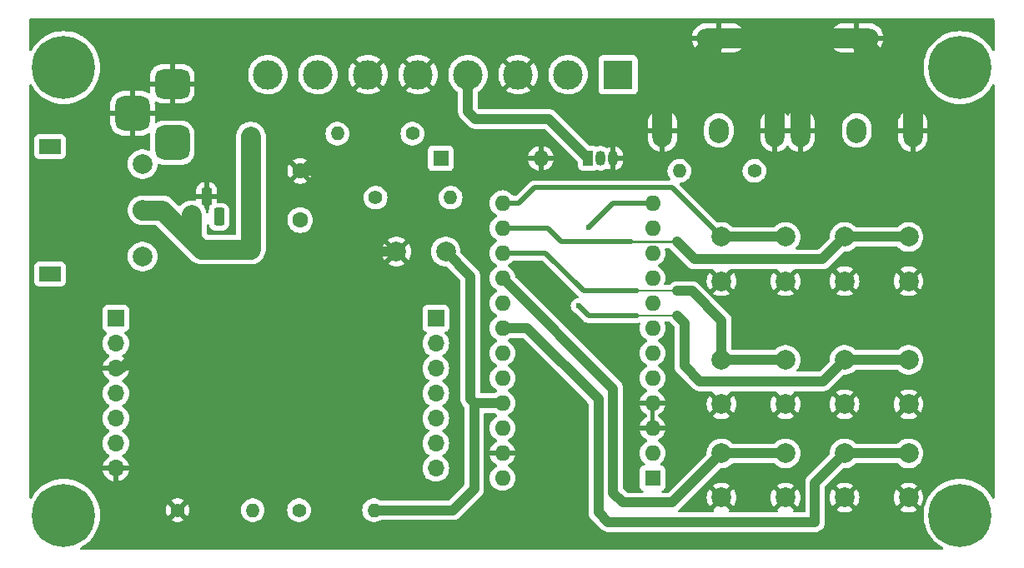
<source format=gbr>
%TF.GenerationSoftware,KiCad,Pcbnew,8.0.6*%
%TF.CreationDate,2025-01-26T17:36:12+01:00*%
%TF.ProjectId,cd-changer,63642d63-6861-46e6-9765-722e6b696361,rev?*%
%TF.SameCoordinates,Original*%
%TF.FileFunction,Copper,L2,Bot*%
%TF.FilePolarity,Positive*%
%FSLAX46Y46*%
G04 Gerber Fmt 4.6, Leading zero omitted, Abs format (unit mm)*
G04 Created by KiCad (PCBNEW 8.0.6) date 2025-01-26 17:36:12*
%MOMM*%
%LPD*%
G01*
G04 APERTURE LIST*
G04 Aperture macros list*
%AMRoundRect*
0 Rectangle with rounded corners*
0 $1 Rounding radius*
0 $2 $3 $4 $5 $6 $7 $8 $9 X,Y pos of 4 corners*
0 Add a 4 corners polygon primitive as box body*
4,1,4,$2,$3,$4,$5,$6,$7,$8,$9,$2,$3,0*
0 Add four circle primitives for the rounded corners*
1,1,$1+$1,$2,$3*
1,1,$1+$1,$4,$5*
1,1,$1+$1,$6,$7*
1,1,$1+$1,$8,$9*
0 Add four rect primitives between the rounded corners*
20,1,$1+$1,$2,$3,$4,$5,0*
20,1,$1+$1,$4,$5,$6,$7,0*
20,1,$1+$1,$6,$7,$8,$9,0*
20,1,$1+$1,$8,$9,$2,$3,0*%
G04 Aperture macros list end*
%TA.AperFunction,Conductor*%
%ADD10C,2.000000*%
%TD*%
%TA.AperFunction,ComponentPad*%
%ADD11RoundRect,0.875000X-0.875000X0.875000X-0.875000X-0.875000X0.875000X-0.875000X0.875000X0.875000X0*%
%TD*%
%TA.AperFunction,ComponentPad*%
%ADD12RoundRect,0.750000X-1.000000X0.750000X-1.000000X-0.750000X1.000000X-0.750000X1.000000X0.750000X0*%
%TD*%
%TA.AperFunction,ComponentPad*%
%ADD13R,2.200000X1.500000*%
%TD*%
%TA.AperFunction,ComponentPad*%
%ADD14C,2.000000*%
%TD*%
%TA.AperFunction,ComponentPad*%
%ADD15O,2.000000X2.500000*%
%TD*%
%TA.AperFunction,ComponentPad*%
%ADD16O,2.000000X3.300000*%
%TD*%
%TA.AperFunction,ComponentPad*%
%ADD17O,4.500000X2.000000*%
%TD*%
%TA.AperFunction,ComponentPad*%
%ADD18C,6.400000*%
%TD*%
%TA.AperFunction,ComponentPad*%
%ADD19C,1.400000*%
%TD*%
%TA.AperFunction,ComponentPad*%
%ADD20O,1.400000X1.400000*%
%TD*%
%TA.AperFunction,ComponentPad*%
%ADD21R,3.000000X3.000000*%
%TD*%
%TA.AperFunction,ComponentPad*%
%ADD22C,3.000000*%
%TD*%
%TA.AperFunction,ComponentPad*%
%ADD23R,1.600000X1.600000*%
%TD*%
%TA.AperFunction,ComponentPad*%
%ADD24O,1.600000X1.600000*%
%TD*%
%TA.AperFunction,ComponentPad*%
%ADD25R,1.700000X1.700000*%
%TD*%
%TA.AperFunction,ComponentPad*%
%ADD26O,1.700000X1.700000*%
%TD*%
%TA.AperFunction,ComponentPad*%
%ADD27R,1.050000X1.500000*%
%TD*%
%TA.AperFunction,ComponentPad*%
%ADD28O,1.050000X1.500000*%
%TD*%
%TA.AperFunction,ComponentPad*%
%ADD29C,1.600000*%
%TD*%
%TA.AperFunction,ComponentPad*%
%ADD30R,1.100000X1.800000*%
%TD*%
%TA.AperFunction,ComponentPad*%
%ADD31RoundRect,0.275000X-0.275000X-0.625000X0.275000X-0.625000X0.275000X0.625000X-0.275000X0.625000X0*%
%TD*%
%TA.AperFunction,ViaPad*%
%ADD32C,0.600000*%
%TD*%
%TA.AperFunction,Conductor*%
%ADD33C,1.000000*%
%TD*%
%TA.AperFunction,Conductor*%
%ADD34C,0.500000*%
%TD*%
%TA.AperFunction,Conductor*%
%ADD35C,0.250000*%
%TD*%
%TA.AperFunction,Conductor*%
%ADD36C,0.200000*%
%TD*%
G04 APERTURE END LIST*
D10*
%TO.N,Net-(J5-Pin_7)*%
X127000000Y-86000000D02*
X127000000Y-83500000D01*
%TD*%
D11*
%TO.P,J6,1*%
%TO.N,Net-(SW1-A)*%
X125032500Y-76150000D03*
D12*
%TO.P,J6,2*%
%TO.N,GND*%
X125032500Y-70150000D03*
D11*
%TO.P,J6,3*%
X120982500Y-73150000D03*
%TD*%
D13*
%TO.P,SW1,*%
%TO.N,*%
X112602000Y-76523000D03*
X112602000Y-89477000D03*
D14*
%TO.P,SW1,1,A*%
%TO.N,Net-(SW1-A)*%
X122000000Y-78301000D03*
%TO.P,SW1,2,B*%
%TO.N,Net-(J5-Pin_7)*%
X122000000Y-83000000D03*
%TO.P,SW1,3,C*%
%TO.N,unconnected-(SW1-C-Pad3)*%
X122000000Y-87699000D03*
%TD*%
D15*
%TO.P,J2,1,In*%
%TO.N,Net-(J2-In)*%
X180500000Y-74898000D03*
D16*
%TO.P,J2,2,Ext*%
%TO.N,GND*%
X174785000Y-74898000D03*
X186215000Y-74898000D03*
D17*
X180500000Y-65500000D03*
%TD*%
D15*
%TO.P,J1,1,In*%
%TO.N,Net-(J1-In)*%
X194500000Y-74898000D03*
D16*
%TO.P,J1,2,Ext*%
%TO.N,GND*%
X188785000Y-74898000D03*
X200215000Y-74898000D03*
D17*
X194500000Y-65500000D03*
%TD*%
D18*
%TO.P,REF\u002A\u002A,1*%
%TO.N,N/C*%
X114000000Y-68500000D03*
%TD*%
D19*
%TO.P,R3,1*%
%TO.N,Net-(J5-Pin_4)*%
X145660000Y-81720000D03*
D20*
%TO.P,R3,2*%
%TO.N,Net-(D1-K)*%
X153280000Y-81720000D03*
%TD*%
D14*
%TO.P,SW5-Disc+1,1,1*%
%TO.N,Net-(U1-D18{slash}A0)*%
X193280000Y-98220000D03*
X199780000Y-98220000D03*
%TO.P,SW5-Disc+1,2,2*%
%TO.N,GND*%
X193280000Y-102720000D03*
X199780000Y-102720000D03*
%TD*%
D19*
%TO.P,R4,1*%
%TO.N,GND*%
X125570000Y-113500000D03*
D20*
%TO.P,R4,2*%
%TO.N,Net-(J3-Pin_5)*%
X133190000Y-113500000D03*
%TD*%
D18*
%TO.P,REF\u002A\u002A,1*%
%TO.N,N/C*%
X205000000Y-114000000D03*
%TD*%
D21*
%TO.P,J5,1,Pin_1*%
%TO.N,Net-(J1-In)*%
X170280000Y-69220000D03*
D22*
%TO.P,J5,2,Pin_2*%
%TO.N,Net-(J2-In)*%
X165200000Y-69220000D03*
%TO.P,J5,3,Pin_3*%
%TO.N,GND*%
X160120000Y-69220000D03*
%TO.P,J5,4,Pin_4*%
%TO.N,Net-(J5-Pin_4)*%
X155040000Y-69220000D03*
%TO.P,J5,5,Pin_5*%
%TO.N,GND*%
X149960000Y-69220000D03*
%TO.P,J5,6,Pin_6*%
X144880000Y-69220000D03*
%TO.P,J5,7,Pin_7*%
%TO.N,Net-(J5-Pin_7)*%
X139800000Y-69220000D03*
%TO.P,J5,8,Pin_8*%
X134720000Y-69220000D03*
%TD*%
D14*
%TO.P,C2,1*%
%TO.N,GND*%
X147780000Y-87220000D03*
%TO.P,C2,2*%
%TO.N,Net-(J3-Pin_6)*%
X152780000Y-87220000D03*
%TD*%
D19*
%TO.P,R5,1*%
%TO.N,Net-(J3-Pin_5)*%
X137880000Y-113500000D03*
D20*
%TO.P,R5,2*%
%TO.N,Net-(J3-Pin_6)*%
X145500000Y-113500000D03*
%TD*%
D14*
%TO.P,SW6-Disc-1,1,1*%
%TO.N,Net-(U1-D19{slash}A1)*%
X193280000Y-107720000D03*
X199780000Y-107720000D03*
%TO.P,SW6-Disc-1,2,2*%
%TO.N,GND*%
X193280000Y-112220000D03*
X199780000Y-112220000D03*
%TD*%
%TO.P,SW3-Tr+1,1,1*%
%TO.N,Net-(U1-D14)*%
X180780000Y-98220000D03*
X187280000Y-98220000D03*
%TO.P,SW3-Tr+1,2,2*%
%TO.N,GND*%
X180780000Y-102720000D03*
X187280000Y-102720000D03*
%TD*%
D19*
%TO.P,R2,1*%
%TO.N,Net-(J5-Pin_4)*%
X149400000Y-75220000D03*
D20*
%TO.P,R2,2*%
%TO.N,Net-(J5-Pin_7)*%
X141780000Y-75220000D03*
%TD*%
D23*
%TO.P,U1,1,D1/TX*%
%TO.N,unconnected-(U1-D1{slash}TX-Pad1)*%
X173780000Y-110220000D03*
D24*
%TO.P,U1,2,D0/RX*%
%TO.N,unconnected-(U1-D0{slash}RX-Pad2)*%
X173780000Y-107680000D03*
%TO.P,U1,3,GND*%
%TO.N,GND*%
X173780000Y-105140000D03*
%TO.P,U1,4,GND*%
X173780000Y-102600000D03*
%TO.P,U1,5,D2*%
%TO.N,Net-(J4-Pin_7)*%
X173780000Y-100060000D03*
%TO.P,U1,6,~D3*%
%TO.N,Net-(J4-Pin_6)*%
X173780000Y-97520000D03*
%TO.P,U1,7,D4/A6*%
%TO.N,Net-(J4-Pin_5)*%
X173780000Y-94980000D03*
%TO.P,U1,8,~D5*%
%TO.N,Net-(J4-Pin_4)*%
X173780000Y-92440000D03*
%TO.P,U1,9,~D6/A7*%
%TO.N,Net-(J3-Pin_4)*%
X173780000Y-89900000D03*
%TO.P,U1,10,D7*%
%TO.N,Net-(D1-K)*%
X173780000Y-87360000D03*
%TO.P,U1,11,D8/A8*%
%TO.N,Net-(U1-D8{slash}A8)*%
X173780000Y-84820000D03*
%TO.P,U1,12,~D9/A9*%
%TO.N,Net-(J3-Pin_2)*%
X173780000Y-82280000D03*
%TO.P,U1,13,~D10/A10*%
%TO.N,Net-(U1-~D10{slash}A10)*%
X158540000Y-82280000D03*
%TO.P,U1,14,D16*%
%TO.N,Net-(U1-D16)*%
X158540000Y-84820000D03*
%TO.P,U1,15,D14*%
%TO.N,Net-(U1-D14)*%
X158540000Y-87360000D03*
%TO.P,U1,16,D15*%
%TO.N,Net-(U1-D15)*%
X158540000Y-89900000D03*
%TO.P,U1,17,D18/A0*%
%TO.N,Net-(U1-D18{slash}A0)*%
X158540000Y-92440000D03*
%TO.P,U1,18,D19/A1*%
%TO.N,Net-(U1-D19{slash}A1)*%
X158540000Y-94980000D03*
%TO.P,U1,19,D20/A2*%
%TO.N,unconnected-(U1-D20{slash}A2-Pad19)*%
X158540000Y-97520000D03*
%TO.P,U1,20,D21/A3*%
%TO.N,unconnected-(U1-D21{slash}A3-Pad20)*%
X158540000Y-100060000D03*
%TO.P,U1,21,VCC*%
%TO.N,Net-(J3-Pin_6)*%
X158540000Y-102600000D03*
%TO.P,U1,22,RST*%
%TO.N,unconnected-(U1-RST-Pad22)*%
X158540000Y-105140000D03*
%TO.P,U1,23,GND*%
%TO.N,GND*%
X158540000Y-107680000D03*
%TO.P,U1,24,RAW*%
%TO.N,unconnected-(U1-RAW-Pad24)*%
X158540000Y-110220000D03*
%TD*%
D25*
%TO.P,J4,1,Pin_1*%
%TO.N,unconnected-(J4-Pin_1-Pad1)*%
X151780000Y-94000000D03*
D26*
%TO.P,J4,2,Pin_2*%
%TO.N,unconnected-(J4-Pin_2-Pad2)*%
X151780000Y-96540000D03*
%TO.P,J4,3,Pin_3*%
%TO.N,unconnected-(J4-Pin_3-Pad3)*%
X151780000Y-99080000D03*
%TO.P,J4,4,Pin_4*%
%TO.N,Net-(J4-Pin_4)*%
X151780000Y-101620000D03*
%TO.P,J4,5,Pin_5*%
%TO.N,Net-(J4-Pin_5)*%
X151780000Y-104160000D03*
%TO.P,J4,6,Pin_6*%
%TO.N,Net-(J4-Pin_6)*%
X151780000Y-106700000D03*
%TO.P,J4,7,Pin_7*%
%TO.N,Net-(J4-Pin_7)*%
X151780000Y-109240000D03*
%TD*%
D18*
%TO.P,REF\u002A\u002A,1*%
%TO.N,N/C*%
X114000000Y-114000000D03*
%TD*%
D14*
%TO.P,SW2-Stop1,1,1*%
%TO.N,Net-(U1-D16)*%
X193280000Y-85720000D03*
X199780000Y-85720000D03*
%TO.P,SW2-Stop1,2,2*%
%TO.N,GND*%
X193280000Y-90220000D03*
X199780000Y-90220000D03*
%TD*%
%TO.P,SW4-Tr-1,1,1*%
%TO.N,Net-(U1-D15)*%
X180780000Y-107720000D03*
X187280000Y-107720000D03*
%TO.P,SW4-Tr-1,2,2*%
%TO.N,GND*%
X180780000Y-112220000D03*
X187280000Y-112220000D03*
%TD*%
D27*
%TO.P,Q1,1,C*%
%TO.N,Net-(J5-Pin_4)*%
X167240000Y-77720000D03*
D28*
%TO.P,Q1,2,B*%
%TO.N,Net-(Q1-B)*%
X168510000Y-77720000D03*
%TO.P,Q1,3,E*%
%TO.N,GND*%
X169780000Y-77720000D03*
%TD*%
D25*
%TO.P,J3,1,Pin_1*%
%TO.N,unconnected-(J3-Pin_1-Pad1)*%
X119280000Y-93995000D03*
D26*
%TO.P,J3,2,Pin_2*%
%TO.N,Net-(J3-Pin_2)*%
X119280000Y-96535000D03*
%TO.P,J3,3,Pin_3*%
%TO.N,GND*%
X119280000Y-99075000D03*
%TO.P,J3,4,Pin_4*%
%TO.N,Net-(J3-Pin_4)*%
X119280000Y-101615000D03*
%TO.P,J3,5,Pin_5*%
%TO.N,Net-(J3-Pin_5)*%
X119280000Y-104155000D03*
%TO.P,J3,6,Pin_6*%
%TO.N,Net-(J3-Pin_6)*%
X119280000Y-106695000D03*
%TO.P,J3,7,Pin_7*%
%TO.N,GND*%
X119280000Y-109235000D03*
%TD*%
D29*
%TO.P,C1,1*%
%TO.N,Net-(J3-Pin_6)*%
X138000000Y-84000000D03*
%TO.P,C1,2*%
%TO.N,GND*%
X138000000Y-79000000D03*
%TD*%
D23*
%TO.P,D1,1,K*%
%TO.N,Net-(D1-K)*%
X152280000Y-77720000D03*
D24*
%TO.P,D1,2,A*%
%TO.N,GND*%
X162440000Y-77720000D03*
%TD*%
D14*
%TO.P,SW1-Play1,1,1*%
%TO.N,Net-(U1-~D10{slash}A10)*%
X180780000Y-85720000D03*
X187280000Y-85720000D03*
%TO.P,SW1-Play1,2,2*%
%TO.N,GND*%
X180780000Y-90220000D03*
X187280000Y-90220000D03*
%TD*%
D30*
%TO.P,U2,1,IN*%
%TO.N,Net-(J5-Pin_7)*%
X127230000Y-83670000D03*
D31*
%TO.P,U2,2,GND*%
%TO.N,GND*%
X128500000Y-81600000D03*
%TO.P,U2,3,OUT*%
%TO.N,Net-(J3-Pin_6)*%
X129770000Y-83670000D03*
%TD*%
D18*
%TO.P,REF\u002A\u002A,1*%
%TO.N,N/C*%
X205000000Y-68500000D03*
%TD*%
D19*
%TO.P,R1,1*%
%TO.N,Net-(U1-D8{slash}A8)*%
X184120000Y-79000000D03*
D20*
%TO.P,R1,2*%
%TO.N,Net-(Q1-B)*%
X176500000Y-79000000D03*
%TD*%
D32*
%TO.N,Net-(J5-Pin_7)*%
X124023000Y-83023000D03*
X133000000Y-75500000D03*
%TO.N,Net-(J3-Pin_2)*%
X167280000Y-84720000D03*
%TO.N,Net-(U1-D18{slash}A0)*%
X166280000Y-92720000D03*
%TD*%
D33*
%TO.N,Net-(U1-D16)*%
X176280000Y-86220000D02*
X178060000Y-88000000D01*
X178060000Y-88000000D02*
X191000000Y-88000000D01*
X191000000Y-88000000D02*
X191280000Y-87720000D01*
X191280000Y-87720000D02*
X193280000Y-85720000D01*
%TO.N,Net-(U1-D18{slash}A0)*%
X176260000Y-93700000D02*
X177020000Y-94460000D01*
X191100000Y-100400000D02*
X193280000Y-98220000D01*
X177020000Y-94460000D02*
X177020000Y-98820000D01*
X177020000Y-98820000D02*
X178600000Y-100400000D01*
X178600000Y-100400000D02*
X191100000Y-100400000D01*
D34*
%TO.N,Net-(U1-D16)*%
X164500000Y-86200000D02*
X171600000Y-86200000D01*
D35*
X171600000Y-86200000D02*
X176260000Y-86200000D01*
X176260000Y-86200000D02*
X176280000Y-86220000D01*
D34*
X164500000Y-86200000D02*
X163120000Y-84820000D01*
X163120000Y-84820000D02*
X158540000Y-84820000D01*
D36*
%TO.N,Net-(U1-D14)*%
X176300000Y-91220000D02*
X172200000Y-91220000D01*
D33*
X176300000Y-91220000D02*
X177780000Y-91220000D01*
X177780000Y-91220000D02*
X180780000Y-94220000D01*
X180780000Y-94220000D02*
X180780000Y-98220000D01*
D34*
X162920000Y-87360000D02*
X158540000Y-87360000D01*
X172200000Y-91220000D02*
X166780000Y-91220000D01*
X166780000Y-91220000D02*
X162920000Y-87360000D01*
D36*
%TO.N,Net-(U1-D18{slash}A0)*%
X176260000Y-93700000D02*
X172200000Y-93700000D01*
D34*
X167260000Y-93700000D02*
X166280000Y-92720000D01*
X172200000Y-93700000D02*
X167260000Y-93700000D01*
D33*
%TO.N,GND*%
X119280000Y-99075000D02*
X119925000Y-99075000D01*
X125500000Y-93500000D02*
X136000000Y-93500000D01*
X119925000Y-99075000D02*
X125500000Y-93500000D01*
X136000000Y-93500000D02*
X142500000Y-87000000D01*
D10*
%TO.N,Net-(J5-Pin_7)*%
X122000000Y-83000000D02*
X122023000Y-83023000D01*
X122023000Y-83023000D02*
X124023000Y-83023000D01*
%TO.N,GND*%
X188785000Y-65500000D02*
X188785000Y-74898000D01*
X186000000Y-65500000D02*
X186215000Y-65715000D01*
X186215000Y-65715000D02*
X186215000Y-74898000D01*
X194500000Y-65500000D02*
X200215000Y-71215000D01*
X200215000Y-71215000D02*
X200215000Y-74898000D01*
X189500000Y-65500000D02*
X194500000Y-65500000D01*
X186000000Y-65500000D02*
X189500000Y-65500000D01*
X180500000Y-65500000D02*
X186000000Y-65500000D01*
X174785000Y-74898000D02*
X174785000Y-71215000D01*
X174785000Y-71215000D02*
X180500000Y-65500000D01*
%TO.N,Net-(J5-Pin_7)*%
X133000000Y-75500000D02*
X133000000Y-87000000D01*
X133000000Y-87000000D02*
X128000000Y-87000000D01*
X128000000Y-87000000D02*
X124023000Y-83023000D01*
D33*
%TO.N,GND*%
X147780000Y-87220000D02*
X142720000Y-87220000D01*
X142720000Y-87220000D02*
X142500000Y-87000000D01*
X142500000Y-87000000D02*
X142500000Y-81500000D01*
X142500000Y-81500000D02*
X140000000Y-79000000D01*
X140000000Y-79000000D02*
X138000000Y-79000000D01*
%TO.N,Net-(J3-Pin_6)*%
X153500000Y-113500000D02*
X145500000Y-113500000D01*
X155660000Y-111340000D02*
X153500000Y-113500000D01*
X155280000Y-89720000D02*
X155280000Y-102220000D01*
X155280000Y-102220000D02*
X155660000Y-102600000D01*
X155660000Y-102600000D02*
X158540000Y-102600000D01*
X155660000Y-102600000D02*
X155660000Y-111340000D01*
X152780000Y-87220000D02*
X155280000Y-89720000D01*
D34*
%TO.N,Net-(J3-Pin_2)*%
X173780000Y-82280000D02*
X169720000Y-82280000D01*
X169720000Y-82280000D02*
X167280000Y-84720000D01*
D33*
%TO.N,Net-(J5-Pin_4)*%
X163240000Y-73720000D02*
X167240000Y-77720000D01*
X155040000Y-69220000D02*
X155040000Y-72980000D01*
X155040000Y-72980000D02*
X155780000Y-73720000D01*
X155780000Y-73720000D02*
X163240000Y-73720000D01*
D34*
%TO.N,Net-(U1-~D10{slash}A10)*%
X175780000Y-80720000D02*
X161780000Y-80720000D01*
X180780000Y-85720000D02*
X175780000Y-80720000D01*
X160220000Y-82280000D02*
X158540000Y-82280000D01*
X161780000Y-80720000D02*
X160220000Y-82280000D01*
D33*
X180780000Y-85720000D02*
X187280000Y-85720000D01*
%TO.N,Net-(U1-D16)*%
X193280000Y-85720000D02*
X199780000Y-85720000D01*
%TO.N,Net-(U1-D14)*%
X180780000Y-98220000D02*
X187280000Y-98220000D01*
D36*
X187280000Y-98220000D02*
X187780000Y-98220000D01*
D33*
%TO.N,Net-(U1-D15)*%
X187280000Y-107720000D02*
X180780000Y-107720000D01*
X158540000Y-89900000D02*
X169780000Y-101140000D01*
X169780000Y-111720000D02*
X170780000Y-112720000D01*
X170780000Y-112720000D02*
X175780000Y-112720000D01*
X175780000Y-112720000D02*
X180780000Y-107720000D01*
X169780000Y-101140000D02*
X169780000Y-111720000D01*
%TO.N,Net-(U1-D18{slash}A0)*%
X193280000Y-98220000D02*
X199780000Y-98220000D01*
%TO.N,Net-(U1-D19{slash}A1)*%
X190280000Y-110720000D02*
X190280000Y-114720000D01*
X168280000Y-102220000D02*
X161040000Y-94980000D01*
X161040000Y-94980000D02*
X158540000Y-94980000D01*
X199780000Y-107720000D02*
X193280000Y-107720000D01*
X193280000Y-107720000D02*
X190280000Y-110720000D01*
X169280000Y-114720000D02*
X168280000Y-113720000D01*
X168280000Y-113720000D02*
X168280000Y-102220000D01*
X190280000Y-114720000D02*
X169280000Y-114720000D01*
%TD*%
%TA.AperFunction,Conductor*%
%TO.N,GND*%
G36*
X162624809Y-88130185D02*
G01*
X162645451Y-88146819D01*
X166217520Y-91718888D01*
X166251005Y-91780211D01*
X166246021Y-91849903D01*
X166204149Y-91905836D01*
X166143722Y-91929789D01*
X166100750Y-91934630D01*
X166100745Y-91934631D01*
X165930476Y-91994211D01*
X165777737Y-92090184D01*
X165650184Y-92217737D01*
X165554211Y-92370476D01*
X165494631Y-92540745D01*
X165494630Y-92540750D01*
X165474435Y-92719996D01*
X165474435Y-92720003D01*
X165494630Y-92899249D01*
X165494631Y-92899254D01*
X165554211Y-93069523D01*
X165574699Y-93102129D01*
X165650184Y-93222262D01*
X165777738Y-93349816D01*
X165921340Y-93440047D01*
X165930483Y-93445792D01*
X165936753Y-93448812D01*
X165935870Y-93450643D01*
X165971940Y-93473308D01*
X166327775Y-93829142D01*
X166677049Y-94178416D01*
X166781584Y-94282951D01*
X166781585Y-94282952D01*
X166904498Y-94365080D01*
X166904511Y-94365087D01*
X167007698Y-94407828D01*
X167041087Y-94421658D01*
X167041091Y-94421658D01*
X167041092Y-94421659D01*
X167186079Y-94450500D01*
X167186082Y-94450500D01*
X172273919Y-94450500D01*
X172365599Y-94432263D01*
X172396903Y-94426036D01*
X172466494Y-94432263D01*
X172521672Y-94475125D01*
X172544917Y-94541015D01*
X172540870Y-94579746D01*
X172494366Y-94753302D01*
X172494364Y-94753313D01*
X172474532Y-94979998D01*
X172474532Y-94980001D01*
X172494364Y-95206686D01*
X172494366Y-95206697D01*
X172553258Y-95426488D01*
X172553261Y-95426497D01*
X172649431Y-95632732D01*
X172649432Y-95632734D01*
X172779954Y-95819141D01*
X172940858Y-95980045D01*
X172940861Y-95980047D01*
X173127266Y-96110568D01*
X173185275Y-96137618D01*
X173237714Y-96183791D01*
X173256866Y-96250984D01*
X173236650Y-96317865D01*
X173185275Y-96362382D01*
X173127267Y-96389431D01*
X173127265Y-96389432D01*
X172940858Y-96519954D01*
X172779954Y-96680858D01*
X172649432Y-96867265D01*
X172649431Y-96867267D01*
X172553261Y-97073502D01*
X172553258Y-97073511D01*
X172494366Y-97293302D01*
X172494364Y-97293313D01*
X172474532Y-97519998D01*
X172474532Y-97520001D01*
X172494364Y-97746686D01*
X172494366Y-97746697D01*
X172553258Y-97966488D01*
X172553261Y-97966497D01*
X172649431Y-98172732D01*
X172649432Y-98172734D01*
X172779954Y-98359141D01*
X172940858Y-98520045D01*
X172940861Y-98520047D01*
X173127266Y-98650568D01*
X173179448Y-98674901D01*
X173185275Y-98677618D01*
X173237714Y-98723791D01*
X173256866Y-98790984D01*
X173236650Y-98857865D01*
X173185275Y-98902382D01*
X173127267Y-98929431D01*
X173127265Y-98929432D01*
X172940858Y-99059954D01*
X172779954Y-99220858D01*
X172649432Y-99407265D01*
X172649431Y-99407267D01*
X172553261Y-99613502D01*
X172553258Y-99613511D01*
X172494366Y-99833302D01*
X172494364Y-99833313D01*
X172474532Y-100059998D01*
X172474532Y-100060001D01*
X172494364Y-100286686D01*
X172494366Y-100286697D01*
X172553258Y-100506488D01*
X172553261Y-100506497D01*
X172649431Y-100712732D01*
X172649432Y-100712734D01*
X172779954Y-100899141D01*
X172940858Y-101060045D01*
X172940861Y-101060047D01*
X173127266Y-101190568D01*
X173185865Y-101217893D01*
X173238305Y-101264065D01*
X173257457Y-101331258D01*
X173237242Y-101398139D01*
X173185867Y-101442657D01*
X173127515Y-101469867D01*
X172941179Y-101600342D01*
X172780342Y-101761179D01*
X172649865Y-101947517D01*
X172553734Y-102153673D01*
X172553730Y-102153682D01*
X172501127Y-102349999D01*
X172501128Y-102350000D01*
X173464314Y-102350000D01*
X173459920Y-102354394D01*
X173407259Y-102445606D01*
X173380000Y-102547339D01*
X173380000Y-102652661D01*
X173407259Y-102754394D01*
X173459920Y-102845606D01*
X173464314Y-102850000D01*
X172501128Y-102850000D01*
X172553730Y-103046317D01*
X172553734Y-103046326D01*
X172649865Y-103252482D01*
X172780342Y-103438820D01*
X172941179Y-103599657D01*
X173127517Y-103730134D01*
X173186457Y-103757618D01*
X173238896Y-103803790D01*
X173258048Y-103870984D01*
X173237832Y-103937865D01*
X173186457Y-103982382D01*
X173127517Y-104009865D01*
X172941179Y-104140342D01*
X172780342Y-104301179D01*
X172649865Y-104487517D01*
X172553734Y-104693673D01*
X172553730Y-104693682D01*
X172501127Y-104889999D01*
X172501128Y-104890000D01*
X173464314Y-104890000D01*
X173459920Y-104894394D01*
X173407259Y-104985606D01*
X173380000Y-105087339D01*
X173380000Y-105192661D01*
X173407259Y-105294394D01*
X173459920Y-105385606D01*
X173464314Y-105390000D01*
X172501128Y-105390000D01*
X172553730Y-105586317D01*
X172553734Y-105586326D01*
X172649865Y-105792482D01*
X172780342Y-105978820D01*
X172941179Y-106139657D01*
X173127518Y-106270134D01*
X173127520Y-106270135D01*
X173185865Y-106297342D01*
X173238305Y-106343514D01*
X173257457Y-106410707D01*
X173237242Y-106477589D01*
X173185867Y-106522105D01*
X173184685Y-106522657D01*
X173127264Y-106549433D01*
X172940858Y-106679954D01*
X172779954Y-106840858D01*
X172649432Y-107027265D01*
X172649431Y-107027267D01*
X172553261Y-107233502D01*
X172553258Y-107233511D01*
X172494366Y-107453302D01*
X172494364Y-107453313D01*
X172474532Y-107679998D01*
X172474532Y-107680001D01*
X172494364Y-107906686D01*
X172494366Y-107906697D01*
X172553258Y-108126488D01*
X172553261Y-108126497D01*
X172649431Y-108332732D01*
X172649432Y-108332734D01*
X172779954Y-108519141D01*
X172940858Y-108680045D01*
X172965462Y-108697273D01*
X173009087Y-108751849D01*
X173016281Y-108821348D01*
X172984758Y-108883703D01*
X172924529Y-108919117D01*
X172907593Y-108922138D01*
X172872516Y-108925908D01*
X172737671Y-108976202D01*
X172737664Y-108976206D01*
X172622455Y-109062452D01*
X172622452Y-109062455D01*
X172536206Y-109177664D01*
X172536202Y-109177671D01*
X172485908Y-109312517D01*
X172479501Y-109372116D01*
X172479501Y-109372123D01*
X172479500Y-109372135D01*
X172479500Y-111067870D01*
X172479501Y-111067876D01*
X172485908Y-111127483D01*
X172536202Y-111262328D01*
X172536206Y-111262335D01*
X172622452Y-111377544D01*
X172622455Y-111377547D01*
X172737664Y-111463793D01*
X172737671Y-111463797D01*
X172779285Y-111479318D01*
X172835219Y-111521189D01*
X172859636Y-111586653D01*
X172844785Y-111654926D01*
X172795380Y-111704332D01*
X172735952Y-111719500D01*
X171245783Y-111719500D01*
X171178744Y-111699815D01*
X171158102Y-111683181D01*
X170816819Y-111341898D01*
X170783334Y-111280575D01*
X170780500Y-111254217D01*
X170780500Y-101041458D01*
X170780499Y-101041457D01*
X170759756Y-100937171D01*
X170742051Y-100848164D01*
X170685954Y-100712734D01*
X170666632Y-100666086D01*
X170559998Y-100506497D01*
X170557140Y-100502219D01*
X170489776Y-100434855D01*
X170417782Y-100362861D01*
X170417781Y-100362860D01*
X159866886Y-89811966D01*
X159833402Y-89750644D01*
X159831040Y-89735093D01*
X159828624Y-89707482D01*
X159825635Y-89673308D01*
X159766739Y-89453504D01*
X159670568Y-89247266D01*
X159540047Y-89060861D01*
X159540045Y-89060858D01*
X159379141Y-88899954D01*
X159192734Y-88769432D01*
X159192728Y-88769429D01*
X159134725Y-88742382D01*
X159082285Y-88696210D01*
X159063133Y-88629017D01*
X159083348Y-88562135D01*
X159134725Y-88517618D01*
X159192734Y-88490568D01*
X159379139Y-88360047D01*
X159540047Y-88199139D01*
X159565088Y-88163377D01*
X159619665Y-88119752D01*
X159666663Y-88110500D01*
X162557770Y-88110500D01*
X162624809Y-88130185D01*
G37*
%TD.AperFunction*%
%TA.AperFunction,Conductor*%
G36*
X174030000Y-104824314D02*
G01*
X174025606Y-104819920D01*
X173934394Y-104767259D01*
X173832661Y-104740000D01*
X173727339Y-104740000D01*
X173625606Y-104767259D01*
X173534394Y-104819920D01*
X173530000Y-104824314D01*
X173530000Y-102915686D01*
X173534394Y-102920080D01*
X173625606Y-102972741D01*
X173727339Y-103000000D01*
X173832661Y-103000000D01*
X173934394Y-102972741D01*
X174025606Y-102920080D01*
X174030000Y-102915686D01*
X174030000Y-104824314D01*
G37*
%TD.AperFunction*%
%TA.AperFunction,Conductor*%
G36*
X128750000Y-82805001D02*
G01*
X128743042Y-82845955D01*
X128734159Y-82871340D01*
X128734157Y-82871348D01*
X128719500Y-83001441D01*
X128719500Y-83189048D01*
X128699815Y-83256087D01*
X128647011Y-83301842D01*
X128577853Y-83311786D01*
X128514297Y-83282761D01*
X128476523Y-83223983D01*
X128473027Y-83208446D01*
X128463553Y-83148631D01*
X128415729Y-83001445D01*
X128390568Y-82924008D01*
X128390566Y-82924005D01*
X128390566Y-82924003D01*
X128326998Y-82799245D01*
X128288936Y-82724544D01*
X128276132Y-82681504D01*
X128274091Y-82662516D01*
X128257818Y-82618886D01*
X128250000Y-82575553D01*
X128250000Y-82280330D01*
X128269745Y-82300075D01*
X128355255Y-82349444D01*
X128450630Y-82375000D01*
X128549370Y-82375000D01*
X128644745Y-82349444D01*
X128730255Y-82300075D01*
X128750000Y-82280330D01*
X128750000Y-82805001D01*
G37*
%TD.AperFunction*%
%TA.AperFunction,Conductor*%
G36*
X188285000Y-75148000D02*
G01*
X186715000Y-75148000D01*
X186715000Y-74648000D01*
X188285000Y-74648000D01*
X188285000Y-75148000D01*
G37*
%TD.AperFunction*%
%TA.AperFunction,Conductor*%
G36*
X208442539Y-63520185D02*
G01*
X208488294Y-63572989D01*
X208499500Y-63624500D01*
X208499500Y-66700606D01*
X208479815Y-66767645D01*
X208427011Y-66813400D01*
X208357853Y-66823344D01*
X208294297Y-66794319D01*
X208265015Y-66756901D01*
X208209122Y-66647206D01*
X207997877Y-66321917D01*
X207753784Y-66020488D01*
X207753781Y-66020484D01*
X207479516Y-65746219D01*
X207178084Y-65502124D01*
X207178082Y-65502122D01*
X206852793Y-65290877D01*
X206507197Y-65114787D01*
X206145094Y-64975788D01*
X206145087Y-64975786D01*
X205770433Y-64875398D01*
X205770429Y-64875397D01*
X205770428Y-64875397D01*
X205387339Y-64814722D01*
X205000001Y-64794422D01*
X204999999Y-64794422D01*
X204612660Y-64814722D01*
X204229572Y-64875397D01*
X204229570Y-64875397D01*
X203854905Y-64975788D01*
X203492802Y-65114787D01*
X203147206Y-65290877D01*
X202821917Y-65502122D01*
X202520488Y-65746215D01*
X202520480Y-65746222D01*
X202246222Y-66020480D01*
X202246215Y-66020488D01*
X202002122Y-66321917D01*
X201790877Y-66647206D01*
X201614787Y-66992802D01*
X201475788Y-67354905D01*
X201375397Y-67729570D01*
X201375397Y-67729572D01*
X201314722Y-68112660D01*
X201294422Y-68499999D01*
X201294422Y-68500000D01*
X201313289Y-68860005D01*
X201314722Y-68887338D01*
X201375398Y-69270433D01*
X201421284Y-69441684D01*
X201475788Y-69645094D01*
X201614787Y-70007197D01*
X201790877Y-70352793D01*
X202002122Y-70678082D01*
X202123104Y-70827482D01*
X202246219Y-70979516D01*
X202520484Y-71253781D01*
X202576588Y-71299213D01*
X202821917Y-71497877D01*
X203139835Y-71704335D01*
X203147211Y-71709125D01*
X203492806Y-71885214D01*
X203854913Y-72024214D01*
X204229567Y-72124602D01*
X204612662Y-72185278D01*
X204978576Y-72204455D01*
X204999999Y-72205578D01*
X205000000Y-72205578D01*
X205000001Y-72205578D01*
X205020301Y-72204514D01*
X205387338Y-72185278D01*
X205770433Y-72124602D01*
X206145087Y-72024214D01*
X206507194Y-71885214D01*
X206852789Y-71709125D01*
X207178084Y-71497876D01*
X207479516Y-71253781D01*
X207753781Y-70979516D01*
X207997876Y-70678084D01*
X208209125Y-70352789D01*
X208265015Y-70243097D01*
X208312989Y-70192302D01*
X208380810Y-70175507D01*
X208446945Y-70198044D01*
X208490397Y-70252759D01*
X208499500Y-70299393D01*
X208499500Y-112200606D01*
X208479815Y-112267645D01*
X208427011Y-112313400D01*
X208357853Y-112323344D01*
X208294297Y-112294319D01*
X208265015Y-112256901D01*
X208236331Y-112200606D01*
X208209125Y-112147211D01*
X208095511Y-111972261D01*
X207997877Y-111821917D01*
X207856241Y-111647011D01*
X207753781Y-111520484D01*
X207479516Y-111246219D01*
X207341456Y-111134420D01*
X207178082Y-111002122D01*
X206852793Y-110790877D01*
X206507197Y-110614787D01*
X206145094Y-110475788D01*
X206145083Y-110475785D01*
X205770433Y-110375398D01*
X205770429Y-110375397D01*
X205770428Y-110375397D01*
X205387339Y-110314722D01*
X205000001Y-110294422D01*
X204999999Y-110294422D01*
X204612660Y-110314722D01*
X204229572Y-110375397D01*
X204229570Y-110375397D01*
X203854905Y-110475788D01*
X203492802Y-110614787D01*
X203147206Y-110790877D01*
X202821917Y-111002122D01*
X202520488Y-111246215D01*
X202520480Y-111246222D01*
X202246222Y-111520480D01*
X202246215Y-111520488D01*
X202002122Y-111821917D01*
X201790877Y-112147206D01*
X201614787Y-112492802D01*
X201475788Y-112854905D01*
X201375397Y-113229570D01*
X201375397Y-113229572D01*
X201314722Y-113612660D01*
X201294422Y-113999999D01*
X201294422Y-114000000D01*
X201314722Y-114387339D01*
X201364322Y-114700500D01*
X201375398Y-114770433D01*
X201388288Y-114818541D01*
X201475788Y-115145094D01*
X201614787Y-115507197D01*
X201790877Y-115852793D01*
X202002122Y-116178082D01*
X202002124Y-116178084D01*
X202246219Y-116479516D01*
X202520484Y-116753781D01*
X202520488Y-116753784D01*
X202821917Y-116997877D01*
X203147206Y-117209122D01*
X203147211Y-117209125D01*
X203256902Y-117265015D01*
X203307698Y-117312989D01*
X203324493Y-117380810D01*
X203301956Y-117446945D01*
X203247241Y-117490397D01*
X203200607Y-117499500D01*
X115799393Y-117499500D01*
X115732354Y-117479815D01*
X115686599Y-117427011D01*
X115676655Y-117357853D01*
X115705680Y-117294297D01*
X115743098Y-117265015D01*
X115852789Y-117209125D01*
X116178084Y-116997876D01*
X116479516Y-116753781D01*
X116753781Y-116479516D01*
X116997876Y-116178084D01*
X117209125Y-115852789D01*
X117385214Y-115507194D01*
X117524214Y-115145087D01*
X117624602Y-114770433D01*
X117666345Y-114506879D01*
X124916672Y-114506879D01*
X124916672Y-114506880D01*
X125032821Y-114578797D01*
X125032822Y-114578798D01*
X125240195Y-114659134D01*
X125458807Y-114700000D01*
X125681193Y-114700000D01*
X125899809Y-114659133D01*
X126107168Y-114578801D01*
X126107181Y-114578795D01*
X126223326Y-114506879D01*
X125570001Y-113853553D01*
X125570000Y-113853553D01*
X124916672Y-114506879D01*
X117666345Y-114506879D01*
X117685278Y-114387338D01*
X117705578Y-114000000D01*
X117685278Y-113612662D01*
X117667434Y-113499999D01*
X124364859Y-113499999D01*
X124364859Y-113500000D01*
X124385378Y-113721439D01*
X124446240Y-113935350D01*
X124545369Y-114134428D01*
X124561137Y-114155308D01*
X124561138Y-114155308D01*
X125216447Y-113500000D01*
X125170369Y-113453922D01*
X125220000Y-113453922D01*
X125220000Y-113546078D01*
X125243852Y-113635095D01*
X125289930Y-113714905D01*
X125355095Y-113780070D01*
X125434905Y-113826148D01*
X125523922Y-113850000D01*
X125616078Y-113850000D01*
X125705095Y-113826148D01*
X125784905Y-113780070D01*
X125850070Y-113714905D01*
X125896148Y-113635095D01*
X125920000Y-113546078D01*
X125920000Y-113499999D01*
X125923553Y-113499999D01*
X125923553Y-113500000D01*
X126578861Y-114155308D01*
X126594631Y-114134425D01*
X126594633Y-114134422D01*
X126693759Y-113935350D01*
X126754621Y-113721439D01*
X126775141Y-113500000D01*
X126775141Y-113499999D01*
X131984357Y-113499999D01*
X131984357Y-113500000D01*
X132004884Y-113721535D01*
X132004885Y-113721537D01*
X132065769Y-113935523D01*
X132065775Y-113935538D01*
X132164938Y-114134683D01*
X132164943Y-114134691D01*
X132299020Y-114312238D01*
X132463437Y-114462123D01*
X132463439Y-114462125D01*
X132652595Y-114579245D01*
X132652596Y-114579245D01*
X132652599Y-114579247D01*
X132860060Y-114659618D01*
X133078757Y-114700500D01*
X133078759Y-114700500D01*
X133301241Y-114700500D01*
X133301243Y-114700500D01*
X133519940Y-114659618D01*
X133727401Y-114579247D01*
X133916562Y-114462124D01*
X134080981Y-114312236D01*
X134215058Y-114134689D01*
X134314229Y-113935528D01*
X134375115Y-113721536D01*
X134395643Y-113500000D01*
X134395643Y-113499999D01*
X136674357Y-113499999D01*
X136674357Y-113500000D01*
X136694884Y-113721535D01*
X136694885Y-113721537D01*
X136755769Y-113935523D01*
X136755775Y-113935538D01*
X136854938Y-114134683D01*
X136854943Y-114134691D01*
X136989020Y-114312238D01*
X137153437Y-114462123D01*
X137153439Y-114462125D01*
X137342595Y-114579245D01*
X137342596Y-114579245D01*
X137342599Y-114579247D01*
X137550060Y-114659618D01*
X137768757Y-114700500D01*
X137768759Y-114700500D01*
X137991241Y-114700500D01*
X137991243Y-114700500D01*
X138209940Y-114659618D01*
X138417401Y-114579247D01*
X138606562Y-114462124D01*
X138770981Y-114312236D01*
X138905058Y-114134689D01*
X139004229Y-113935528D01*
X139065115Y-113721536D01*
X139085643Y-113500000D01*
X139085643Y-113499999D01*
X144294357Y-113499999D01*
X144294357Y-113500000D01*
X144314884Y-113721535D01*
X144314885Y-113721537D01*
X144375769Y-113935523D01*
X144375775Y-113935538D01*
X144474938Y-114134683D01*
X144474943Y-114134691D01*
X144609020Y-114312238D01*
X144773437Y-114462123D01*
X144773439Y-114462125D01*
X144962595Y-114579245D01*
X144962596Y-114579245D01*
X144962599Y-114579247D01*
X145170060Y-114659618D01*
X145388757Y-114700500D01*
X145388759Y-114700500D01*
X145611241Y-114700500D01*
X145611243Y-114700500D01*
X145829940Y-114659618D01*
X146037401Y-114579247D01*
X146134586Y-114519073D01*
X146199863Y-114500500D01*
X153598542Y-114500500D01*
X153617870Y-114496655D01*
X153695188Y-114481275D01*
X153791836Y-114462051D01*
X153845165Y-114439961D01*
X153973914Y-114386632D01*
X154137782Y-114277139D01*
X154277139Y-114137782D01*
X154277139Y-114137780D01*
X154287347Y-114127573D01*
X154287348Y-114127570D01*
X156437139Y-111977782D01*
X156489445Y-111899500D01*
X156546632Y-111813914D01*
X156622051Y-111631835D01*
X156627065Y-111606631D01*
X156660500Y-111438540D01*
X156660500Y-111241460D01*
X156660500Y-103724500D01*
X156680185Y-103657461D01*
X156732989Y-103611706D01*
X156784500Y-103600500D01*
X157662412Y-103600500D01*
X157729451Y-103620185D01*
X157733523Y-103622917D01*
X157887266Y-103730568D01*
X157945275Y-103757618D01*
X157997714Y-103803791D01*
X158016866Y-103870984D01*
X157996650Y-103937865D01*
X157945275Y-103982382D01*
X157887267Y-104009431D01*
X157887265Y-104009432D01*
X157700858Y-104139954D01*
X157539954Y-104300858D01*
X157409432Y-104487265D01*
X157409431Y-104487267D01*
X157313261Y-104693502D01*
X157313258Y-104693511D01*
X157254366Y-104913302D01*
X157254364Y-104913313D01*
X157234532Y-105139998D01*
X157234532Y-105140001D01*
X157254364Y-105366686D01*
X157254366Y-105366697D01*
X157313258Y-105586488D01*
X157313261Y-105586497D01*
X157409431Y-105792732D01*
X157409432Y-105792734D01*
X157539954Y-105979141D01*
X157700858Y-106140045D01*
X157700861Y-106140047D01*
X157887266Y-106270568D01*
X157945865Y-106297893D01*
X157998305Y-106344065D01*
X158017457Y-106411258D01*
X157997242Y-106478139D01*
X157945867Y-106522657D01*
X157887515Y-106549867D01*
X157701179Y-106680342D01*
X157540342Y-106841179D01*
X157409865Y-107027517D01*
X157313734Y-107233673D01*
X157313730Y-107233682D01*
X157261127Y-107429999D01*
X157261128Y-107430000D01*
X158224314Y-107430000D01*
X158219920Y-107434394D01*
X158167259Y-107525606D01*
X158140000Y-107627339D01*
X158140000Y-107732661D01*
X158167259Y-107834394D01*
X158219920Y-107925606D01*
X158224314Y-107930000D01*
X157261128Y-107930000D01*
X157313730Y-108126317D01*
X157313734Y-108126326D01*
X157409865Y-108332482D01*
X157540342Y-108518820D01*
X157701179Y-108679657D01*
X157887518Y-108810134D01*
X157887520Y-108810135D01*
X157945865Y-108837342D01*
X157998305Y-108883514D01*
X158017457Y-108950707D01*
X157997242Y-109017589D01*
X157945867Y-109062105D01*
X157887268Y-109089431D01*
X157887264Y-109089433D01*
X157700858Y-109219954D01*
X157539954Y-109380858D01*
X157409432Y-109567265D01*
X157409431Y-109567267D01*
X157313261Y-109773502D01*
X157313258Y-109773511D01*
X157254366Y-109993302D01*
X157254364Y-109993313D01*
X157234532Y-110219998D01*
X157234532Y-110220001D01*
X157254364Y-110446686D01*
X157254366Y-110446697D01*
X157313258Y-110666488D01*
X157313261Y-110666497D01*
X157409431Y-110872732D01*
X157409432Y-110872734D01*
X157539954Y-111059141D01*
X157700858Y-111220045D01*
X157700861Y-111220047D01*
X157887266Y-111350568D01*
X158093504Y-111446739D01*
X158313308Y-111505635D01*
X158475230Y-111519801D01*
X158539998Y-111525468D01*
X158540000Y-111525468D01*
X158540002Y-111525468D01*
X158597013Y-111520480D01*
X158766692Y-111505635D01*
X158986496Y-111446739D01*
X159192734Y-111350568D01*
X159379139Y-111220047D01*
X159540047Y-111059139D01*
X159670568Y-110872734D01*
X159766739Y-110666496D01*
X159825635Y-110446692D01*
X159845468Y-110220000D01*
X159825635Y-109993308D01*
X159766739Y-109773504D01*
X159670568Y-109567266D01*
X159540047Y-109380861D01*
X159540045Y-109380858D01*
X159379141Y-109219954D01*
X159192734Y-109089432D01*
X159192732Y-109089431D01*
X159181275Y-109084088D01*
X159134132Y-109062105D01*
X159081694Y-109015934D01*
X159062542Y-108948740D01*
X159082758Y-108881859D01*
X159134134Y-108837341D01*
X159192484Y-108810132D01*
X159378820Y-108679657D01*
X159539657Y-108518820D01*
X159670134Y-108332482D01*
X159766265Y-108126326D01*
X159766269Y-108126317D01*
X159818872Y-107930000D01*
X158855686Y-107930000D01*
X158860080Y-107925606D01*
X158912741Y-107834394D01*
X158940000Y-107732661D01*
X158940000Y-107627339D01*
X158912741Y-107525606D01*
X158860080Y-107434394D01*
X158855686Y-107430000D01*
X159818872Y-107430000D01*
X159818872Y-107429999D01*
X159766269Y-107233682D01*
X159766265Y-107233673D01*
X159670134Y-107027517D01*
X159539657Y-106841179D01*
X159378820Y-106680342D01*
X159192482Y-106549865D01*
X159134133Y-106522657D01*
X159081694Y-106476484D01*
X159062542Y-106409291D01*
X159082758Y-106342410D01*
X159134129Y-106297895D01*
X159192734Y-106270568D01*
X159379139Y-106140047D01*
X159540047Y-105979139D01*
X159670568Y-105792734D01*
X159766739Y-105586496D01*
X159825635Y-105366692D01*
X159845468Y-105140000D01*
X159825635Y-104913308D01*
X159766739Y-104693504D01*
X159670568Y-104487266D01*
X159540047Y-104300861D01*
X159540045Y-104300858D01*
X159379141Y-104139954D01*
X159192734Y-104009432D01*
X159192728Y-104009429D01*
X159134725Y-103982382D01*
X159082285Y-103936210D01*
X159063133Y-103869017D01*
X159083348Y-103802135D01*
X159134725Y-103757618D01*
X159192734Y-103730568D01*
X159379139Y-103600047D01*
X159540047Y-103439139D01*
X159670568Y-103252734D01*
X159766739Y-103046496D01*
X159825635Y-102826692D01*
X159845468Y-102600000D01*
X159825635Y-102373308D01*
X159766739Y-102153504D01*
X159670568Y-101947266D01*
X159540047Y-101760861D01*
X159540045Y-101760858D01*
X159379141Y-101599954D01*
X159192734Y-101469432D01*
X159192728Y-101469429D01*
X159134725Y-101442382D01*
X159082285Y-101396210D01*
X159063133Y-101329017D01*
X159083348Y-101262135D01*
X159134725Y-101217618D01*
X159192734Y-101190568D01*
X159379139Y-101060047D01*
X159540047Y-100899139D01*
X159670568Y-100712734D01*
X159766739Y-100506496D01*
X159825635Y-100286692D01*
X159845468Y-100060000D01*
X159825635Y-99833308D01*
X159766739Y-99613504D01*
X159670568Y-99407266D01*
X159540047Y-99220861D01*
X159540045Y-99220858D01*
X159379141Y-99059954D01*
X159192734Y-98929432D01*
X159192728Y-98929429D01*
X159134725Y-98902382D01*
X159082285Y-98856210D01*
X159063133Y-98789017D01*
X159083348Y-98722135D01*
X159134725Y-98677618D01*
X159192734Y-98650568D01*
X159379139Y-98520047D01*
X159540047Y-98359139D01*
X159670568Y-98172734D01*
X159766739Y-97966496D01*
X159825635Y-97746692D01*
X159845468Y-97520000D01*
X159825635Y-97293308D01*
X159766739Y-97073504D01*
X159670568Y-96867266D01*
X159540047Y-96680861D01*
X159540045Y-96680858D01*
X159379141Y-96519954D01*
X159192734Y-96389432D01*
X159192728Y-96389429D01*
X159134725Y-96362382D01*
X159082285Y-96316210D01*
X159063133Y-96249017D01*
X159083348Y-96182135D01*
X159134725Y-96137618D01*
X159192734Y-96110568D01*
X159346465Y-96002924D01*
X159412671Y-95980598D01*
X159417588Y-95980500D01*
X160574218Y-95980500D01*
X160641257Y-96000185D01*
X160661899Y-96016819D01*
X167243181Y-102598101D01*
X167276666Y-102659424D01*
X167279500Y-102685782D01*
X167279500Y-113818541D01*
X167279500Y-113818543D01*
X167279499Y-113818543D01*
X167317947Y-114011829D01*
X167317950Y-114011839D01*
X167393364Y-114193907D01*
X167393371Y-114193920D01*
X167502859Y-114357780D01*
X167502860Y-114357781D01*
X167502861Y-114357782D01*
X167642218Y-114497139D01*
X167642219Y-114497139D01*
X167649286Y-114504206D01*
X167649285Y-114504206D01*
X167649289Y-114504209D01*
X168642215Y-115497137D01*
X168642219Y-115497140D01*
X168806079Y-115606628D01*
X168806085Y-115606631D01*
X168806086Y-115606632D01*
X168988165Y-115682052D01*
X169181455Y-115720500D01*
X169181458Y-115720501D01*
X169181460Y-115720501D01*
X169384655Y-115720501D01*
X169384675Y-115720500D01*
X190378543Y-115720500D01*
X190520300Y-115692302D01*
X190571835Y-115682051D01*
X190753914Y-115606632D01*
X190917782Y-115497139D01*
X191057139Y-115357782D01*
X191166632Y-115193914D01*
X191242051Y-115011835D01*
X191280500Y-114818541D01*
X191280500Y-112219994D01*
X191774859Y-112219994D01*
X191774859Y-112220005D01*
X191795385Y-112467729D01*
X191795387Y-112467738D01*
X191856412Y-112708717D01*
X191956266Y-112936364D01*
X192056564Y-113089882D01*
X192756212Y-112390234D01*
X192767482Y-112432292D01*
X192839890Y-112557708D01*
X192942292Y-112660110D01*
X193067708Y-112732518D01*
X193109765Y-112743787D01*
X192409942Y-113443609D01*
X192456768Y-113480055D01*
X192456770Y-113480056D01*
X192675385Y-113598364D01*
X192675396Y-113598369D01*
X192910506Y-113679083D01*
X193155707Y-113720000D01*
X193404293Y-113720000D01*
X193649493Y-113679083D01*
X193884603Y-113598369D01*
X193884614Y-113598364D01*
X194103228Y-113480057D01*
X194103231Y-113480055D01*
X194150056Y-113443609D01*
X193450234Y-112743787D01*
X193492292Y-112732518D01*
X193617708Y-112660110D01*
X193720110Y-112557708D01*
X193792518Y-112432292D01*
X193803787Y-112390235D01*
X194503434Y-113089882D01*
X194603731Y-112936369D01*
X194703587Y-112708717D01*
X194764612Y-112467738D01*
X194764614Y-112467729D01*
X194785141Y-112220005D01*
X194785141Y-112219994D01*
X198274859Y-112219994D01*
X198274859Y-112220005D01*
X198295385Y-112467729D01*
X198295387Y-112467738D01*
X198356412Y-112708717D01*
X198456266Y-112936364D01*
X198556564Y-113089882D01*
X199256212Y-112390234D01*
X199267482Y-112432292D01*
X199339890Y-112557708D01*
X199442292Y-112660110D01*
X199567708Y-112732518D01*
X199609765Y-112743787D01*
X198909942Y-113443609D01*
X198956768Y-113480055D01*
X198956770Y-113480056D01*
X199175385Y-113598364D01*
X199175396Y-113598369D01*
X199410506Y-113679083D01*
X199655707Y-113720000D01*
X199904293Y-113720000D01*
X200149493Y-113679083D01*
X200384603Y-113598369D01*
X200384614Y-113598364D01*
X200603228Y-113480057D01*
X200603231Y-113480055D01*
X200650056Y-113443609D01*
X199950234Y-112743787D01*
X199992292Y-112732518D01*
X200117708Y-112660110D01*
X200220110Y-112557708D01*
X200292518Y-112432292D01*
X200303787Y-112390235D01*
X201003434Y-113089882D01*
X201103731Y-112936369D01*
X201203587Y-112708717D01*
X201264612Y-112467738D01*
X201264614Y-112467729D01*
X201285141Y-112220005D01*
X201285141Y-112219994D01*
X201264614Y-111972270D01*
X201264612Y-111972261D01*
X201203587Y-111731282D01*
X201103731Y-111503630D01*
X201003434Y-111350116D01*
X200303787Y-112049764D01*
X200292518Y-112007708D01*
X200220110Y-111882292D01*
X200117708Y-111779890D01*
X199992292Y-111707482D01*
X199950235Y-111696212D01*
X200650057Y-110996390D01*
X200650056Y-110996389D01*
X200603229Y-110959943D01*
X200384614Y-110841635D01*
X200384603Y-110841630D01*
X200149493Y-110760916D01*
X199904293Y-110720000D01*
X199655707Y-110720000D01*
X199410506Y-110760916D01*
X199175396Y-110841630D01*
X199175390Y-110841632D01*
X198956761Y-110959949D01*
X198909942Y-110996388D01*
X198909942Y-110996390D01*
X199609765Y-111696212D01*
X199567708Y-111707482D01*
X199442292Y-111779890D01*
X199339890Y-111882292D01*
X199267482Y-112007708D01*
X199256212Y-112049764D01*
X198556564Y-111350116D01*
X198456267Y-111503632D01*
X198356412Y-111731282D01*
X198295387Y-111972261D01*
X198295385Y-111972270D01*
X198274859Y-112219994D01*
X194785141Y-112219994D01*
X194764614Y-111972270D01*
X194764612Y-111972261D01*
X194703587Y-111731282D01*
X194603731Y-111503630D01*
X194503434Y-111350116D01*
X193803787Y-112049764D01*
X193792518Y-112007708D01*
X193720110Y-111882292D01*
X193617708Y-111779890D01*
X193492292Y-111707482D01*
X193450235Y-111696212D01*
X194150057Y-110996390D01*
X194150056Y-110996389D01*
X194103229Y-110959943D01*
X193884614Y-110841635D01*
X193884603Y-110841630D01*
X193649493Y-110760916D01*
X193404293Y-110720000D01*
X193155707Y-110720000D01*
X192910506Y-110760916D01*
X192675396Y-110841630D01*
X192675390Y-110841632D01*
X192456761Y-110959949D01*
X192409942Y-110996388D01*
X192409942Y-110996390D01*
X193109765Y-111696212D01*
X193067708Y-111707482D01*
X192942292Y-111779890D01*
X192839890Y-111882292D01*
X192767482Y-112007708D01*
X192756212Y-112049764D01*
X192056564Y-111350116D01*
X191956267Y-111503632D01*
X191856412Y-111731282D01*
X191795387Y-111972261D01*
X191795385Y-111972270D01*
X191774859Y-112219994D01*
X191280500Y-112219994D01*
X191280500Y-111185782D01*
X191300185Y-111118743D01*
X191316819Y-111098101D01*
X193158102Y-109256819D01*
X193219425Y-109223334D01*
X193245783Y-109220500D01*
X193404335Y-109220500D01*
X193649614Y-109179571D01*
X193884810Y-109098828D01*
X194103509Y-108980474D01*
X194299744Y-108827738D01*
X194324194Y-108801177D01*
X194361626Y-108760517D01*
X194421513Y-108724526D01*
X194452855Y-108720500D01*
X198607145Y-108720500D01*
X198674184Y-108740185D01*
X198698374Y-108760517D01*
X198760252Y-108827734D01*
X198760256Y-108827738D01*
X198956491Y-108980474D01*
X198964854Y-108985000D01*
X199157829Y-109089433D01*
X199175190Y-109098828D01*
X199410386Y-109179571D01*
X199655665Y-109220500D01*
X199904335Y-109220500D01*
X200149614Y-109179571D01*
X200384810Y-109098828D01*
X200603509Y-108980474D01*
X200799744Y-108827738D01*
X200968164Y-108644785D01*
X201104173Y-108436607D01*
X201204063Y-108208881D01*
X201265108Y-107967821D01*
X201270173Y-107906697D01*
X201285643Y-107720005D01*
X201285643Y-107719994D01*
X201265109Y-107472187D01*
X201265107Y-107472175D01*
X201204063Y-107231118D01*
X201104173Y-107003393D01*
X200968166Y-106795217D01*
X200880512Y-106700000D01*
X200799744Y-106612262D01*
X200603509Y-106459526D01*
X200603507Y-106459525D01*
X200603506Y-106459524D01*
X200384811Y-106341172D01*
X200384802Y-106341169D01*
X200149616Y-106260429D01*
X199904335Y-106219500D01*
X199655665Y-106219500D01*
X199410383Y-106260429D01*
X199175197Y-106341169D01*
X199175188Y-106341172D01*
X198956493Y-106459524D01*
X198760255Y-106612262D01*
X198760252Y-106612265D01*
X198698374Y-106679483D01*
X198638487Y-106715474D01*
X198607145Y-106719500D01*
X194452855Y-106719500D01*
X194385816Y-106699815D01*
X194361626Y-106679483D01*
X194299747Y-106612265D01*
X194299744Y-106612262D01*
X194219019Y-106549431D01*
X194103509Y-106459526D01*
X194103507Y-106459525D01*
X194103506Y-106459524D01*
X193884811Y-106341172D01*
X193884802Y-106341169D01*
X193649616Y-106260429D01*
X193404335Y-106219500D01*
X193155665Y-106219500D01*
X192910383Y-106260429D01*
X192675197Y-106341169D01*
X192675188Y-106341172D01*
X192456493Y-106459524D01*
X192260257Y-106612261D01*
X192091833Y-106795217D01*
X191955826Y-107003393D01*
X191855936Y-107231118D01*
X191794892Y-107472175D01*
X191794890Y-107472187D01*
X191777671Y-107680000D01*
X191774357Y-107720000D01*
X191775890Y-107738498D01*
X191776553Y-107746502D01*
X191762470Y-107814938D01*
X191740657Y-107844421D01*
X190689680Y-108895399D01*
X189642220Y-109942859D01*
X189642218Y-109942861D01*
X189591777Y-109993302D01*
X189502859Y-110082219D01*
X189393369Y-110246082D01*
X189354675Y-110339500D01*
X189317948Y-110428165D01*
X189317946Y-110428170D01*
X189308476Y-110475785D01*
X189279500Y-110621455D01*
X189279500Y-113595500D01*
X189259815Y-113662539D01*
X189207011Y-113708294D01*
X189155500Y-113719500D01*
X188150442Y-113719500D01*
X188083403Y-113699815D01*
X188037648Y-113647011D01*
X188027704Y-113577853D01*
X188056729Y-113514297D01*
X188091424Y-113486445D01*
X188103232Y-113480054D01*
X188150056Y-113443609D01*
X187450234Y-112743787D01*
X187492292Y-112732518D01*
X187617708Y-112660110D01*
X187720110Y-112557708D01*
X187792518Y-112432292D01*
X187803787Y-112390234D01*
X188503434Y-113089882D01*
X188603731Y-112936369D01*
X188703587Y-112708717D01*
X188764612Y-112467738D01*
X188764614Y-112467729D01*
X188785141Y-112220005D01*
X188785141Y-112219994D01*
X188764614Y-111972270D01*
X188764612Y-111972261D01*
X188703587Y-111731282D01*
X188603731Y-111503630D01*
X188503434Y-111350116D01*
X187803787Y-112049764D01*
X187792518Y-112007708D01*
X187720110Y-111882292D01*
X187617708Y-111779890D01*
X187492292Y-111707482D01*
X187450235Y-111696212D01*
X188150057Y-110996390D01*
X188150056Y-110996389D01*
X188103229Y-110959943D01*
X187884614Y-110841635D01*
X187884603Y-110841630D01*
X187649493Y-110760916D01*
X187404293Y-110720000D01*
X187155707Y-110720000D01*
X186910506Y-110760916D01*
X186675396Y-110841630D01*
X186675390Y-110841632D01*
X186456761Y-110959949D01*
X186409942Y-110996388D01*
X186409942Y-110996390D01*
X187109765Y-111696212D01*
X187067708Y-111707482D01*
X186942292Y-111779890D01*
X186839890Y-111882292D01*
X186767482Y-112007708D01*
X186756212Y-112049764D01*
X186056564Y-111350116D01*
X185956267Y-111503632D01*
X185856412Y-111731282D01*
X185795387Y-111972261D01*
X185795385Y-111972270D01*
X185774859Y-112219994D01*
X185774859Y-112220005D01*
X185795385Y-112467729D01*
X185795387Y-112467738D01*
X185856412Y-112708717D01*
X185956266Y-112936364D01*
X186056564Y-113089882D01*
X186756212Y-112390234D01*
X186767482Y-112432292D01*
X186839890Y-112557708D01*
X186942292Y-112660110D01*
X187067708Y-112732518D01*
X187109765Y-112743787D01*
X186409942Y-113443609D01*
X186456767Y-113480054D01*
X186468576Y-113486445D01*
X186518166Y-113535665D01*
X186533274Y-113603882D01*
X186509103Y-113669437D01*
X186453328Y-113711518D01*
X186409558Y-113719500D01*
X181650442Y-113719500D01*
X181583403Y-113699815D01*
X181537648Y-113647011D01*
X181527704Y-113577853D01*
X181556729Y-113514297D01*
X181591424Y-113486445D01*
X181603232Y-113480054D01*
X181650056Y-113443609D01*
X180950234Y-112743787D01*
X180992292Y-112732518D01*
X181117708Y-112660110D01*
X181220110Y-112557708D01*
X181292518Y-112432292D01*
X181303787Y-112390234D01*
X182003434Y-113089882D01*
X182103731Y-112936369D01*
X182203587Y-112708717D01*
X182264612Y-112467738D01*
X182264614Y-112467729D01*
X182285141Y-112220005D01*
X182285141Y-112219994D01*
X182264614Y-111972270D01*
X182264612Y-111972261D01*
X182203587Y-111731282D01*
X182103731Y-111503630D01*
X182003434Y-111350116D01*
X181303787Y-112049764D01*
X181292518Y-112007708D01*
X181220110Y-111882292D01*
X181117708Y-111779890D01*
X180992292Y-111707482D01*
X180950235Y-111696212D01*
X181650057Y-110996390D01*
X181650056Y-110996389D01*
X181603229Y-110959943D01*
X181384614Y-110841635D01*
X181384603Y-110841630D01*
X181149493Y-110760916D01*
X180904293Y-110720000D01*
X180655707Y-110720000D01*
X180410506Y-110760916D01*
X180175396Y-110841630D01*
X180175390Y-110841632D01*
X179956761Y-110959949D01*
X179909942Y-110996388D01*
X179909942Y-110996390D01*
X180609765Y-111696212D01*
X180567708Y-111707482D01*
X180442292Y-111779890D01*
X180339890Y-111882292D01*
X180267482Y-112007708D01*
X180256212Y-112049764D01*
X179556564Y-111350116D01*
X179456267Y-111503632D01*
X179356412Y-111731282D01*
X179295387Y-111972261D01*
X179295385Y-111972270D01*
X179274859Y-112219994D01*
X179274859Y-112220005D01*
X179295385Y-112467729D01*
X179295387Y-112467738D01*
X179356412Y-112708717D01*
X179456266Y-112936364D01*
X179556564Y-113089882D01*
X180256212Y-112390234D01*
X180267482Y-112432292D01*
X180339890Y-112557708D01*
X180442292Y-112660110D01*
X180567708Y-112732518D01*
X180609765Y-112743787D01*
X179909942Y-113443609D01*
X179956767Y-113480054D01*
X179968576Y-113486445D01*
X180018166Y-113535665D01*
X180033274Y-113603882D01*
X180009103Y-113669437D01*
X179953328Y-113711518D01*
X179909558Y-113719500D01*
X176493392Y-113719500D01*
X176426353Y-113699815D01*
X176380598Y-113647011D01*
X176370654Y-113577853D01*
X176399679Y-113514297D01*
X176414725Y-113499648D01*
X176417776Y-113497142D01*
X176417782Y-113497139D01*
X176557139Y-113357782D01*
X176557140Y-113357780D01*
X176564206Y-113350714D01*
X176564208Y-113350710D01*
X180658101Y-109256819D01*
X180719424Y-109223334D01*
X180745782Y-109220500D01*
X180904335Y-109220500D01*
X181149614Y-109179571D01*
X181384810Y-109098828D01*
X181603509Y-108980474D01*
X181799744Y-108827738D01*
X181824194Y-108801177D01*
X181861626Y-108760517D01*
X181921513Y-108724526D01*
X181952855Y-108720500D01*
X186107145Y-108720500D01*
X186174184Y-108740185D01*
X186198374Y-108760517D01*
X186260252Y-108827734D01*
X186260256Y-108827738D01*
X186456491Y-108980474D01*
X186464854Y-108985000D01*
X186657829Y-109089433D01*
X186675190Y-109098828D01*
X186910386Y-109179571D01*
X187155665Y-109220500D01*
X187404335Y-109220500D01*
X187649614Y-109179571D01*
X187884810Y-109098828D01*
X188103509Y-108980474D01*
X188299744Y-108827738D01*
X188468164Y-108644785D01*
X188604173Y-108436607D01*
X188704063Y-108208881D01*
X188765108Y-107967821D01*
X188770173Y-107906697D01*
X188785643Y-107720005D01*
X188785643Y-107719994D01*
X188765109Y-107472187D01*
X188765107Y-107472175D01*
X188704063Y-107231118D01*
X188604173Y-107003393D01*
X188468166Y-106795217D01*
X188380512Y-106700000D01*
X188299744Y-106612262D01*
X188103509Y-106459526D01*
X188103507Y-106459525D01*
X188103506Y-106459524D01*
X187884811Y-106341172D01*
X187884802Y-106341169D01*
X187649616Y-106260429D01*
X187404335Y-106219500D01*
X187155665Y-106219500D01*
X186910383Y-106260429D01*
X186675197Y-106341169D01*
X186675188Y-106341172D01*
X186456493Y-106459524D01*
X186260255Y-106612262D01*
X186260252Y-106612265D01*
X186198374Y-106679483D01*
X186138487Y-106715474D01*
X186107145Y-106719500D01*
X181952855Y-106719500D01*
X181885816Y-106699815D01*
X181861626Y-106679483D01*
X181799747Y-106612265D01*
X181799744Y-106612262D01*
X181719019Y-106549431D01*
X181603509Y-106459526D01*
X181603507Y-106459525D01*
X181603506Y-106459524D01*
X181384811Y-106341172D01*
X181384802Y-106341169D01*
X181149616Y-106260429D01*
X180904335Y-106219500D01*
X180655665Y-106219500D01*
X180410383Y-106260429D01*
X180175197Y-106341169D01*
X180175188Y-106341172D01*
X179956493Y-106459524D01*
X179760257Y-106612261D01*
X179591833Y-106795217D01*
X179455826Y-107003393D01*
X179355936Y-107231118D01*
X179294892Y-107472175D01*
X179294890Y-107472187D01*
X179277671Y-107680000D01*
X179274357Y-107720000D01*
X179275890Y-107738498D01*
X179276553Y-107746502D01*
X179262470Y-107814938D01*
X179240657Y-107844421D01*
X175401899Y-111683181D01*
X175340576Y-111716666D01*
X175314218Y-111719500D01*
X174824048Y-111719500D01*
X174757009Y-111699815D01*
X174711254Y-111647011D01*
X174701310Y-111577853D01*
X174730335Y-111514297D01*
X174780715Y-111479318D01*
X174822328Y-111463797D01*
X174822327Y-111463797D01*
X174822331Y-111463796D01*
X174937546Y-111377546D01*
X175023796Y-111262331D01*
X175074091Y-111127483D01*
X175080500Y-111067873D01*
X175080499Y-109372128D01*
X175074091Y-109312517D01*
X175039567Y-109219954D01*
X175023797Y-109177671D01*
X175023793Y-109177664D01*
X174937547Y-109062455D01*
X174937544Y-109062452D01*
X174822335Y-108976206D01*
X174822328Y-108976202D01*
X174687482Y-108925908D01*
X174687483Y-108925908D01*
X174652404Y-108922137D01*
X174587853Y-108895399D01*
X174548005Y-108838006D01*
X174545512Y-108768181D01*
X174581165Y-108708092D01*
X174594539Y-108697272D01*
X174619140Y-108680046D01*
X174780045Y-108519141D01*
X174780047Y-108519139D01*
X174910568Y-108332734D01*
X175006739Y-108126496D01*
X175065635Y-107906692D01*
X175085468Y-107680000D01*
X175065635Y-107453308D01*
X175006739Y-107233504D01*
X174910568Y-107027266D01*
X174780047Y-106840861D01*
X174780045Y-106840858D01*
X174619141Y-106679954D01*
X174432734Y-106549432D01*
X174432732Y-106549431D01*
X174375315Y-106522657D01*
X174374132Y-106522105D01*
X174321694Y-106475934D01*
X174302542Y-106408740D01*
X174322758Y-106341859D01*
X174374134Y-106297341D01*
X174432484Y-106270132D01*
X174618820Y-106139657D01*
X174779657Y-105978820D01*
X174910134Y-105792482D01*
X175006265Y-105586326D01*
X175006269Y-105586317D01*
X175058872Y-105390000D01*
X174095686Y-105390000D01*
X174100080Y-105385606D01*
X174152741Y-105294394D01*
X174180000Y-105192661D01*
X174180000Y-105087339D01*
X174152741Y-104985606D01*
X174100080Y-104894394D01*
X174095686Y-104890000D01*
X175058872Y-104890000D01*
X175058872Y-104889999D01*
X175006269Y-104693682D01*
X175006265Y-104693673D01*
X174910134Y-104487517D01*
X174779657Y-104301179D01*
X174618820Y-104140342D01*
X174432481Y-104009865D01*
X174432479Y-104009864D01*
X174373543Y-103982382D01*
X174321103Y-103936210D01*
X174301951Y-103869017D01*
X174322166Y-103802136D01*
X174373543Y-103757618D01*
X174432479Y-103730135D01*
X174432481Y-103730134D01*
X174618820Y-103599657D01*
X174779657Y-103438820D01*
X174910134Y-103252482D01*
X175006265Y-103046326D01*
X175006269Y-103046317D01*
X175058872Y-102850000D01*
X174095686Y-102850000D01*
X174100080Y-102845606D01*
X174152741Y-102754394D01*
X174180000Y-102652661D01*
X174180000Y-102547339D01*
X174152741Y-102445606D01*
X174100080Y-102354394D01*
X174095686Y-102350000D01*
X175058872Y-102350000D01*
X175058872Y-102349999D01*
X175006269Y-102153682D01*
X175006265Y-102153673D01*
X174910134Y-101947517D01*
X174779657Y-101761179D01*
X174618820Y-101600342D01*
X174432482Y-101469865D01*
X174374133Y-101442657D01*
X174321694Y-101396484D01*
X174302542Y-101329291D01*
X174322758Y-101262410D01*
X174374129Y-101217895D01*
X174432734Y-101190568D01*
X174619139Y-101060047D01*
X174780047Y-100899139D01*
X174910568Y-100712734D01*
X175006739Y-100506496D01*
X175065635Y-100286692D01*
X175085468Y-100060000D01*
X175065635Y-99833308D01*
X175006739Y-99613504D01*
X174910568Y-99407266D01*
X174780047Y-99220861D01*
X174780045Y-99220858D01*
X174619141Y-99059954D01*
X174432734Y-98929432D01*
X174432728Y-98929429D01*
X174374725Y-98902382D01*
X174322285Y-98856210D01*
X174303133Y-98789017D01*
X174323348Y-98722135D01*
X174374725Y-98677618D01*
X174432734Y-98650568D01*
X174619139Y-98520047D01*
X174780047Y-98359139D01*
X174910568Y-98172734D01*
X175006739Y-97966496D01*
X175065635Y-97746692D01*
X175085468Y-97520000D01*
X175065635Y-97293308D01*
X175006739Y-97073504D01*
X174910568Y-96867266D01*
X174780047Y-96680861D01*
X174780045Y-96680858D01*
X174619141Y-96519954D01*
X174432734Y-96389432D01*
X174432728Y-96389429D01*
X174374725Y-96362382D01*
X174322285Y-96316210D01*
X174303133Y-96249017D01*
X174323348Y-96182135D01*
X174374725Y-96137618D01*
X174432734Y-96110568D01*
X174619139Y-95980047D01*
X174780047Y-95819139D01*
X174910568Y-95632734D01*
X175006739Y-95426496D01*
X175065635Y-95206692D01*
X175085468Y-94980000D01*
X175083060Y-94952482D01*
X175079801Y-94915230D01*
X175065635Y-94753308D01*
X175006739Y-94533504D01*
X174980345Y-94476904D01*
X174969854Y-94407828D01*
X174998373Y-94344044D01*
X175056850Y-94305804D01*
X175092728Y-94300500D01*
X175394217Y-94300500D01*
X175461256Y-94320185D01*
X175481898Y-94336819D01*
X175983181Y-94838101D01*
X176016666Y-94899424D01*
X176019500Y-94925782D01*
X176019500Y-98918545D01*
X176023092Y-98936604D01*
X176023094Y-98936609D01*
X176047628Y-99059954D01*
X176051616Y-99080000D01*
X176057949Y-99111835D01*
X176057950Y-99111839D01*
X176057951Y-99111841D01*
X176133364Y-99293907D01*
X176133371Y-99293920D01*
X176242859Y-99457780D01*
X176242860Y-99457781D01*
X176242861Y-99457782D01*
X176382218Y-99597139D01*
X176382219Y-99597139D01*
X176389286Y-99604206D01*
X176389285Y-99604206D01*
X176389288Y-99604208D01*
X177822860Y-101037781D01*
X177822861Y-101037782D01*
X177936414Y-101151335D01*
X177962219Y-101177140D01*
X178126081Y-101286629D01*
X178126082Y-101286629D01*
X178126086Y-101286632D01*
X178193040Y-101314365D01*
X178308164Y-101362051D01*
X178488212Y-101397865D01*
X178501454Y-101400499D01*
X178501457Y-101400500D01*
X179783958Y-101400500D01*
X179850997Y-101420185D01*
X179896752Y-101472989D01*
X179899073Y-101485521D01*
X180609765Y-102196212D01*
X180567708Y-102207482D01*
X180442292Y-102279890D01*
X180339890Y-102382292D01*
X180267482Y-102507708D01*
X180256212Y-102549764D01*
X179556564Y-101850116D01*
X179456267Y-102003632D01*
X179356412Y-102231282D01*
X179295387Y-102472261D01*
X179295385Y-102472270D01*
X179274859Y-102719994D01*
X179274859Y-102720005D01*
X179295385Y-102967729D01*
X179295387Y-102967738D01*
X179356412Y-103208717D01*
X179456266Y-103436364D01*
X179556564Y-103589882D01*
X180256212Y-102890234D01*
X180267482Y-102932292D01*
X180339890Y-103057708D01*
X180442292Y-103160110D01*
X180567708Y-103232518D01*
X180609765Y-103243787D01*
X179909942Y-103943609D01*
X179956768Y-103980055D01*
X179956770Y-103980056D01*
X180175385Y-104098364D01*
X180175396Y-104098369D01*
X180410506Y-104179083D01*
X180655707Y-104220000D01*
X180904293Y-104220000D01*
X181149493Y-104179083D01*
X181384603Y-104098369D01*
X181384614Y-104098364D01*
X181603228Y-103980057D01*
X181603231Y-103980055D01*
X181650056Y-103943609D01*
X180950234Y-103243787D01*
X180992292Y-103232518D01*
X181117708Y-103160110D01*
X181220110Y-103057708D01*
X181292518Y-102932292D01*
X181303787Y-102890234D01*
X182003434Y-103589882D01*
X182103731Y-103436369D01*
X182203587Y-103208717D01*
X182264612Y-102967738D01*
X182264614Y-102967729D01*
X182285141Y-102720005D01*
X182285141Y-102719994D01*
X182264614Y-102472270D01*
X182264612Y-102472261D01*
X182203587Y-102231282D01*
X182103731Y-102003630D01*
X182003434Y-101850116D01*
X181303787Y-102549764D01*
X181292518Y-102507708D01*
X181220110Y-102382292D01*
X181117708Y-102279890D01*
X180992292Y-102207482D01*
X180950234Y-102196212D01*
X181663469Y-101482977D01*
X181667773Y-101464052D01*
X181717641Y-101415114D01*
X181776042Y-101400500D01*
X186283958Y-101400500D01*
X186350997Y-101420185D01*
X186396752Y-101472989D01*
X186399073Y-101485521D01*
X187109765Y-102196212D01*
X187067708Y-102207482D01*
X186942292Y-102279890D01*
X186839890Y-102382292D01*
X186767482Y-102507708D01*
X186756212Y-102549764D01*
X186056564Y-101850116D01*
X185956267Y-102003632D01*
X185856412Y-102231282D01*
X185795387Y-102472261D01*
X185795385Y-102472270D01*
X185774859Y-102719994D01*
X185774859Y-102720005D01*
X185795385Y-102967729D01*
X185795387Y-102967738D01*
X185856412Y-103208717D01*
X185956266Y-103436364D01*
X186056564Y-103589882D01*
X186756212Y-102890234D01*
X186767482Y-102932292D01*
X186839890Y-103057708D01*
X186942292Y-103160110D01*
X187067708Y-103232518D01*
X187109765Y-103243787D01*
X186409942Y-103943609D01*
X186456768Y-103980055D01*
X186456770Y-103980056D01*
X186675385Y-104098364D01*
X186675396Y-104098369D01*
X186910506Y-104179083D01*
X187155707Y-104220000D01*
X187404293Y-104220000D01*
X187649493Y-104179083D01*
X187884603Y-104098369D01*
X187884614Y-104098364D01*
X188103228Y-103980057D01*
X188103231Y-103980055D01*
X188150056Y-103943609D01*
X187450234Y-103243787D01*
X187492292Y-103232518D01*
X187617708Y-103160110D01*
X187720110Y-103057708D01*
X187792518Y-102932292D01*
X187803787Y-102890234D01*
X188503434Y-103589882D01*
X188603731Y-103436369D01*
X188703587Y-103208717D01*
X188764612Y-102967738D01*
X188764614Y-102967729D01*
X188785141Y-102720005D01*
X188785141Y-102719994D01*
X191774859Y-102719994D01*
X191774859Y-102720005D01*
X191795385Y-102967729D01*
X191795387Y-102967738D01*
X191856412Y-103208717D01*
X191956266Y-103436364D01*
X192056564Y-103589882D01*
X192756212Y-102890234D01*
X192767482Y-102932292D01*
X192839890Y-103057708D01*
X192942292Y-103160110D01*
X193067708Y-103232518D01*
X193109765Y-103243787D01*
X192409942Y-103943609D01*
X192456768Y-103980055D01*
X192456770Y-103980056D01*
X192675385Y-104098364D01*
X192675396Y-104098369D01*
X192910506Y-104179083D01*
X193155707Y-104220000D01*
X193404293Y-104220000D01*
X193649493Y-104179083D01*
X193884603Y-104098369D01*
X193884614Y-104098364D01*
X194103228Y-103980057D01*
X194103231Y-103980055D01*
X194150056Y-103943609D01*
X193450234Y-103243787D01*
X193492292Y-103232518D01*
X193617708Y-103160110D01*
X193720110Y-103057708D01*
X193792518Y-102932292D01*
X193803787Y-102890235D01*
X194503434Y-103589882D01*
X194603731Y-103436369D01*
X194703587Y-103208717D01*
X194764612Y-102967738D01*
X194764614Y-102967729D01*
X194785141Y-102720005D01*
X194785141Y-102719994D01*
X198274859Y-102719994D01*
X198274859Y-102720005D01*
X198295385Y-102967729D01*
X198295387Y-102967738D01*
X198356412Y-103208717D01*
X198456266Y-103436364D01*
X198556564Y-103589882D01*
X199256212Y-102890234D01*
X199267482Y-102932292D01*
X199339890Y-103057708D01*
X199442292Y-103160110D01*
X199567708Y-103232518D01*
X199609765Y-103243787D01*
X198909942Y-103943609D01*
X198956768Y-103980055D01*
X198956770Y-103980056D01*
X199175385Y-104098364D01*
X199175396Y-104098369D01*
X199410506Y-104179083D01*
X199655707Y-104220000D01*
X199904293Y-104220000D01*
X200149493Y-104179083D01*
X200384603Y-104098369D01*
X200384614Y-104098364D01*
X200603228Y-103980057D01*
X200603231Y-103980055D01*
X200650056Y-103943609D01*
X199950234Y-103243787D01*
X199992292Y-103232518D01*
X200117708Y-103160110D01*
X200220110Y-103057708D01*
X200292518Y-102932292D01*
X200303787Y-102890235D01*
X201003434Y-103589882D01*
X201103731Y-103436369D01*
X201203587Y-103208717D01*
X201264612Y-102967738D01*
X201264614Y-102967729D01*
X201285141Y-102720005D01*
X201285141Y-102719994D01*
X201264614Y-102472270D01*
X201264612Y-102472261D01*
X201203587Y-102231282D01*
X201103731Y-102003630D01*
X201003434Y-101850116D01*
X200303787Y-102549764D01*
X200292518Y-102507708D01*
X200220110Y-102382292D01*
X200117708Y-102279890D01*
X199992292Y-102207482D01*
X199950235Y-102196212D01*
X200650057Y-101496390D01*
X200650056Y-101496389D01*
X200603229Y-101459943D01*
X200384614Y-101341635D01*
X200384603Y-101341630D01*
X200149493Y-101260916D01*
X199904293Y-101220000D01*
X199655707Y-101220000D01*
X199410506Y-101260916D01*
X199175396Y-101341630D01*
X199175390Y-101341632D01*
X198956761Y-101459949D01*
X198909942Y-101496388D01*
X198909942Y-101496390D01*
X199609765Y-102196212D01*
X199567708Y-102207482D01*
X199442292Y-102279890D01*
X199339890Y-102382292D01*
X199267482Y-102507708D01*
X199256212Y-102549764D01*
X198556564Y-101850116D01*
X198456267Y-102003632D01*
X198356412Y-102231282D01*
X198295387Y-102472261D01*
X198295385Y-102472270D01*
X198274859Y-102719994D01*
X194785141Y-102719994D01*
X194764614Y-102472270D01*
X194764612Y-102472261D01*
X194703587Y-102231282D01*
X194603731Y-102003630D01*
X194503434Y-101850116D01*
X193803787Y-102549764D01*
X193792518Y-102507708D01*
X193720110Y-102382292D01*
X193617708Y-102279890D01*
X193492292Y-102207482D01*
X193450235Y-102196212D01*
X194150057Y-101496390D01*
X194150056Y-101496389D01*
X194103229Y-101459943D01*
X193884614Y-101341635D01*
X193884603Y-101341630D01*
X193649493Y-101260916D01*
X193404293Y-101220000D01*
X193155707Y-101220000D01*
X192910506Y-101260916D01*
X192675396Y-101341630D01*
X192675390Y-101341632D01*
X192456761Y-101459949D01*
X192409942Y-101496388D01*
X192409942Y-101496390D01*
X193109765Y-102196212D01*
X193067708Y-102207482D01*
X192942292Y-102279890D01*
X192839890Y-102382292D01*
X192767482Y-102507708D01*
X192756212Y-102549764D01*
X192056564Y-101850116D01*
X191956267Y-102003632D01*
X191856412Y-102231282D01*
X191795387Y-102472261D01*
X191795385Y-102472270D01*
X191774859Y-102719994D01*
X188785141Y-102719994D01*
X188764614Y-102472270D01*
X188764612Y-102472261D01*
X188703587Y-102231282D01*
X188603731Y-102003630D01*
X188503434Y-101850116D01*
X187803787Y-102549764D01*
X187792518Y-102507708D01*
X187720110Y-102382292D01*
X187617708Y-102279890D01*
X187492292Y-102207482D01*
X187450234Y-102196212D01*
X188163469Y-101482977D01*
X188167773Y-101464052D01*
X188217641Y-101415114D01*
X188276042Y-101400500D01*
X191198542Y-101400500D01*
X191220107Y-101396210D01*
X191295188Y-101381275D01*
X191391836Y-101362051D01*
X191461082Y-101333368D01*
X191573914Y-101286632D01*
X191737782Y-101177139D01*
X191877139Y-101037782D01*
X191877139Y-101037780D01*
X191887347Y-101027573D01*
X191887348Y-101027570D01*
X193158102Y-99756819D01*
X193219425Y-99723334D01*
X193245783Y-99720500D01*
X193404335Y-99720500D01*
X193649614Y-99679571D01*
X193884810Y-99598828D01*
X194103509Y-99480474D01*
X194299744Y-99327738D01*
X194324194Y-99301177D01*
X194361626Y-99260517D01*
X194421513Y-99224526D01*
X194452855Y-99220500D01*
X198607145Y-99220500D01*
X198674184Y-99240185D01*
X198698374Y-99260517D01*
X198760252Y-99327734D01*
X198760256Y-99327738D01*
X198956491Y-99480474D01*
X199175190Y-99598828D01*
X199410386Y-99679571D01*
X199655665Y-99720500D01*
X199904335Y-99720500D01*
X200149614Y-99679571D01*
X200384810Y-99598828D01*
X200603509Y-99480474D01*
X200799744Y-99327738D01*
X200968164Y-99144785D01*
X201104173Y-98936607D01*
X201204063Y-98708881D01*
X201265108Y-98467821D01*
X201270548Y-98402169D01*
X201285643Y-98220005D01*
X201285643Y-98219994D01*
X201265109Y-97972187D01*
X201265107Y-97972175D01*
X201204063Y-97731118D01*
X201104173Y-97503393D01*
X200968166Y-97295217D01*
X200898463Y-97219500D01*
X200799744Y-97112262D01*
X200603509Y-96959526D01*
X200603507Y-96959525D01*
X200603506Y-96959524D01*
X200384811Y-96841172D01*
X200384802Y-96841169D01*
X200149616Y-96760429D01*
X199904335Y-96719500D01*
X199655665Y-96719500D01*
X199410383Y-96760429D01*
X199175197Y-96841169D01*
X199175188Y-96841172D01*
X198956493Y-96959524D01*
X198760255Y-97112262D01*
X198760252Y-97112265D01*
X198698374Y-97179483D01*
X198638487Y-97215474D01*
X198607145Y-97219500D01*
X194452855Y-97219500D01*
X194385816Y-97199815D01*
X194361626Y-97179483D01*
X194299747Y-97112265D01*
X194299744Y-97112262D01*
X194103506Y-96959524D01*
X193884811Y-96841172D01*
X193884802Y-96841169D01*
X193649616Y-96760429D01*
X193404335Y-96719500D01*
X193155665Y-96719500D01*
X192910383Y-96760429D01*
X192675197Y-96841169D01*
X192675188Y-96841172D01*
X192456493Y-96959524D01*
X192260257Y-97112261D01*
X192091833Y-97295217D01*
X191955826Y-97503393D01*
X191855936Y-97731118D01*
X191794892Y-97972175D01*
X191794890Y-97972187D01*
X191774357Y-98219994D01*
X191774357Y-98220000D01*
X191776553Y-98246502D01*
X191762470Y-98314938D01*
X191740657Y-98344421D01*
X190721899Y-99363181D01*
X190660576Y-99396666D01*
X190634218Y-99399500D01*
X188516374Y-99399500D01*
X188449335Y-99379815D01*
X188403580Y-99327011D01*
X188393636Y-99257853D01*
X188422661Y-99194297D01*
X188425144Y-99191517D01*
X188468164Y-99144785D01*
X188604173Y-98936607D01*
X188704063Y-98708881D01*
X188765108Y-98467821D01*
X188770548Y-98402169D01*
X188785643Y-98220005D01*
X188785643Y-98219994D01*
X188765109Y-97972187D01*
X188765107Y-97972175D01*
X188704063Y-97731118D01*
X188604173Y-97503393D01*
X188468166Y-97295217D01*
X188398463Y-97219500D01*
X188299744Y-97112262D01*
X188103509Y-96959526D01*
X188103507Y-96959525D01*
X188103506Y-96959524D01*
X187884811Y-96841172D01*
X187884802Y-96841169D01*
X187649616Y-96760429D01*
X187404335Y-96719500D01*
X187155665Y-96719500D01*
X186910383Y-96760429D01*
X186675197Y-96841169D01*
X186675188Y-96841172D01*
X186456493Y-96959524D01*
X186260255Y-97112262D01*
X186260252Y-97112265D01*
X186198374Y-97179483D01*
X186138487Y-97215474D01*
X186107145Y-97219500D01*
X181952855Y-97219500D01*
X181885816Y-97199815D01*
X181861625Y-97179483D01*
X181813270Y-97126955D01*
X181782348Y-97064300D01*
X181780500Y-97042972D01*
X181780500Y-94121458D01*
X181780499Y-94121457D01*
X181767379Y-94055494D01*
X181742052Y-93928165D01*
X181666632Y-93746086D01*
X181666631Y-93746085D01*
X181666628Y-93746079D01*
X181557140Y-93582219D01*
X181557137Y-93582215D01*
X178564209Y-90589289D01*
X178564206Y-90589285D01*
X178564206Y-90589286D01*
X178557139Y-90582219D01*
X178557139Y-90582218D01*
X178417782Y-90442861D01*
X178417781Y-90442860D01*
X178417780Y-90442859D01*
X178253920Y-90333371D01*
X178253907Y-90333364D01*
X178119037Y-90277500D01*
X178119036Y-90277500D01*
X178071836Y-90257949D01*
X178071828Y-90257947D01*
X177975188Y-90238724D01*
X177878544Y-90219500D01*
X177878541Y-90219500D01*
X176201459Y-90219500D01*
X176201457Y-90219500D01*
X176008170Y-90257947D01*
X176008160Y-90257950D01*
X175826092Y-90333364D01*
X175826079Y-90333371D01*
X175662218Y-90442860D01*
X175662214Y-90442863D01*
X175521897Y-90583181D01*
X175460574Y-90616666D01*
X175434216Y-90619500D01*
X175074076Y-90619500D01*
X175007037Y-90599815D01*
X174961282Y-90547011D01*
X174951338Y-90477853D01*
X174961694Y-90443095D01*
X174976028Y-90412355D01*
X175006739Y-90346496D01*
X175065635Y-90126692D01*
X175085468Y-89900000D01*
X175082532Y-89866447D01*
X175070707Y-89731282D01*
X175065635Y-89673308D01*
X175006739Y-89453504D01*
X174910568Y-89247266D01*
X174780047Y-89060861D01*
X174780045Y-89060858D01*
X174619141Y-88899954D01*
X174432734Y-88769432D01*
X174432728Y-88769429D01*
X174374725Y-88742382D01*
X174322285Y-88696210D01*
X174303133Y-88629017D01*
X174323348Y-88562135D01*
X174374725Y-88517618D01*
X174432734Y-88490568D01*
X174619139Y-88360047D01*
X174780047Y-88199139D01*
X174910568Y-88012734D01*
X175006739Y-87806496D01*
X175065635Y-87586692D01*
X175085468Y-87360000D01*
X175065635Y-87133308D01*
X175037152Y-87027007D01*
X175024984Y-86981593D01*
X175026647Y-86911743D01*
X175065810Y-86853881D01*
X175130039Y-86826377D01*
X175144759Y-86825500D01*
X175419217Y-86825500D01*
X175486256Y-86845185D01*
X175506898Y-86861819D01*
X177279735Y-88634655D01*
X177279764Y-88634686D01*
X177422214Y-88777136D01*
X177422218Y-88777139D01*
X177586079Y-88886628D01*
X177586083Y-88886630D01*
X177586086Y-88886632D01*
X177709977Y-88937949D01*
X177768164Y-88962051D01*
X177864812Y-88981275D01*
X177913135Y-88990887D01*
X177961458Y-89000500D01*
X179862691Y-89000500D01*
X179929730Y-89020185D01*
X179950372Y-89036819D01*
X180609765Y-89696212D01*
X180567708Y-89707482D01*
X180442292Y-89779890D01*
X180339890Y-89882292D01*
X180267482Y-90007708D01*
X180256212Y-90049764D01*
X179556564Y-89350116D01*
X179456267Y-89503632D01*
X179356412Y-89731282D01*
X179295387Y-89972261D01*
X179295385Y-89972270D01*
X179274859Y-90219994D01*
X179274859Y-90220005D01*
X179295385Y-90467729D01*
X179295387Y-90467738D01*
X179356412Y-90708717D01*
X179456266Y-90936364D01*
X179556564Y-91089882D01*
X180256212Y-90390234D01*
X180267482Y-90432292D01*
X180339890Y-90557708D01*
X180442292Y-90660110D01*
X180567708Y-90732518D01*
X180609765Y-90743787D01*
X179909942Y-91443609D01*
X179956768Y-91480055D01*
X179956770Y-91480056D01*
X180175385Y-91598364D01*
X180175396Y-91598369D01*
X180410506Y-91679083D01*
X180655707Y-91720000D01*
X180904293Y-91720000D01*
X181149493Y-91679083D01*
X181384603Y-91598369D01*
X181384614Y-91598364D01*
X181603228Y-91480057D01*
X181603231Y-91480055D01*
X181650056Y-91443609D01*
X180950234Y-90743787D01*
X180992292Y-90732518D01*
X181117708Y-90660110D01*
X181220110Y-90557708D01*
X181292518Y-90432292D01*
X181303787Y-90390234D01*
X182003434Y-91089882D01*
X182103731Y-90936369D01*
X182203587Y-90708717D01*
X182264612Y-90467738D01*
X182264614Y-90467729D01*
X182285141Y-90220005D01*
X182285141Y-90219994D01*
X182264614Y-89972270D01*
X182264612Y-89972261D01*
X182203587Y-89731282D01*
X182103731Y-89503630D01*
X182003434Y-89350116D01*
X181303787Y-90049764D01*
X181292518Y-90007708D01*
X181220110Y-89882292D01*
X181117708Y-89779890D01*
X180992292Y-89707482D01*
X180950234Y-89696212D01*
X181609628Y-89036819D01*
X181670951Y-89003334D01*
X181697309Y-89000500D01*
X186362691Y-89000500D01*
X186429730Y-89020185D01*
X186450372Y-89036819D01*
X187109765Y-89696212D01*
X187067708Y-89707482D01*
X186942292Y-89779890D01*
X186839890Y-89882292D01*
X186767482Y-90007708D01*
X186756212Y-90049764D01*
X186056564Y-89350116D01*
X185956267Y-89503632D01*
X185856412Y-89731282D01*
X185795387Y-89972261D01*
X185795385Y-89972270D01*
X185774859Y-90219994D01*
X185774859Y-90220005D01*
X185795385Y-90467729D01*
X185795387Y-90467738D01*
X185856412Y-90708717D01*
X185956266Y-90936364D01*
X186056564Y-91089882D01*
X186756212Y-90390234D01*
X186767482Y-90432292D01*
X186839890Y-90557708D01*
X186942292Y-90660110D01*
X187067708Y-90732518D01*
X187109765Y-90743787D01*
X186409942Y-91443609D01*
X186456768Y-91480055D01*
X186456770Y-91480056D01*
X186675385Y-91598364D01*
X186675396Y-91598369D01*
X186910506Y-91679083D01*
X187155707Y-91720000D01*
X187404293Y-91720000D01*
X187649493Y-91679083D01*
X187884603Y-91598369D01*
X187884614Y-91598364D01*
X188103228Y-91480057D01*
X188103231Y-91480055D01*
X188150056Y-91443609D01*
X187450234Y-90743787D01*
X187492292Y-90732518D01*
X187617708Y-90660110D01*
X187720110Y-90557708D01*
X187792518Y-90432292D01*
X187803787Y-90390234D01*
X188503434Y-91089882D01*
X188603731Y-90936369D01*
X188703587Y-90708717D01*
X188764612Y-90467738D01*
X188764614Y-90467729D01*
X188785141Y-90220005D01*
X188785141Y-90219994D01*
X191774859Y-90219994D01*
X191774859Y-90220005D01*
X191795385Y-90467729D01*
X191795387Y-90467738D01*
X191856412Y-90708717D01*
X191956266Y-90936364D01*
X192056564Y-91089882D01*
X192756212Y-90390234D01*
X192767482Y-90432292D01*
X192839890Y-90557708D01*
X192942292Y-90660110D01*
X193067708Y-90732518D01*
X193109765Y-90743787D01*
X192409942Y-91443609D01*
X192456768Y-91480055D01*
X192456770Y-91480056D01*
X192675385Y-91598364D01*
X192675396Y-91598369D01*
X192910506Y-91679083D01*
X193155707Y-91720000D01*
X193404293Y-91720000D01*
X193649493Y-91679083D01*
X193884603Y-91598369D01*
X193884614Y-91598364D01*
X194103228Y-91480057D01*
X194103231Y-91480055D01*
X194150056Y-91443609D01*
X193450234Y-90743787D01*
X193492292Y-90732518D01*
X193617708Y-90660110D01*
X193720110Y-90557708D01*
X193792518Y-90432292D01*
X193803787Y-90390235D01*
X194503434Y-91089882D01*
X194603731Y-90936369D01*
X194703587Y-90708717D01*
X194764612Y-90467738D01*
X194764614Y-90467729D01*
X194785141Y-90220005D01*
X194785141Y-90219994D01*
X198274859Y-90219994D01*
X198274859Y-90220005D01*
X198295385Y-90467729D01*
X198295387Y-90467738D01*
X198356412Y-90708717D01*
X198456266Y-90936364D01*
X198556564Y-91089882D01*
X199256212Y-90390234D01*
X199267482Y-90432292D01*
X199339890Y-90557708D01*
X199442292Y-90660110D01*
X199567708Y-90732518D01*
X199609765Y-90743787D01*
X198909942Y-91443609D01*
X198956768Y-91480055D01*
X198956770Y-91480056D01*
X199175385Y-91598364D01*
X199175396Y-91598369D01*
X199410506Y-91679083D01*
X199655707Y-91720000D01*
X199904293Y-91720000D01*
X200149493Y-91679083D01*
X200384603Y-91598369D01*
X200384614Y-91598364D01*
X200603228Y-91480057D01*
X200603231Y-91480055D01*
X200650056Y-91443609D01*
X199950234Y-90743787D01*
X199992292Y-90732518D01*
X200117708Y-90660110D01*
X200220110Y-90557708D01*
X200292518Y-90432292D01*
X200303787Y-90390235D01*
X201003434Y-91089882D01*
X201103731Y-90936369D01*
X201203587Y-90708717D01*
X201264612Y-90467738D01*
X201264614Y-90467729D01*
X201285141Y-90220005D01*
X201285141Y-90219994D01*
X201264614Y-89972270D01*
X201264612Y-89972261D01*
X201203587Y-89731282D01*
X201103731Y-89503630D01*
X201003434Y-89350116D01*
X200303787Y-90049764D01*
X200292518Y-90007708D01*
X200220110Y-89882292D01*
X200117708Y-89779890D01*
X199992292Y-89707482D01*
X199950235Y-89696212D01*
X200650057Y-88996390D01*
X200650056Y-88996389D01*
X200603229Y-88959943D01*
X200384614Y-88841635D01*
X200384603Y-88841630D01*
X200149493Y-88760916D01*
X199904293Y-88720000D01*
X199655707Y-88720000D01*
X199410506Y-88760916D01*
X199175396Y-88841630D01*
X199175390Y-88841632D01*
X198956761Y-88959949D01*
X198909942Y-88996388D01*
X198909942Y-88996390D01*
X199609765Y-89696212D01*
X199567708Y-89707482D01*
X199442292Y-89779890D01*
X199339890Y-89882292D01*
X199267482Y-90007708D01*
X199256212Y-90049764D01*
X198556564Y-89350116D01*
X198456267Y-89503632D01*
X198356412Y-89731282D01*
X198295387Y-89972261D01*
X198295385Y-89972270D01*
X198274859Y-90219994D01*
X194785141Y-90219994D01*
X194764614Y-89972270D01*
X194764612Y-89972261D01*
X194703587Y-89731282D01*
X194603731Y-89503630D01*
X194503434Y-89350116D01*
X193803787Y-90049764D01*
X193792518Y-90007708D01*
X193720110Y-89882292D01*
X193617708Y-89779890D01*
X193492292Y-89707482D01*
X193450235Y-89696212D01*
X194150057Y-88996390D01*
X194150056Y-88996389D01*
X194103229Y-88959943D01*
X193884614Y-88841635D01*
X193884603Y-88841630D01*
X193649493Y-88760916D01*
X193404293Y-88720000D01*
X193155707Y-88720000D01*
X192910506Y-88760916D01*
X192675396Y-88841630D01*
X192675390Y-88841632D01*
X192456761Y-88959949D01*
X192409942Y-88996388D01*
X192409942Y-88996390D01*
X193109765Y-89696212D01*
X193067708Y-89707482D01*
X192942292Y-89779890D01*
X192839890Y-89882292D01*
X192767482Y-90007708D01*
X192756212Y-90049764D01*
X192056564Y-89350116D01*
X191956267Y-89503632D01*
X191856412Y-89731282D01*
X191795387Y-89972261D01*
X191795385Y-89972270D01*
X191774859Y-90219994D01*
X188785141Y-90219994D01*
X188764614Y-89972270D01*
X188764612Y-89972261D01*
X188703587Y-89731282D01*
X188603731Y-89503630D01*
X188503434Y-89350116D01*
X187803787Y-90049764D01*
X187792518Y-90007708D01*
X187720110Y-89882292D01*
X187617708Y-89779890D01*
X187492292Y-89707482D01*
X187450234Y-89696212D01*
X188109628Y-89036819D01*
X188170951Y-89003334D01*
X188197309Y-89000500D01*
X191098542Y-89000500D01*
X191119213Y-88996388D01*
X191195188Y-88981275D01*
X191291836Y-88962051D01*
X191350023Y-88937949D01*
X191473914Y-88886632D01*
X191637782Y-88777139D01*
X191777139Y-88637782D01*
X191777141Y-88637778D01*
X192057139Y-88357781D01*
X193158101Y-87256819D01*
X193219424Y-87223334D01*
X193245782Y-87220500D01*
X193404335Y-87220500D01*
X193649614Y-87179571D01*
X193884810Y-87098828D01*
X194103509Y-86980474D01*
X194299744Y-86827738D01*
X194324194Y-86801177D01*
X194361626Y-86760517D01*
X194421513Y-86724526D01*
X194452855Y-86720500D01*
X198607145Y-86720500D01*
X198674184Y-86740185D01*
X198698374Y-86760517D01*
X198758214Y-86825520D01*
X198760256Y-86827738D01*
X198956491Y-86980474D01*
X199175190Y-87098828D01*
X199410386Y-87179571D01*
X199655665Y-87220500D01*
X199904335Y-87220500D01*
X200149614Y-87179571D01*
X200384810Y-87098828D01*
X200603509Y-86980474D01*
X200799744Y-86827738D01*
X200968164Y-86644785D01*
X201104173Y-86436607D01*
X201204063Y-86208881D01*
X201265108Y-85967821D01*
X201265761Y-85959949D01*
X201285643Y-85720000D01*
X201285643Y-85719994D01*
X201265109Y-85472187D01*
X201265107Y-85472175D01*
X201204063Y-85231118D01*
X201104173Y-85003393D01*
X200968166Y-84795217D01*
X200946557Y-84771744D01*
X200799744Y-84612262D01*
X200603509Y-84459526D01*
X200603507Y-84459525D01*
X200603506Y-84459524D01*
X200384811Y-84341172D01*
X200384802Y-84341169D01*
X200149616Y-84260429D01*
X199904335Y-84219500D01*
X199655665Y-84219500D01*
X199410383Y-84260429D01*
X199175197Y-84341169D01*
X199175188Y-84341172D01*
X198956493Y-84459524D01*
X198760255Y-84612262D01*
X198760252Y-84612265D01*
X198698374Y-84679483D01*
X198638487Y-84715474D01*
X198607145Y-84719500D01*
X194452855Y-84719500D01*
X194385816Y-84699815D01*
X194361626Y-84679483D01*
X194299747Y-84612265D01*
X194299744Y-84612262D01*
X194207859Y-84540745D01*
X194103509Y-84459526D01*
X194103507Y-84459525D01*
X194103506Y-84459524D01*
X193884811Y-84341172D01*
X193884802Y-84341169D01*
X193649616Y-84260429D01*
X193404335Y-84219500D01*
X193155665Y-84219500D01*
X192910383Y-84260429D01*
X192675197Y-84341169D01*
X192675188Y-84341172D01*
X192456493Y-84459524D01*
X192260257Y-84612261D01*
X192091833Y-84795217D01*
X191955826Y-85003393D01*
X191855936Y-85231118D01*
X191794892Y-85472175D01*
X191794890Y-85472187D01*
X191774357Y-85719994D01*
X191774357Y-85719995D01*
X191776553Y-85746502D01*
X191762470Y-85814938D01*
X191740657Y-85844421D01*
X190642219Y-86942861D01*
X190621899Y-86963181D01*
X190560576Y-86996666D01*
X190534218Y-86999500D01*
X188424317Y-86999500D01*
X188357278Y-86979815D01*
X188311523Y-86927011D01*
X188301579Y-86857853D01*
X188330604Y-86794297D01*
X188333062Y-86791544D01*
X188468164Y-86644785D01*
X188604173Y-86436607D01*
X188704063Y-86208881D01*
X188765108Y-85967821D01*
X188765761Y-85959949D01*
X188785643Y-85720000D01*
X188785643Y-85719994D01*
X188765109Y-85472187D01*
X188765107Y-85472175D01*
X188704063Y-85231118D01*
X188604173Y-85003393D01*
X188468166Y-84795217D01*
X188446557Y-84771744D01*
X188299744Y-84612262D01*
X188103509Y-84459526D01*
X188103507Y-84459525D01*
X188103506Y-84459524D01*
X187884811Y-84341172D01*
X187884802Y-84341169D01*
X187649616Y-84260429D01*
X187404335Y-84219500D01*
X187155665Y-84219500D01*
X186910383Y-84260429D01*
X186675197Y-84341169D01*
X186675188Y-84341172D01*
X186456493Y-84459524D01*
X186260255Y-84612262D01*
X186260252Y-84612265D01*
X186198374Y-84679483D01*
X186138487Y-84715474D01*
X186107145Y-84719500D01*
X181952855Y-84719500D01*
X181885816Y-84699815D01*
X181861626Y-84679483D01*
X181799747Y-84612265D01*
X181799744Y-84612262D01*
X181707859Y-84540745D01*
X181603509Y-84459526D01*
X181603507Y-84459525D01*
X181603506Y-84459524D01*
X181384811Y-84341172D01*
X181384802Y-84341169D01*
X181149616Y-84260429D01*
X180904335Y-84219500D01*
X180655665Y-84219500D01*
X180448841Y-84254011D01*
X180379476Y-84245629D01*
X180340751Y-84219383D01*
X176533188Y-80411820D01*
X176499703Y-80350497D01*
X176504687Y-80280805D01*
X176546559Y-80224872D01*
X176605710Y-80202100D01*
X176605608Y-80201553D01*
X176608570Y-80200999D01*
X176609431Y-80200668D01*
X176611237Y-80200500D01*
X176611243Y-80200500D01*
X176829940Y-80159618D01*
X177037401Y-80079247D01*
X177226562Y-79962124D01*
X177390981Y-79812236D01*
X177525058Y-79634689D01*
X177624229Y-79435528D01*
X177685115Y-79221536D01*
X177705643Y-79000000D01*
X177705643Y-78999999D01*
X182914357Y-78999999D01*
X182914357Y-79000000D01*
X182934884Y-79221535D01*
X182934885Y-79221537D01*
X182995769Y-79435523D01*
X182995775Y-79435538D01*
X183094938Y-79634683D01*
X183094943Y-79634691D01*
X183229020Y-79812238D01*
X183393437Y-79962123D01*
X183393439Y-79962125D01*
X183582595Y-80079245D01*
X183582596Y-80079245D01*
X183582599Y-80079247D01*
X183790060Y-80159618D01*
X184008757Y-80200500D01*
X184008759Y-80200500D01*
X184231241Y-80200500D01*
X184231243Y-80200500D01*
X184449940Y-80159618D01*
X184657401Y-80079247D01*
X184846562Y-79962124D01*
X185010981Y-79812236D01*
X185145058Y-79634689D01*
X185244229Y-79435528D01*
X185305115Y-79221536D01*
X185325643Y-79000000D01*
X185325538Y-78998872D01*
X185305115Y-78778464D01*
X185305114Y-78778462D01*
X185300525Y-78762335D01*
X185244229Y-78564472D01*
X185241415Y-78558820D01*
X185145061Y-78365316D01*
X185145056Y-78365308D01*
X185010979Y-78187761D01*
X184846562Y-78037876D01*
X184846560Y-78037874D01*
X184657404Y-77920754D01*
X184657398Y-77920752D01*
X184449940Y-77840382D01*
X184231243Y-77799500D01*
X184008757Y-77799500D01*
X183790060Y-77840382D01*
X183713948Y-77869868D01*
X183582601Y-77920752D01*
X183582595Y-77920754D01*
X183393439Y-78037874D01*
X183393437Y-78037876D01*
X183229020Y-78187761D01*
X183094943Y-78365308D01*
X183094938Y-78365316D01*
X182995775Y-78564461D01*
X182995769Y-78564476D01*
X182934885Y-78778462D01*
X182934884Y-78778464D01*
X182914357Y-78999999D01*
X177705643Y-78999999D01*
X177705538Y-78998872D01*
X177685115Y-78778464D01*
X177685114Y-78778462D01*
X177680525Y-78762335D01*
X177624229Y-78564472D01*
X177621415Y-78558820D01*
X177525061Y-78365316D01*
X177525056Y-78365308D01*
X177390979Y-78187761D01*
X177226562Y-78037876D01*
X177226560Y-78037874D01*
X177037404Y-77920754D01*
X177037398Y-77920752D01*
X176829940Y-77840382D01*
X176611243Y-77799500D01*
X176388757Y-77799500D01*
X176170060Y-77840382D01*
X176093948Y-77869868D01*
X175962601Y-77920752D01*
X175962595Y-77920754D01*
X175773439Y-78037874D01*
X175773437Y-78037876D01*
X175609020Y-78187761D01*
X175474943Y-78365308D01*
X175474938Y-78365316D01*
X175375775Y-78564461D01*
X175375769Y-78564476D01*
X175314885Y-78778462D01*
X175314884Y-78778464D01*
X175294357Y-78999999D01*
X175294357Y-79000000D01*
X175314884Y-79221535D01*
X175314885Y-79221537D01*
X175375769Y-79435523D01*
X175375775Y-79435538D01*
X175474938Y-79634683D01*
X175474943Y-79634691D01*
X175509029Y-79679828D01*
X175570003Y-79760571D01*
X175577708Y-79770773D01*
X175602400Y-79836134D01*
X175587835Y-79904469D01*
X175538638Y-79954082D01*
X175478754Y-79969500D01*
X161706080Y-79969500D01*
X161561092Y-79998340D01*
X161561082Y-79998343D01*
X161424511Y-80054912D01*
X161424498Y-80054919D01*
X161301584Y-80137048D01*
X161301580Y-80137051D01*
X159945451Y-81493181D01*
X159884128Y-81526666D01*
X159857770Y-81529500D01*
X159666663Y-81529500D01*
X159599624Y-81509815D01*
X159565088Y-81476623D01*
X159540045Y-81440858D01*
X159379141Y-81279954D01*
X159192734Y-81149432D01*
X159192732Y-81149431D01*
X158986497Y-81053261D01*
X158986488Y-81053258D01*
X158766697Y-80994366D01*
X158766693Y-80994365D01*
X158766692Y-80994365D01*
X158766691Y-80994364D01*
X158766686Y-80994364D01*
X158540002Y-80974532D01*
X158539998Y-80974532D01*
X158313313Y-80994364D01*
X158313302Y-80994366D01*
X158093511Y-81053258D01*
X158093502Y-81053261D01*
X157887267Y-81149431D01*
X157887265Y-81149432D01*
X157700858Y-81279954D01*
X157539954Y-81440858D01*
X157409432Y-81627265D01*
X157409431Y-81627267D01*
X157313261Y-81833502D01*
X157313258Y-81833511D01*
X157254366Y-82053302D01*
X157254364Y-82053313D01*
X157234532Y-82279998D01*
X157234532Y-82280001D01*
X157254364Y-82506686D01*
X157254366Y-82506697D01*
X157313258Y-82726488D01*
X157313261Y-82726497D01*
X157409431Y-82932732D01*
X157409432Y-82932734D01*
X157539954Y-83119141D01*
X157700858Y-83280045D01*
X157700861Y-83280047D01*
X157887266Y-83410568D01*
X157945275Y-83437618D01*
X157997714Y-83483791D01*
X158016866Y-83550984D01*
X157996650Y-83617865D01*
X157945275Y-83662382D01*
X157887267Y-83689431D01*
X157887265Y-83689432D01*
X157700858Y-83819954D01*
X157539954Y-83980858D01*
X157409432Y-84167265D01*
X157409431Y-84167267D01*
X157313261Y-84373502D01*
X157313258Y-84373511D01*
X157254366Y-84593302D01*
X157254364Y-84593313D01*
X157234532Y-84819998D01*
X157234532Y-84820001D01*
X157254364Y-85046686D01*
X157254366Y-85046697D01*
X157313258Y-85266488D01*
X157313261Y-85266497D01*
X157409431Y-85472732D01*
X157409432Y-85472734D01*
X157539954Y-85659141D01*
X157700858Y-85820045D01*
X157700861Y-85820047D01*
X157887266Y-85950568D01*
X157945275Y-85977618D01*
X157997714Y-86023791D01*
X158016866Y-86090984D01*
X157996650Y-86157865D01*
X157945275Y-86202381D01*
X157928272Y-86210310D01*
X157887267Y-86229431D01*
X157887265Y-86229432D01*
X157700858Y-86359954D01*
X157539954Y-86520858D01*
X157409432Y-86707265D01*
X157409431Y-86707267D01*
X157313261Y-86913502D01*
X157313258Y-86913511D01*
X157254366Y-87133302D01*
X157254364Y-87133313D01*
X157234532Y-87359998D01*
X157234532Y-87360001D01*
X157254364Y-87586686D01*
X157254366Y-87586697D01*
X157313258Y-87806488D01*
X157313261Y-87806497D01*
X157409431Y-88012732D01*
X157409432Y-88012734D01*
X157539954Y-88199141D01*
X157700858Y-88360045D01*
X157700861Y-88360047D01*
X157887266Y-88490568D01*
X157945275Y-88517618D01*
X157997714Y-88563791D01*
X158016866Y-88630984D01*
X157996650Y-88697865D01*
X157945275Y-88742382D01*
X157887267Y-88769431D01*
X157887265Y-88769432D01*
X157700858Y-88899954D01*
X157539954Y-89060858D01*
X157409432Y-89247265D01*
X157409431Y-89247267D01*
X157313261Y-89453502D01*
X157313258Y-89453511D01*
X157254366Y-89673302D01*
X157254364Y-89673313D01*
X157234532Y-89899998D01*
X157234532Y-89900001D01*
X157254364Y-90126686D01*
X157254366Y-90126697D01*
X157313258Y-90346488D01*
X157313261Y-90346497D01*
X157409431Y-90552732D01*
X157409432Y-90552734D01*
X157539954Y-90739141D01*
X157700858Y-90900045D01*
X157700861Y-90900047D01*
X157887266Y-91030568D01*
X157945275Y-91057618D01*
X157997714Y-91103791D01*
X158016866Y-91170984D01*
X157996650Y-91237865D01*
X157945275Y-91282382D01*
X157887267Y-91309431D01*
X157887265Y-91309432D01*
X157700858Y-91439954D01*
X157539954Y-91600858D01*
X157409432Y-91787265D01*
X157409431Y-91787267D01*
X157313261Y-91993502D01*
X157313258Y-91993511D01*
X157254366Y-92213302D01*
X157254364Y-92213313D01*
X157234532Y-92439998D01*
X157234532Y-92440001D01*
X157254364Y-92666686D01*
X157254366Y-92666697D01*
X157313258Y-92886488D01*
X157313261Y-92886497D01*
X157409431Y-93092732D01*
X157409432Y-93092734D01*
X157539954Y-93279141D01*
X157700858Y-93440045D01*
X157709066Y-93445792D01*
X157887266Y-93570568D01*
X157945275Y-93597618D01*
X157997714Y-93643791D01*
X158016866Y-93710984D01*
X157996650Y-93777865D01*
X157945275Y-93822382D01*
X157887267Y-93849431D01*
X157887265Y-93849432D01*
X157700858Y-93979954D01*
X157539954Y-94140858D01*
X157409432Y-94327265D01*
X157409431Y-94327267D01*
X157313261Y-94533502D01*
X157313258Y-94533511D01*
X157254366Y-94753302D01*
X157254364Y-94753313D01*
X157234532Y-94979998D01*
X157234532Y-94980001D01*
X157254364Y-95206686D01*
X157254366Y-95206697D01*
X157313258Y-95426488D01*
X157313261Y-95426497D01*
X157409431Y-95632732D01*
X157409432Y-95632734D01*
X157539954Y-95819141D01*
X157700858Y-95980045D01*
X157700861Y-95980047D01*
X157887266Y-96110568D01*
X157945275Y-96137618D01*
X157997714Y-96183791D01*
X158016866Y-96250984D01*
X157996650Y-96317865D01*
X157945275Y-96362382D01*
X157887267Y-96389431D01*
X157887265Y-96389432D01*
X157700858Y-96519954D01*
X157539954Y-96680858D01*
X157409432Y-96867265D01*
X157409431Y-96867267D01*
X157313261Y-97073502D01*
X157313258Y-97073511D01*
X157254366Y-97293302D01*
X157254364Y-97293313D01*
X157234532Y-97519998D01*
X157234532Y-97520001D01*
X157254364Y-97746686D01*
X157254366Y-97746697D01*
X157313258Y-97966488D01*
X157313261Y-97966497D01*
X157409431Y-98172732D01*
X157409432Y-98172734D01*
X157539954Y-98359141D01*
X157700858Y-98520045D01*
X157700861Y-98520047D01*
X157887266Y-98650568D01*
X157939448Y-98674901D01*
X157945275Y-98677618D01*
X157997714Y-98723791D01*
X158016866Y-98790984D01*
X157996650Y-98857865D01*
X157945275Y-98902382D01*
X157887267Y-98929431D01*
X157887265Y-98929432D01*
X157700858Y-99059954D01*
X157539954Y-99220858D01*
X157409432Y-99407265D01*
X157409431Y-99407267D01*
X157313261Y-99613502D01*
X157313258Y-99613511D01*
X157254366Y-99833302D01*
X157254364Y-99833313D01*
X157234532Y-100059998D01*
X157234532Y-100060001D01*
X157254364Y-100286686D01*
X157254366Y-100286697D01*
X157313258Y-100506488D01*
X157313261Y-100506497D01*
X157409431Y-100712732D01*
X157409432Y-100712734D01*
X157539954Y-100899141D01*
X157700858Y-101060045D01*
X157700861Y-101060047D01*
X157887266Y-101190568D01*
X157945275Y-101217618D01*
X157997714Y-101263791D01*
X158016866Y-101330984D01*
X157996650Y-101397865D01*
X157945275Y-101442382D01*
X157887267Y-101469431D01*
X157887265Y-101469432D01*
X157733535Y-101577075D01*
X157667329Y-101599402D01*
X157662412Y-101599500D01*
X156404500Y-101599500D01*
X156337461Y-101579815D01*
X156291706Y-101527011D01*
X156280500Y-101475500D01*
X156280500Y-89621457D01*
X156261275Y-89524813D01*
X156261275Y-89524812D01*
X156242051Y-89428164D01*
X156219961Y-89374834D01*
X156209723Y-89350116D01*
X156166635Y-89246092D01*
X156166628Y-89246079D01*
X156057139Y-89082218D01*
X156057136Y-89082214D01*
X155914686Y-88939764D01*
X155914655Y-88939735D01*
X154319342Y-87344422D01*
X154285857Y-87283099D01*
X154283447Y-87246499D01*
X154285643Y-87220003D01*
X154285643Y-87219995D01*
X154265109Y-86972187D01*
X154265107Y-86972175D01*
X154204063Y-86731118D01*
X154104173Y-86503393D01*
X153968166Y-86295217D01*
X153916809Y-86239429D01*
X153799744Y-86112262D01*
X153603509Y-85959526D01*
X153603507Y-85959525D01*
X153603506Y-85959524D01*
X153384811Y-85841172D01*
X153384802Y-85841169D01*
X153149616Y-85760429D01*
X152904335Y-85719500D01*
X152655665Y-85719500D01*
X152410383Y-85760429D01*
X152175197Y-85841169D01*
X152175188Y-85841172D01*
X151956493Y-85959524D01*
X151760257Y-86112261D01*
X151591833Y-86295217D01*
X151455826Y-86503393D01*
X151355936Y-86731118D01*
X151294892Y-86972175D01*
X151294890Y-86972187D01*
X151274357Y-87219994D01*
X151274357Y-87220005D01*
X151294890Y-87467812D01*
X151294892Y-87467824D01*
X151355936Y-87708881D01*
X151455826Y-87936606D01*
X151591833Y-88144782D01*
X151591836Y-88144785D01*
X151760256Y-88327738D01*
X151956491Y-88480474D01*
X151975141Y-88490567D01*
X152174332Y-88598364D01*
X152175190Y-88598828D01*
X152392006Y-88673261D01*
X152408964Y-88679083D01*
X152410386Y-88679571D01*
X152655665Y-88720500D01*
X152814218Y-88720500D01*
X152881257Y-88740185D01*
X152901899Y-88756819D01*
X154243181Y-90098101D01*
X154276666Y-90159424D01*
X154279500Y-90185782D01*
X154279500Y-102318541D01*
X154279500Y-102318543D01*
X154279499Y-102318543D01*
X154317947Y-102511829D01*
X154317950Y-102511839D01*
X154393364Y-102693907D01*
X154393371Y-102693920D01*
X154502860Y-102857781D01*
X154502863Y-102857785D01*
X154623181Y-102978103D01*
X154656666Y-103039426D01*
X154659500Y-103065784D01*
X154659500Y-110874217D01*
X154639815Y-110941256D01*
X154623181Y-110961898D01*
X153121899Y-112463181D01*
X153060576Y-112496666D01*
X153034218Y-112499500D01*
X146199863Y-112499500D01*
X146134586Y-112480927D01*
X146037404Y-112420754D01*
X146037398Y-112420752D01*
X145829940Y-112340382D01*
X145611243Y-112299500D01*
X145388757Y-112299500D01*
X145170060Y-112340382D01*
X145038864Y-112391207D01*
X144962601Y-112420752D01*
X144962595Y-112420754D01*
X144773439Y-112537874D01*
X144773437Y-112537876D01*
X144609020Y-112687761D01*
X144474943Y-112865308D01*
X144474938Y-112865316D01*
X144375775Y-113064461D01*
X144375769Y-113064476D01*
X144314885Y-113278462D01*
X144314884Y-113278464D01*
X144294357Y-113499999D01*
X139085643Y-113499999D01*
X139065115Y-113278464D01*
X139004229Y-113064472D01*
X138940441Y-112936369D01*
X138905061Y-112865316D01*
X138905056Y-112865308D01*
X138770979Y-112687761D01*
X138606562Y-112537876D01*
X138606560Y-112537874D01*
X138417404Y-112420754D01*
X138417398Y-112420752D01*
X138209940Y-112340382D01*
X137991243Y-112299500D01*
X137768757Y-112299500D01*
X137550060Y-112340382D01*
X137418864Y-112391207D01*
X137342601Y-112420752D01*
X137342595Y-112420754D01*
X137153439Y-112537874D01*
X137153437Y-112537876D01*
X136989020Y-112687761D01*
X136854943Y-112865308D01*
X136854938Y-112865316D01*
X136755775Y-113064461D01*
X136755769Y-113064476D01*
X136694885Y-113278462D01*
X136694884Y-113278464D01*
X136674357Y-113499999D01*
X134395643Y-113499999D01*
X134375115Y-113278464D01*
X134314229Y-113064472D01*
X134250441Y-112936369D01*
X134215061Y-112865316D01*
X134215056Y-112865308D01*
X134080979Y-112687761D01*
X133916562Y-112537876D01*
X133916560Y-112537874D01*
X133727404Y-112420754D01*
X133727398Y-112420752D01*
X133519940Y-112340382D01*
X133301243Y-112299500D01*
X133078757Y-112299500D01*
X132860060Y-112340382D01*
X132728864Y-112391207D01*
X132652601Y-112420752D01*
X132652595Y-112420754D01*
X132463439Y-112537874D01*
X132463437Y-112537876D01*
X132299020Y-112687761D01*
X132164943Y-112865308D01*
X132164938Y-112865316D01*
X132065775Y-113064461D01*
X132065769Y-113064476D01*
X132004885Y-113278462D01*
X132004884Y-113278464D01*
X131984357Y-113499999D01*
X126775141Y-113499999D01*
X126754621Y-113278560D01*
X126693759Y-113064649D01*
X126594635Y-112865580D01*
X126594630Y-112865572D01*
X126578860Y-112844690D01*
X125923553Y-113499999D01*
X125920000Y-113499999D01*
X125920000Y-113453922D01*
X125896148Y-113364905D01*
X125850070Y-113285095D01*
X125784905Y-113219930D01*
X125705095Y-113173852D01*
X125616078Y-113150000D01*
X125523922Y-113150000D01*
X125434905Y-113173852D01*
X125355095Y-113219930D01*
X125289930Y-113285095D01*
X125243852Y-113364905D01*
X125220000Y-113453922D01*
X125170369Y-113453922D01*
X124561138Y-112844691D01*
X124561137Y-112844691D01*
X124545368Y-112865574D01*
X124446240Y-113064649D01*
X124385378Y-113278560D01*
X124364859Y-113499999D01*
X117667434Y-113499999D01*
X117624602Y-113229567D01*
X117524214Y-112854913D01*
X117385334Y-112493119D01*
X124916671Y-112493119D01*
X125570000Y-113146447D01*
X125570001Y-113146447D01*
X126223327Y-112493119D01*
X126107178Y-112421202D01*
X126107177Y-112421201D01*
X125899804Y-112340865D01*
X125681193Y-112300000D01*
X125458807Y-112300000D01*
X125240195Y-112340865D01*
X125032824Y-112421200D01*
X125032823Y-112421201D01*
X124916671Y-112493119D01*
X117385334Y-112493119D01*
X117385214Y-112492806D01*
X117209125Y-112147211D01*
X117095511Y-111972261D01*
X116997877Y-111821917D01*
X116856241Y-111647011D01*
X116753781Y-111520484D01*
X116479516Y-111246219D01*
X116341456Y-111134420D01*
X116178082Y-111002122D01*
X115852793Y-110790877D01*
X115507197Y-110614787D01*
X115145094Y-110475788D01*
X115145083Y-110475785D01*
X114770433Y-110375398D01*
X114770429Y-110375397D01*
X114770428Y-110375397D01*
X114387339Y-110314722D01*
X114000001Y-110294422D01*
X113999999Y-110294422D01*
X113612660Y-110314722D01*
X113229572Y-110375397D01*
X113229570Y-110375397D01*
X112854905Y-110475788D01*
X112492802Y-110614787D01*
X112147206Y-110790877D01*
X111821917Y-111002122D01*
X111520488Y-111246215D01*
X111520480Y-111246222D01*
X111246222Y-111520480D01*
X111246215Y-111520488D01*
X111002122Y-111821917D01*
X110790877Y-112147206D01*
X110734985Y-112256901D01*
X110687010Y-112307697D01*
X110619189Y-112324492D01*
X110553054Y-112301955D01*
X110509603Y-112247240D01*
X110500500Y-112200606D01*
X110500500Y-96534999D01*
X117924341Y-96534999D01*
X117924341Y-96535000D01*
X117944936Y-96770403D01*
X117944938Y-96770413D01*
X118006094Y-96998655D01*
X118006096Y-96998659D01*
X118006097Y-96998663D01*
X118058019Y-97110010D01*
X118105965Y-97212830D01*
X118105967Y-97212834D01*
X118241501Y-97406395D01*
X118241506Y-97406402D01*
X118408597Y-97573493D01*
X118408603Y-97573498D01*
X118594594Y-97703730D01*
X118638219Y-97758307D01*
X118645413Y-97827805D01*
X118613890Y-97890160D01*
X118594595Y-97906880D01*
X118408922Y-98036890D01*
X118408920Y-98036891D01*
X118241891Y-98203920D01*
X118241886Y-98203926D01*
X118106400Y-98397420D01*
X118106399Y-98397422D01*
X118006570Y-98611507D01*
X118006567Y-98611513D01*
X117949364Y-98824999D01*
X117949364Y-98825000D01*
X118846988Y-98825000D01*
X118814075Y-98882007D01*
X118780000Y-99009174D01*
X118780000Y-99140826D01*
X118814075Y-99267993D01*
X118846988Y-99325000D01*
X117949364Y-99325000D01*
X118006567Y-99538486D01*
X118006570Y-99538492D01*
X118106399Y-99752578D01*
X118241894Y-99946082D01*
X118408917Y-100113105D01*
X118594595Y-100243119D01*
X118638219Y-100297696D01*
X118645412Y-100367195D01*
X118613890Y-100429549D01*
X118594595Y-100446269D01*
X118408594Y-100576508D01*
X118241505Y-100743597D01*
X118105965Y-100937169D01*
X118105964Y-100937171D01*
X118006098Y-101151335D01*
X118006094Y-101151344D01*
X117944938Y-101379586D01*
X117944936Y-101379596D01*
X117924341Y-101614999D01*
X117924341Y-101615000D01*
X117944936Y-101850403D01*
X117944938Y-101850413D01*
X118006094Y-102078655D01*
X118006096Y-102078659D01*
X118006097Y-102078663D01*
X118075389Y-102227259D01*
X118105965Y-102292830D01*
X118105967Y-102292834D01*
X118241501Y-102486395D01*
X118241506Y-102486402D01*
X118408597Y-102653493D01*
X118408603Y-102653498D01*
X118594158Y-102783425D01*
X118637783Y-102838002D01*
X118644977Y-102907500D01*
X118613454Y-102969855D01*
X118594158Y-102986575D01*
X118408597Y-103116505D01*
X118241505Y-103283597D01*
X118105965Y-103477169D01*
X118105964Y-103477171D01*
X118006098Y-103691335D01*
X118006094Y-103691344D01*
X117944938Y-103919586D01*
X117944936Y-103919596D01*
X117924341Y-104154999D01*
X117924341Y-104155000D01*
X117944936Y-104390403D01*
X117944938Y-104390413D01*
X118006094Y-104618655D01*
X118006096Y-104618659D01*
X118006097Y-104618663D01*
X118041075Y-104693673D01*
X118105965Y-104832830D01*
X118105967Y-104832834D01*
X118241501Y-105026395D01*
X118241506Y-105026402D01*
X118408597Y-105193493D01*
X118408603Y-105193498D01*
X118594158Y-105323425D01*
X118637783Y-105378002D01*
X118644977Y-105447500D01*
X118613454Y-105509855D01*
X118594158Y-105526575D01*
X118408597Y-105656505D01*
X118241505Y-105823597D01*
X118105965Y-106017169D01*
X118105964Y-106017171D01*
X118006098Y-106231335D01*
X118006094Y-106231344D01*
X117944938Y-106459586D01*
X117944936Y-106459596D01*
X117924341Y-106694999D01*
X117924341Y-106695000D01*
X117944936Y-106930403D01*
X117944938Y-106930413D01*
X118006094Y-107158655D01*
X118006096Y-107158659D01*
X118006097Y-107158663D01*
X118041075Y-107233673D01*
X118105965Y-107372830D01*
X118105967Y-107372834D01*
X118241501Y-107566395D01*
X118241506Y-107566402D01*
X118408597Y-107733493D01*
X118408603Y-107733498D01*
X118594594Y-107863730D01*
X118638219Y-107918307D01*
X118645413Y-107987805D01*
X118613890Y-108050160D01*
X118594595Y-108066880D01*
X118408922Y-108196890D01*
X118408920Y-108196891D01*
X118241891Y-108363920D01*
X118241886Y-108363926D01*
X118106400Y-108557420D01*
X118106399Y-108557422D01*
X118006570Y-108771507D01*
X118006567Y-108771513D01*
X117949364Y-108984999D01*
X117949364Y-108985000D01*
X118846988Y-108985000D01*
X118814075Y-109042007D01*
X118780000Y-109169174D01*
X118780000Y-109300826D01*
X118814075Y-109427993D01*
X118846988Y-109485000D01*
X117949364Y-109485000D01*
X118006567Y-109698486D01*
X118006570Y-109698492D01*
X118106399Y-109912578D01*
X118241894Y-110106082D01*
X118408917Y-110273105D01*
X118602421Y-110408600D01*
X118816507Y-110508429D01*
X118816516Y-110508433D01*
X119030000Y-110565634D01*
X119030000Y-109668012D01*
X119087007Y-109700925D01*
X119214174Y-109735000D01*
X119345826Y-109735000D01*
X119472993Y-109700925D01*
X119530000Y-109668012D01*
X119530000Y-110565633D01*
X119743483Y-110508433D01*
X119743492Y-110508429D01*
X119957578Y-110408600D01*
X120151082Y-110273105D01*
X120318105Y-110106082D01*
X120453600Y-109912578D01*
X120553429Y-109698492D01*
X120553432Y-109698486D01*
X120610636Y-109485000D01*
X119713012Y-109485000D01*
X119745925Y-109427993D01*
X119780000Y-109300826D01*
X119780000Y-109169174D01*
X119745925Y-109042007D01*
X119713012Y-108985000D01*
X120610636Y-108985000D01*
X120610635Y-108984999D01*
X120553432Y-108771513D01*
X120553429Y-108771507D01*
X120453600Y-108557422D01*
X120453599Y-108557420D01*
X120318113Y-108363926D01*
X120318108Y-108363920D01*
X120151078Y-108196890D01*
X119965405Y-108066879D01*
X119921780Y-108012302D01*
X119914588Y-107942804D01*
X119946110Y-107880449D01*
X119965406Y-107863730D01*
X120035088Y-107814938D01*
X120151401Y-107733495D01*
X120318495Y-107566401D01*
X120454035Y-107372830D01*
X120553903Y-107158663D01*
X120615063Y-106930408D01*
X120635659Y-106695000D01*
X120615063Y-106459592D01*
X120564299Y-106270135D01*
X120553905Y-106231344D01*
X120553904Y-106231343D01*
X120553903Y-106231337D01*
X120454035Y-106017171D01*
X120427407Y-105979141D01*
X120318494Y-105823597D01*
X120151402Y-105656506D01*
X120151396Y-105656501D01*
X119965842Y-105526575D01*
X119922217Y-105471998D01*
X119915023Y-105402500D01*
X119946546Y-105340145D01*
X119965842Y-105323425D01*
X120007302Y-105294394D01*
X120151401Y-105193495D01*
X120318495Y-105026401D01*
X120454035Y-104832830D01*
X120553903Y-104618663D01*
X120615063Y-104390408D01*
X120635659Y-104155000D01*
X120615063Y-103919592D01*
X120564299Y-103730135D01*
X120553905Y-103691344D01*
X120553904Y-103691343D01*
X120553903Y-103691337D01*
X120454035Y-103477171D01*
X120427407Y-103439141D01*
X120318494Y-103283597D01*
X120151402Y-103116506D01*
X120151396Y-103116501D01*
X119965842Y-102986575D01*
X119922217Y-102931998D01*
X119915023Y-102862500D01*
X119946546Y-102800145D01*
X119965842Y-102783425D01*
X120056415Y-102720005D01*
X120151401Y-102653495D01*
X120318495Y-102486401D01*
X120454035Y-102292830D01*
X120553903Y-102078663D01*
X120615063Y-101850408D01*
X120635659Y-101615000D01*
X120615063Y-101379592D01*
X120553903Y-101151337D01*
X120454035Y-100937171D01*
X120427407Y-100899141D01*
X120318494Y-100743597D01*
X120151402Y-100576506D01*
X120151401Y-100576505D01*
X119965405Y-100446269D01*
X119921781Y-100391692D01*
X119914588Y-100322193D01*
X119946110Y-100259839D01*
X119965405Y-100243119D01*
X120151082Y-100113105D01*
X120318105Y-99946082D01*
X120453600Y-99752578D01*
X120553429Y-99538492D01*
X120553432Y-99538486D01*
X120610636Y-99325000D01*
X119713012Y-99325000D01*
X119745925Y-99267993D01*
X119780000Y-99140826D01*
X119780000Y-99009174D01*
X119745925Y-98882007D01*
X119713012Y-98825000D01*
X120610636Y-98825000D01*
X120610635Y-98824999D01*
X120553432Y-98611513D01*
X120553429Y-98611507D01*
X120453600Y-98397422D01*
X120453599Y-98397420D01*
X120318113Y-98203926D01*
X120318108Y-98203920D01*
X120151078Y-98036890D01*
X119965405Y-97906879D01*
X119921780Y-97852302D01*
X119914588Y-97782804D01*
X119946110Y-97720449D01*
X119965406Y-97703730D01*
X120151401Y-97573495D01*
X120318495Y-97406401D01*
X120454035Y-97212830D01*
X120553903Y-96998663D01*
X120615063Y-96770408D01*
X120635222Y-96539999D01*
X150424341Y-96539999D01*
X150424341Y-96540000D01*
X150444936Y-96775403D01*
X150444938Y-96775413D01*
X150506094Y-97003655D01*
X150506096Y-97003659D01*
X150506097Y-97003663D01*
X150597564Y-97199815D01*
X150605965Y-97217830D01*
X150605967Y-97217834D01*
X150741501Y-97411395D01*
X150741506Y-97411402D01*
X150908597Y-97578493D01*
X150908603Y-97578498D01*
X151094158Y-97708425D01*
X151137783Y-97763002D01*
X151144977Y-97832500D01*
X151113454Y-97894855D01*
X151094158Y-97911575D01*
X150908597Y-98041505D01*
X150741505Y-98208597D01*
X150605965Y-98402169D01*
X150605964Y-98402171D01*
X150575350Y-98467824D01*
X150508347Y-98611513D01*
X150506098Y-98616335D01*
X150506094Y-98616344D01*
X150444938Y-98844586D01*
X150444936Y-98844596D01*
X150424341Y-99079997D01*
X150444936Y-99315403D01*
X150444938Y-99315413D01*
X150506094Y-99543655D01*
X150506096Y-99543659D01*
X150506097Y-99543663D01*
X150538668Y-99613511D01*
X150605965Y-99757830D01*
X150605967Y-99757834D01*
X150741501Y-99951395D01*
X150741506Y-99951402D01*
X150908597Y-100118493D01*
X150908603Y-100118498D01*
X151094158Y-100248425D01*
X151137783Y-100303002D01*
X151144977Y-100372500D01*
X151113454Y-100434855D01*
X151094158Y-100451575D01*
X150908597Y-100581505D01*
X150741505Y-100748597D01*
X150605965Y-100942169D01*
X150605964Y-100942171D01*
X150550999Y-101060045D01*
X150508430Y-101151335D01*
X150506098Y-101156335D01*
X150506094Y-101156344D01*
X150444938Y-101384586D01*
X150444936Y-101384596D01*
X150424341Y-101619999D01*
X150424341Y-101620000D01*
X150444936Y-101855403D01*
X150444938Y-101855413D01*
X150506094Y-102083655D01*
X150506096Y-102083659D01*
X150506097Y-102083663D01*
X150546357Y-102170000D01*
X150605965Y-102297830D01*
X150605967Y-102297834D01*
X150741501Y-102491395D01*
X150741506Y-102491402D01*
X150908597Y-102658493D01*
X150908603Y-102658498D01*
X151094158Y-102788425D01*
X151137783Y-102843002D01*
X151144977Y-102912500D01*
X151113454Y-102974855D01*
X151094158Y-102991575D01*
X150908597Y-103121505D01*
X150741505Y-103288597D01*
X150605965Y-103482169D01*
X150605964Y-103482171D01*
X150540330Y-103622925D01*
X150508430Y-103691335D01*
X150506098Y-103696335D01*
X150506094Y-103696344D01*
X150444938Y-103924586D01*
X150444936Y-103924596D01*
X150424341Y-104159999D01*
X150424341Y-104160000D01*
X150444936Y-104395403D01*
X150444938Y-104395413D01*
X150506094Y-104623655D01*
X150506096Y-104623659D01*
X150506097Y-104623663D01*
X150560346Y-104740000D01*
X150605965Y-104837830D01*
X150605967Y-104837834D01*
X150741501Y-105031395D01*
X150741506Y-105031402D01*
X150908597Y-105198493D01*
X150908603Y-105198498D01*
X151094158Y-105328425D01*
X151137783Y-105383002D01*
X151144977Y-105452500D01*
X151113454Y-105514855D01*
X151094158Y-105531575D01*
X150908597Y-105661505D01*
X150741505Y-105828597D01*
X150605965Y-106022169D01*
X150605964Y-106022171D01*
X150551180Y-106139657D01*
X150508430Y-106231335D01*
X150506098Y-106236335D01*
X150506094Y-106236344D01*
X150444938Y-106464586D01*
X150444936Y-106464596D01*
X150424341Y-106699999D01*
X150424341Y-106700000D01*
X150444936Y-106935403D01*
X150444938Y-106935413D01*
X150506094Y-107163655D01*
X150506096Y-107163659D01*
X150506097Y-107163663D01*
X150560346Y-107280000D01*
X150605965Y-107377830D01*
X150605967Y-107377834D01*
X150741501Y-107571395D01*
X150741506Y-107571402D01*
X150908597Y-107738493D01*
X150908603Y-107738498D01*
X151094158Y-107868425D01*
X151137783Y-107923002D01*
X151144977Y-107992500D01*
X151113454Y-108054855D01*
X151094158Y-108071575D01*
X150908597Y-108201505D01*
X150741505Y-108368597D01*
X150605965Y-108562169D01*
X150605964Y-108562171D01*
X150550998Y-108680047D01*
X150508347Y-108771513D01*
X150506098Y-108776335D01*
X150506094Y-108776344D01*
X150444938Y-109004586D01*
X150444936Y-109004596D01*
X150424341Y-109239999D01*
X150424341Y-109240000D01*
X150444936Y-109475403D01*
X150444938Y-109475413D01*
X150506094Y-109703655D01*
X150506096Y-109703659D01*
X150506097Y-109703663D01*
X150538668Y-109773511D01*
X150605965Y-109917830D01*
X150605967Y-109917834D01*
X150714281Y-110072521D01*
X150741505Y-110111401D01*
X150908599Y-110278495D01*
X150995723Y-110339500D01*
X151102165Y-110414032D01*
X151102167Y-110414033D01*
X151102170Y-110414035D01*
X151316337Y-110513903D01*
X151544592Y-110575063D01*
X151732918Y-110591539D01*
X151779999Y-110595659D01*
X151780000Y-110595659D01*
X151780001Y-110595659D01*
X151819234Y-110592226D01*
X152015408Y-110575063D01*
X152243663Y-110513903D01*
X152457830Y-110414035D01*
X152651401Y-110278495D01*
X152818495Y-110111401D01*
X152954035Y-109917830D01*
X153053903Y-109703663D01*
X153115063Y-109475408D01*
X153135659Y-109240000D01*
X153115063Y-109004592D01*
X153053903Y-108776337D01*
X152954035Y-108562171D01*
X152950709Y-108557420D01*
X152818494Y-108368597D01*
X152651402Y-108201506D01*
X152651396Y-108201501D01*
X152465842Y-108071575D01*
X152422217Y-108016998D01*
X152415023Y-107947500D01*
X152446546Y-107885145D01*
X152465842Y-107868425D01*
X152558164Y-107803780D01*
X152651401Y-107738495D01*
X152818495Y-107571401D01*
X152954035Y-107377830D01*
X153053903Y-107163663D01*
X153115063Y-106935408D01*
X153135659Y-106700000D01*
X153135221Y-106694999D01*
X153122524Y-106549867D01*
X153115063Y-106464592D01*
X153053903Y-106236337D01*
X152954035Y-106022171D01*
X152923906Y-105979141D01*
X152818494Y-105828597D01*
X152651402Y-105661506D01*
X152651396Y-105661501D01*
X152465842Y-105531575D01*
X152422217Y-105476998D01*
X152415023Y-105407500D01*
X152446546Y-105345145D01*
X152465842Y-105328425D01*
X152514443Y-105294394D01*
X152651401Y-105198495D01*
X152818495Y-105031401D01*
X152954035Y-104837830D01*
X153053903Y-104623663D01*
X153115063Y-104395408D01*
X153135659Y-104160000D01*
X153135221Y-104154999D01*
X153130266Y-104098364D01*
X153115063Y-103924592D01*
X153053903Y-103696337D01*
X152954035Y-103482171D01*
X152923906Y-103439141D01*
X152818494Y-103288597D01*
X152651402Y-103121506D01*
X152651396Y-103121501D01*
X152465842Y-102991575D01*
X152422217Y-102936998D01*
X152415023Y-102867500D01*
X152446546Y-102805145D01*
X152465842Y-102788425D01*
X152514443Y-102754394D01*
X152651401Y-102658495D01*
X152818495Y-102491401D01*
X152954035Y-102297830D01*
X153053903Y-102083663D01*
X153115063Y-101855408D01*
X153135659Y-101620000D01*
X153135221Y-101614999D01*
X153123671Y-101482977D01*
X153115063Y-101384592D01*
X153053903Y-101156337D01*
X152954035Y-100942171D01*
X152923906Y-100899141D01*
X152818494Y-100748597D01*
X152651402Y-100581506D01*
X152651396Y-100581501D01*
X152465842Y-100451575D01*
X152422217Y-100396998D01*
X152415023Y-100327500D01*
X152446546Y-100265145D01*
X152465842Y-100248425D01*
X152488026Y-100232891D01*
X152651401Y-100118495D01*
X152818495Y-99951401D01*
X152954035Y-99757830D01*
X153053903Y-99543663D01*
X153115063Y-99315408D01*
X153135659Y-99080000D01*
X153115063Y-98844592D01*
X153053903Y-98616337D01*
X152954035Y-98402171D01*
X152950709Y-98397420D01*
X152818494Y-98208597D01*
X152651402Y-98041506D01*
X152651396Y-98041501D01*
X152465842Y-97911575D01*
X152422217Y-97856998D01*
X152415023Y-97787500D01*
X152446546Y-97725145D01*
X152465842Y-97708425D01*
X152488026Y-97692891D01*
X152651401Y-97578495D01*
X152818495Y-97411401D01*
X152954035Y-97217830D01*
X153053903Y-97003663D01*
X153115063Y-96775408D01*
X153135659Y-96540000D01*
X153135221Y-96534999D01*
X153122486Y-96389432D01*
X153115063Y-96304592D01*
X153053903Y-96076337D01*
X152954035Y-95862171D01*
X152923905Y-95819141D01*
X152818496Y-95668600D01*
X152782628Y-95632732D01*
X152696567Y-95546671D01*
X152663084Y-95485351D01*
X152668068Y-95415659D01*
X152709939Y-95359725D01*
X152740915Y-95342810D01*
X152872331Y-95293796D01*
X152987546Y-95207546D01*
X153073796Y-95092331D01*
X153124091Y-94957483D01*
X153130500Y-94897873D01*
X153130499Y-93102128D01*
X153124091Y-93042517D01*
X153100155Y-92978342D01*
X153073797Y-92907671D01*
X153073793Y-92907664D01*
X152987547Y-92792455D01*
X152987544Y-92792452D01*
X152872335Y-92706206D01*
X152872328Y-92706202D01*
X152737482Y-92655908D01*
X152737483Y-92655908D01*
X152677883Y-92649501D01*
X152677881Y-92649500D01*
X152677873Y-92649500D01*
X152677864Y-92649500D01*
X150882129Y-92649500D01*
X150882123Y-92649501D01*
X150822516Y-92655908D01*
X150687671Y-92706202D01*
X150687664Y-92706206D01*
X150572455Y-92792452D01*
X150572452Y-92792455D01*
X150486206Y-92907664D01*
X150486202Y-92907671D01*
X150435908Y-93042517D01*
X150429782Y-93099500D01*
X150429501Y-93102123D01*
X150429500Y-93102135D01*
X150429500Y-94897870D01*
X150429501Y-94897876D01*
X150435908Y-94957483D01*
X150486202Y-95092328D01*
X150486206Y-95092335D01*
X150572452Y-95207544D01*
X150572455Y-95207547D01*
X150687664Y-95293793D01*
X150687671Y-95293797D01*
X150819081Y-95342810D01*
X150875015Y-95384681D01*
X150899432Y-95450145D01*
X150884580Y-95518418D01*
X150863430Y-95546673D01*
X150741503Y-95668600D01*
X150605965Y-95862169D01*
X150605964Y-95862171D01*
X150540330Y-96002925D01*
X150508430Y-96071335D01*
X150506098Y-96076335D01*
X150506094Y-96076344D01*
X150444938Y-96304586D01*
X150444936Y-96304596D01*
X150424341Y-96539999D01*
X120635222Y-96539999D01*
X120635659Y-96535000D01*
X120615063Y-96299592D01*
X120553903Y-96071337D01*
X120454035Y-95857171D01*
X120427406Y-95819141D01*
X120318496Y-95663600D01*
X120287628Y-95632732D01*
X120196567Y-95541671D01*
X120163084Y-95480351D01*
X120168068Y-95410659D01*
X120209939Y-95354725D01*
X120240915Y-95337810D01*
X120372331Y-95288796D01*
X120487546Y-95202546D01*
X120573796Y-95087331D01*
X120624091Y-94952483D01*
X120630500Y-94892873D01*
X120630499Y-93097128D01*
X120625299Y-93048757D01*
X120624091Y-93037516D01*
X120573797Y-92902671D01*
X120573793Y-92902664D01*
X120487547Y-92787455D01*
X120487544Y-92787452D01*
X120372335Y-92701206D01*
X120372328Y-92701202D01*
X120237482Y-92650908D01*
X120237483Y-92650908D01*
X120177883Y-92644501D01*
X120177881Y-92644500D01*
X120177873Y-92644500D01*
X120177864Y-92644500D01*
X118382129Y-92644500D01*
X118382123Y-92644501D01*
X118322516Y-92650908D01*
X118187671Y-92701202D01*
X118187664Y-92701206D01*
X118072455Y-92787452D01*
X118072452Y-92787455D01*
X117986206Y-92902664D01*
X117986202Y-92902671D01*
X117935908Y-93037517D01*
X117929501Y-93097116D01*
X117929501Y-93097123D01*
X117929500Y-93097135D01*
X117929500Y-94892870D01*
X117929501Y-94892876D01*
X117935908Y-94952483D01*
X117986202Y-95087328D01*
X117986206Y-95087335D01*
X118072452Y-95202544D01*
X118072455Y-95202547D01*
X118187664Y-95288793D01*
X118187671Y-95288797D01*
X118319081Y-95337810D01*
X118375015Y-95379681D01*
X118399432Y-95445145D01*
X118384580Y-95513418D01*
X118363430Y-95541673D01*
X118241503Y-95663600D01*
X118105965Y-95857169D01*
X118105964Y-95857171D01*
X118006098Y-96071335D01*
X118006094Y-96071344D01*
X117944938Y-96299586D01*
X117944936Y-96299596D01*
X117924341Y-96534999D01*
X110500500Y-96534999D01*
X110500500Y-88679135D01*
X111001500Y-88679135D01*
X111001500Y-90274870D01*
X111001501Y-90274876D01*
X111007908Y-90334483D01*
X111058202Y-90469328D01*
X111058206Y-90469335D01*
X111144452Y-90584544D01*
X111144455Y-90584547D01*
X111259664Y-90670793D01*
X111259671Y-90670797D01*
X111394517Y-90721091D01*
X111394516Y-90721091D01*
X111401444Y-90721835D01*
X111454127Y-90727500D01*
X113749872Y-90727499D01*
X113809483Y-90721091D01*
X113944331Y-90670796D01*
X114059546Y-90584546D01*
X114145796Y-90469331D01*
X114196091Y-90334483D01*
X114202500Y-90274873D01*
X114202499Y-88679128D01*
X114196550Y-88623785D01*
X114196091Y-88619516D01*
X114145797Y-88484671D01*
X114145793Y-88484664D01*
X114059547Y-88369455D01*
X114059544Y-88369452D01*
X113944335Y-88283206D01*
X113944328Y-88283202D01*
X113809482Y-88232908D01*
X113809483Y-88232908D01*
X113749883Y-88226501D01*
X113749881Y-88226500D01*
X113749873Y-88226500D01*
X113749864Y-88226500D01*
X111454129Y-88226500D01*
X111454123Y-88226501D01*
X111394516Y-88232908D01*
X111259671Y-88283202D01*
X111259664Y-88283206D01*
X111144455Y-88369452D01*
X111144452Y-88369455D01*
X111058206Y-88484664D01*
X111058202Y-88484671D01*
X111007908Y-88619517D01*
X111001505Y-88679083D01*
X111001501Y-88679123D01*
X111001500Y-88679135D01*
X110500500Y-88679135D01*
X110500500Y-87698994D01*
X120494357Y-87698994D01*
X120494357Y-87699005D01*
X120514890Y-87946812D01*
X120514892Y-87946824D01*
X120575936Y-88187881D01*
X120675826Y-88415606D01*
X120811833Y-88623782D01*
X120821871Y-88634686D01*
X120980256Y-88806738D01*
X121176491Y-88959474D01*
X121395190Y-89077828D01*
X121630386Y-89158571D01*
X121875665Y-89199500D01*
X122124335Y-89199500D01*
X122369614Y-89158571D01*
X122604810Y-89077828D01*
X122823509Y-88959474D01*
X123019744Y-88806738D01*
X123188164Y-88623785D01*
X123324173Y-88415607D01*
X123424063Y-88187881D01*
X123485108Y-87946821D01*
X123485109Y-87946812D01*
X123505643Y-87699005D01*
X123505643Y-87698994D01*
X123485109Y-87451187D01*
X123485107Y-87451175D01*
X123424063Y-87210118D01*
X123324173Y-86982393D01*
X123188166Y-86774217D01*
X123138715Y-86720499D01*
X123019744Y-86591262D01*
X122823509Y-86438526D01*
X122823507Y-86438525D01*
X122823506Y-86438524D01*
X122604811Y-86320172D01*
X122604802Y-86320169D01*
X122369616Y-86239429D01*
X122124335Y-86198500D01*
X121875665Y-86198500D01*
X121630383Y-86239429D01*
X121395197Y-86320169D01*
X121395188Y-86320172D01*
X121176493Y-86438524D01*
X120980257Y-86591261D01*
X120811833Y-86774217D01*
X120675826Y-86982393D01*
X120575936Y-87210118D01*
X120514892Y-87451175D01*
X120514890Y-87451187D01*
X120494357Y-87698994D01*
X110500500Y-87698994D01*
X110500500Y-82999995D01*
X120494357Y-82999995D01*
X120494357Y-83000004D01*
X120494477Y-83001448D01*
X120498515Y-83050185D01*
X120499076Y-83056948D01*
X120499500Y-83067189D01*
X120499500Y-83118096D01*
X120508514Y-83175005D01*
X120509615Y-83184147D01*
X120512917Y-83223983D01*
X120514892Y-83247824D01*
X120527270Y-83296703D01*
X120529537Y-83307743D01*
X120535797Y-83347265D01*
X120536447Y-83351368D01*
X120555681Y-83410567D01*
X120556332Y-83412569D01*
X120558606Y-83420446D01*
X120575935Y-83488874D01*
X120575939Y-83488887D01*
X120593487Y-83528892D01*
X120597862Y-83540384D01*
X120609430Y-83575989D01*
X120609432Y-83575992D01*
X120641700Y-83639322D01*
X120644771Y-83645807D01*
X120675825Y-83716604D01*
X120675827Y-83716607D01*
X120696040Y-83747545D01*
X120702709Y-83759059D01*
X120709969Y-83773308D01*
X120716658Y-83786435D01*
X120716658Y-83786436D01*
X120762378Y-83849364D01*
X120765867Y-83854426D01*
X120811834Y-83924783D01*
X120832310Y-83947027D01*
X120841392Y-83958118D01*
X120855478Y-83977505D01*
X120855480Y-83977507D01*
X120855482Y-83977509D01*
X120855483Y-83977510D01*
X120878483Y-84000510D01*
X120915216Y-84037243D01*
X120918764Y-84040941D01*
X120980252Y-84107734D01*
X120980256Y-84107738D01*
X120998791Y-84122164D01*
X121010310Y-84132337D01*
X121045490Y-84167517D01*
X121236567Y-84306343D01*
X121299781Y-84338552D01*
X121447003Y-84413566D01*
X121447005Y-84413566D01*
X121447008Y-84413568D01*
X121519109Y-84436995D01*
X121671631Y-84486553D01*
X121904903Y-84523500D01*
X121904908Y-84523500D01*
X123350111Y-84523500D01*
X123417150Y-84543185D01*
X123437792Y-84559819D01*
X127022490Y-88144517D01*
X127082175Y-88187881D01*
X127213568Y-88283345D01*
X127225121Y-88289230D01*
X127230227Y-88291832D01*
X127230232Y-88291836D01*
X127230233Y-88291835D01*
X127424003Y-88390566D01*
X127424005Y-88390566D01*
X127424008Y-88390568D01*
X127501067Y-88415606D01*
X127648631Y-88463553D01*
X127881903Y-88500500D01*
X127881908Y-88500500D01*
X133118097Y-88500500D01*
X133351368Y-88463553D01*
X133412749Y-88443609D01*
X133575992Y-88390568D01*
X133786433Y-88283343D01*
X133977510Y-88144517D01*
X134144517Y-87977510D01*
X134283343Y-87786433D01*
X134390568Y-87575992D01*
X134463553Y-87351368D01*
X134478528Y-87256819D01*
X134484361Y-87219994D01*
X146274859Y-87219994D01*
X146274859Y-87220005D01*
X146295385Y-87467729D01*
X146295387Y-87467738D01*
X146356412Y-87708717D01*
X146456266Y-87936364D01*
X146556564Y-88089882D01*
X147297037Y-87349409D01*
X147314075Y-87412993D01*
X147379901Y-87527007D01*
X147472993Y-87620099D01*
X147587007Y-87685925D01*
X147650590Y-87702962D01*
X146909942Y-88443609D01*
X146956768Y-88480055D01*
X146956770Y-88480056D01*
X147175385Y-88598364D01*
X147175396Y-88598369D01*
X147410506Y-88679083D01*
X147655707Y-88720000D01*
X147904293Y-88720000D01*
X148149493Y-88679083D01*
X148384603Y-88598369D01*
X148384614Y-88598364D01*
X148603228Y-88480057D01*
X148603231Y-88480055D01*
X148650056Y-88443609D01*
X147909409Y-87702962D01*
X147972993Y-87685925D01*
X148087007Y-87620099D01*
X148180099Y-87527007D01*
X148245925Y-87412993D01*
X148262962Y-87349410D01*
X149003434Y-88089882D01*
X149103731Y-87936369D01*
X149203587Y-87708717D01*
X149264612Y-87467738D01*
X149264614Y-87467729D01*
X149285141Y-87220005D01*
X149285141Y-87219994D01*
X149264614Y-86972270D01*
X149264612Y-86972261D01*
X149203587Y-86731282D01*
X149103731Y-86503630D01*
X149003434Y-86350116D01*
X148262962Y-87090589D01*
X148245925Y-87027007D01*
X148180099Y-86912993D01*
X148087007Y-86819901D01*
X147972993Y-86754075D01*
X147909410Y-86737037D01*
X148650057Y-85996390D01*
X148650056Y-85996389D01*
X148603229Y-85959943D01*
X148384614Y-85841635D01*
X148384603Y-85841630D01*
X148149493Y-85760916D01*
X147904293Y-85720000D01*
X147655707Y-85720000D01*
X147410506Y-85760916D01*
X147175396Y-85841630D01*
X147175390Y-85841632D01*
X146956761Y-85959949D01*
X146909942Y-85996388D01*
X146909942Y-85996390D01*
X147650590Y-86737037D01*
X147587007Y-86754075D01*
X147472993Y-86819901D01*
X147379901Y-86912993D01*
X147314075Y-87027007D01*
X147297037Y-87090589D01*
X146556564Y-86350116D01*
X146456267Y-86503632D01*
X146356412Y-86731282D01*
X146295387Y-86972261D01*
X146295385Y-86972270D01*
X146274859Y-87219994D01*
X134484361Y-87219994D01*
X134500500Y-87118097D01*
X134500500Y-83999998D01*
X136694532Y-83999998D01*
X136694532Y-84000001D01*
X136714364Y-84226686D01*
X136714366Y-84226697D01*
X136773258Y-84446488D01*
X136773261Y-84446497D01*
X136869431Y-84652732D01*
X136869432Y-84652734D01*
X136999954Y-84839141D01*
X137160858Y-85000045D01*
X137200867Y-85028059D01*
X137347266Y-85130568D01*
X137553504Y-85226739D01*
X137553509Y-85226740D01*
X137553511Y-85226741D01*
X137569850Y-85231119D01*
X137773308Y-85285635D01*
X137927694Y-85299142D01*
X137999998Y-85305468D01*
X138000000Y-85305468D01*
X138000002Y-85305468D01*
X138072306Y-85299142D01*
X138226692Y-85285635D01*
X138446496Y-85226739D01*
X138652734Y-85130568D01*
X138839139Y-85000047D01*
X139000047Y-84839139D01*
X139130568Y-84652734D01*
X139226739Y-84446496D01*
X139285635Y-84226692D01*
X139305468Y-84000000D01*
X139285635Y-83773308D01*
X139226739Y-83553504D01*
X139130568Y-83347266D01*
X139019784Y-83189048D01*
X139000045Y-83160858D01*
X138839141Y-82999954D01*
X138652734Y-82869432D01*
X138652732Y-82869431D01*
X138446497Y-82773261D01*
X138446488Y-82773258D01*
X138226697Y-82714366D01*
X138226693Y-82714365D01*
X138226692Y-82714365D01*
X138226691Y-82714364D01*
X138226686Y-82714364D01*
X138000002Y-82694532D01*
X137999998Y-82694532D01*
X137773313Y-82714364D01*
X137773302Y-82714366D01*
X137553511Y-82773258D01*
X137553502Y-82773261D01*
X137347267Y-82869431D01*
X137347265Y-82869432D01*
X137160858Y-82999954D01*
X136999954Y-83160858D01*
X136869432Y-83347265D01*
X136869431Y-83347267D01*
X136773261Y-83553502D01*
X136773258Y-83553511D01*
X136714366Y-83773302D01*
X136714364Y-83773313D01*
X136694532Y-83999998D01*
X134500500Y-83999998D01*
X134500500Y-81719999D01*
X144454357Y-81719999D01*
X144454357Y-81720000D01*
X144474884Y-81941535D01*
X144474885Y-81941537D01*
X144535769Y-82155523D01*
X144535775Y-82155538D01*
X144634938Y-82354683D01*
X144634943Y-82354691D01*
X144769020Y-82532238D01*
X144933437Y-82682123D01*
X144933439Y-82682125D01*
X145122595Y-82799245D01*
X145122596Y-82799245D01*
X145122599Y-82799247D01*
X145330060Y-82879618D01*
X145548757Y-82920500D01*
X145548759Y-82920500D01*
X145771241Y-82920500D01*
X145771243Y-82920500D01*
X145989940Y-82879618D01*
X146197401Y-82799247D01*
X146386562Y-82682124D01*
X146550981Y-82532236D01*
X146685058Y-82354689D01*
X146784229Y-82155528D01*
X146845115Y-81941536D01*
X146865643Y-81720000D01*
X146865643Y-81719999D01*
X152074357Y-81719999D01*
X152074357Y-81720000D01*
X152094884Y-81941535D01*
X152094885Y-81941537D01*
X152155769Y-82155523D01*
X152155775Y-82155538D01*
X152254938Y-82354683D01*
X152254943Y-82354691D01*
X152389020Y-82532238D01*
X152553437Y-82682123D01*
X152553439Y-82682125D01*
X152742595Y-82799245D01*
X152742596Y-82799245D01*
X152742599Y-82799247D01*
X152950060Y-82879618D01*
X153168757Y-82920500D01*
X153168759Y-82920500D01*
X153391241Y-82920500D01*
X153391243Y-82920500D01*
X153609940Y-82879618D01*
X153817401Y-82799247D01*
X154006562Y-82682124D01*
X154170981Y-82532236D01*
X154305058Y-82354689D01*
X154404229Y-82155528D01*
X154465115Y-81941536D01*
X154485643Y-81720000D01*
X154485333Y-81716659D01*
X154465115Y-81498464D01*
X154465114Y-81498462D01*
X154463611Y-81493181D01*
X154404229Y-81284472D01*
X154404224Y-81284461D01*
X154305061Y-81085316D01*
X154305056Y-81085308D01*
X154170979Y-80907761D01*
X154006562Y-80757876D01*
X154006560Y-80757874D01*
X153817404Y-80640754D01*
X153817398Y-80640752D01*
X153806714Y-80636613D01*
X153609940Y-80560382D01*
X153391243Y-80519500D01*
X153168757Y-80519500D01*
X152950060Y-80560382D01*
X152818864Y-80611207D01*
X152742601Y-80640752D01*
X152742595Y-80640754D01*
X152553439Y-80757874D01*
X152553437Y-80757876D01*
X152389020Y-80907761D01*
X152254943Y-81085308D01*
X152254938Y-81085316D01*
X152155775Y-81284461D01*
X152155769Y-81284476D01*
X152094885Y-81498462D01*
X152094884Y-81498464D01*
X152074357Y-81719999D01*
X146865643Y-81719999D01*
X146865333Y-81716659D01*
X146845115Y-81498464D01*
X146845114Y-81498462D01*
X146843611Y-81493181D01*
X146784229Y-81284472D01*
X146784224Y-81284461D01*
X146685061Y-81085316D01*
X146685056Y-81085308D01*
X146550979Y-80907761D01*
X146386562Y-80757876D01*
X146386560Y-80757874D01*
X146197404Y-80640754D01*
X146197398Y-80640752D01*
X146186714Y-80636613D01*
X145989940Y-80560382D01*
X145771243Y-80519500D01*
X145548757Y-80519500D01*
X145330060Y-80560382D01*
X145198864Y-80611207D01*
X145122601Y-80640752D01*
X145122595Y-80640754D01*
X144933439Y-80757874D01*
X144933437Y-80757876D01*
X144769020Y-80907761D01*
X144634943Y-81085308D01*
X144634938Y-81085316D01*
X144535775Y-81284461D01*
X144535769Y-81284476D01*
X144474885Y-81498462D01*
X144474884Y-81498464D01*
X144454357Y-81719999D01*
X134500500Y-81719999D01*
X134500500Y-78999997D01*
X136695034Y-78999997D01*
X136695034Y-79000002D01*
X136714858Y-79226599D01*
X136714860Y-79226610D01*
X136773730Y-79446317D01*
X136773735Y-79446331D01*
X136869863Y-79652478D01*
X136920974Y-79725472D01*
X137600000Y-79046446D01*
X137600000Y-79052661D01*
X137627259Y-79154394D01*
X137679920Y-79245606D01*
X137754394Y-79320080D01*
X137845606Y-79372741D01*
X137947339Y-79400000D01*
X137953553Y-79400000D01*
X137274526Y-80079025D01*
X137347513Y-80130132D01*
X137347521Y-80130136D01*
X137553668Y-80226264D01*
X137553682Y-80226269D01*
X137773389Y-80285139D01*
X137773400Y-80285141D01*
X137999998Y-80304966D01*
X138000002Y-80304966D01*
X138226599Y-80285141D01*
X138226610Y-80285139D01*
X138446317Y-80226269D01*
X138446331Y-80226264D01*
X138652478Y-80130136D01*
X138725471Y-80079024D01*
X138046447Y-79400000D01*
X138052661Y-79400000D01*
X138154394Y-79372741D01*
X138245606Y-79320080D01*
X138320080Y-79245606D01*
X138372741Y-79154394D01*
X138400000Y-79052661D01*
X138400000Y-79046447D01*
X139079024Y-79725471D01*
X139130136Y-79652478D01*
X139226264Y-79446331D01*
X139226269Y-79446317D01*
X139285139Y-79226610D01*
X139285141Y-79226599D01*
X139304966Y-79000002D01*
X139304966Y-78999997D01*
X139285141Y-78773400D01*
X139285139Y-78773389D01*
X139226269Y-78553682D01*
X139226264Y-78553668D01*
X139130136Y-78347521D01*
X139130132Y-78347513D01*
X139079025Y-78274526D01*
X138400000Y-78953551D01*
X138400000Y-78947339D01*
X138372741Y-78845606D01*
X138320080Y-78754394D01*
X138245606Y-78679920D01*
X138154394Y-78627259D01*
X138052661Y-78600000D01*
X138046448Y-78600000D01*
X138725472Y-77920974D01*
X138652478Y-77869863D01*
X138446331Y-77773735D01*
X138446317Y-77773730D01*
X138226610Y-77714860D01*
X138226599Y-77714858D01*
X138000002Y-77695034D01*
X137999998Y-77695034D01*
X137773400Y-77714858D01*
X137773389Y-77714860D01*
X137553682Y-77773730D01*
X137553673Y-77773734D01*
X137347516Y-77869866D01*
X137347512Y-77869868D01*
X137274526Y-77920973D01*
X137274526Y-77920974D01*
X137953553Y-78600000D01*
X137947339Y-78600000D01*
X137845606Y-78627259D01*
X137754394Y-78679920D01*
X137679920Y-78754394D01*
X137627259Y-78845606D01*
X137600000Y-78947339D01*
X137600000Y-78953552D01*
X136920974Y-78274526D01*
X136920973Y-78274526D01*
X136869868Y-78347512D01*
X136869866Y-78347516D01*
X136773734Y-78553673D01*
X136773730Y-78553682D01*
X136714860Y-78773389D01*
X136714858Y-78773400D01*
X136695034Y-78999997D01*
X134500500Y-78999997D01*
X134500500Y-76872135D01*
X150979500Y-76872135D01*
X150979500Y-78567870D01*
X150979501Y-78567876D01*
X150985908Y-78627483D01*
X151036202Y-78762328D01*
X151036206Y-78762335D01*
X151122452Y-78877544D01*
X151122455Y-78877547D01*
X151237664Y-78963793D01*
X151237671Y-78963797D01*
X151372517Y-79014091D01*
X151372516Y-79014091D01*
X151379444Y-79014835D01*
X151432127Y-79020500D01*
X153127872Y-79020499D01*
X153187483Y-79014091D01*
X153322331Y-78963796D01*
X153437546Y-78877546D01*
X153523796Y-78762331D01*
X153574091Y-78627483D01*
X153580500Y-78567873D01*
X153580499Y-77469999D01*
X161161127Y-77469999D01*
X161161128Y-77470000D01*
X162124314Y-77470000D01*
X162119920Y-77474394D01*
X162067259Y-77565606D01*
X162040000Y-77667339D01*
X162040000Y-77772661D01*
X162067259Y-77874394D01*
X162119920Y-77965606D01*
X162124314Y-77970000D01*
X161161128Y-77970000D01*
X161213730Y-78166317D01*
X161213734Y-78166326D01*
X161309865Y-78372482D01*
X161440342Y-78558820D01*
X161601179Y-78719657D01*
X161787517Y-78850134D01*
X161993673Y-78946265D01*
X161993682Y-78946269D01*
X162189999Y-78998872D01*
X162190000Y-78998871D01*
X162190000Y-78035686D01*
X162194394Y-78040080D01*
X162285606Y-78092741D01*
X162387339Y-78120000D01*
X162492661Y-78120000D01*
X162594394Y-78092741D01*
X162685606Y-78040080D01*
X162690000Y-78035686D01*
X162690000Y-78998872D01*
X162886317Y-78946269D01*
X162886326Y-78946265D01*
X163092482Y-78850134D01*
X163278820Y-78719657D01*
X163439657Y-78558820D01*
X163570134Y-78372482D01*
X163666265Y-78166326D01*
X163666269Y-78166317D01*
X163718872Y-77970000D01*
X162755686Y-77970000D01*
X162760080Y-77965606D01*
X162812741Y-77874394D01*
X162840000Y-77772661D01*
X162840000Y-77667339D01*
X162812741Y-77565606D01*
X162760080Y-77474394D01*
X162755686Y-77470000D01*
X163718872Y-77470000D01*
X163718872Y-77469999D01*
X163666269Y-77273682D01*
X163666265Y-77273673D01*
X163570134Y-77067517D01*
X163439657Y-76881179D01*
X163278820Y-76720342D01*
X163092482Y-76589865D01*
X162886328Y-76493734D01*
X162690000Y-76441127D01*
X162690000Y-77404314D01*
X162685606Y-77399920D01*
X162594394Y-77347259D01*
X162492661Y-77320000D01*
X162387339Y-77320000D01*
X162285606Y-77347259D01*
X162194394Y-77399920D01*
X162190000Y-77404314D01*
X162190000Y-76441127D01*
X161993671Y-76493734D01*
X161787517Y-76589865D01*
X161601179Y-76720342D01*
X161440342Y-76881179D01*
X161309865Y-77067517D01*
X161213734Y-77273673D01*
X161213730Y-77273682D01*
X161161127Y-77469999D01*
X153580499Y-77469999D01*
X153580499Y-76872128D01*
X153574091Y-76812517D01*
X153531689Y-76698832D01*
X153523797Y-76677671D01*
X153523793Y-76677664D01*
X153437547Y-76562455D01*
X153437544Y-76562452D01*
X153322335Y-76476206D01*
X153322328Y-76476202D01*
X153187482Y-76425908D01*
X153187483Y-76425908D01*
X153127883Y-76419501D01*
X153127881Y-76419500D01*
X153127873Y-76419500D01*
X153127864Y-76419500D01*
X151432129Y-76419500D01*
X151432123Y-76419501D01*
X151372516Y-76425908D01*
X151237671Y-76476202D01*
X151237664Y-76476206D01*
X151122455Y-76562452D01*
X151122452Y-76562455D01*
X151036206Y-76677664D01*
X151036202Y-76677671D01*
X150985908Y-76812517D01*
X150982782Y-76841600D01*
X150979501Y-76872123D01*
X150979500Y-76872135D01*
X134500500Y-76872135D01*
X134500500Y-75381902D01*
X134474857Y-75219999D01*
X140574357Y-75219999D01*
X140574357Y-75220000D01*
X140594884Y-75441535D01*
X140594885Y-75441537D01*
X140655769Y-75655523D01*
X140655775Y-75655538D01*
X140754938Y-75854683D01*
X140754943Y-75854691D01*
X140889020Y-76032238D01*
X141053437Y-76182123D01*
X141053439Y-76182125D01*
X141242595Y-76299245D01*
X141242596Y-76299245D01*
X141242599Y-76299247D01*
X141450060Y-76379618D01*
X141668757Y-76420500D01*
X141668759Y-76420500D01*
X141891241Y-76420500D01*
X141891243Y-76420500D01*
X142109940Y-76379618D01*
X142317401Y-76299247D01*
X142506562Y-76182124D01*
X142670981Y-76032236D01*
X142805058Y-75854689D01*
X142904229Y-75655528D01*
X142965115Y-75441536D01*
X142985643Y-75220000D01*
X142985643Y-75219999D01*
X148194357Y-75219999D01*
X148194357Y-75220000D01*
X148214884Y-75441535D01*
X148214885Y-75441537D01*
X148275769Y-75655523D01*
X148275775Y-75655538D01*
X148374938Y-75854683D01*
X148374943Y-75854691D01*
X148509020Y-76032238D01*
X148673437Y-76182123D01*
X148673439Y-76182125D01*
X148862595Y-76299245D01*
X148862596Y-76299245D01*
X148862599Y-76299247D01*
X149070060Y-76379618D01*
X149288757Y-76420500D01*
X149288759Y-76420500D01*
X149511241Y-76420500D01*
X149511243Y-76420500D01*
X149729940Y-76379618D01*
X149937401Y-76299247D01*
X150126562Y-76182124D01*
X150290981Y-76032236D01*
X150425058Y-75854689D01*
X150524229Y-75655528D01*
X150585115Y-75441536D01*
X150605643Y-75220000D01*
X150603027Y-75191773D01*
X150585115Y-74998464D01*
X150585114Y-74998462D01*
X150524230Y-74784476D01*
X150524229Y-74784472D01*
X150524224Y-74784461D01*
X150425061Y-74585316D01*
X150425056Y-74585308D01*
X150290979Y-74407761D01*
X150126562Y-74257876D01*
X150126560Y-74257874D01*
X149937404Y-74140754D01*
X149937398Y-74140752D01*
X149729940Y-74060382D01*
X149511243Y-74019500D01*
X149288757Y-74019500D01*
X149070060Y-74060382D01*
X148947299Y-74107940D01*
X148862601Y-74140752D01*
X148862595Y-74140754D01*
X148673439Y-74257874D01*
X148673437Y-74257876D01*
X148509020Y-74407761D01*
X148374943Y-74585308D01*
X148374938Y-74585316D01*
X148275775Y-74784461D01*
X148275769Y-74784476D01*
X148214885Y-74998462D01*
X148214884Y-74998464D01*
X148194357Y-75219999D01*
X142985643Y-75219999D01*
X142983027Y-75191773D01*
X142965115Y-74998464D01*
X142965114Y-74998462D01*
X142904230Y-74784476D01*
X142904229Y-74784472D01*
X142904224Y-74784461D01*
X142805061Y-74585316D01*
X142805056Y-74585308D01*
X142670979Y-74407761D01*
X142506562Y-74257876D01*
X142506560Y-74257874D01*
X142317404Y-74140754D01*
X142317398Y-74140752D01*
X142109940Y-74060382D01*
X141891243Y-74019500D01*
X141668757Y-74019500D01*
X141450060Y-74060382D01*
X141327299Y-74107940D01*
X141242601Y-74140752D01*
X141242595Y-74140754D01*
X141053439Y-74257874D01*
X141053437Y-74257876D01*
X140889020Y-74407761D01*
X140754943Y-74585308D01*
X140754938Y-74585316D01*
X140655775Y-74784461D01*
X140655769Y-74784476D01*
X140594885Y-74998462D01*
X140594884Y-74998464D01*
X140574357Y-75219999D01*
X134474857Y-75219999D01*
X134463553Y-75148631D01*
X134390566Y-74924003D01*
X134305381Y-74756819D01*
X134283343Y-74713567D01*
X134144517Y-74522490D01*
X133977510Y-74355483D01*
X133786433Y-74216657D01*
X133784802Y-74215826D01*
X133575996Y-74109433D01*
X133351368Y-74036446D01*
X133118097Y-73999500D01*
X133118092Y-73999500D01*
X132881908Y-73999500D01*
X132881903Y-73999500D01*
X132648631Y-74036446D01*
X132424003Y-74109433D01*
X132213566Y-74216657D01*
X132156834Y-74257876D01*
X132022490Y-74355483D01*
X132022488Y-74355485D01*
X132022487Y-74355485D01*
X131855485Y-74522487D01*
X131855485Y-74522488D01*
X131855483Y-74522490D01*
X131835424Y-74550099D01*
X131716657Y-74713566D01*
X131609433Y-74924003D01*
X131536446Y-75148631D01*
X131499500Y-75381902D01*
X131499500Y-85375500D01*
X131479815Y-85442539D01*
X131427011Y-85488294D01*
X131375500Y-85499500D01*
X128672889Y-85499500D01*
X128605850Y-85479815D01*
X128585208Y-85463181D01*
X128536819Y-85414792D01*
X128503334Y-85353469D01*
X128500500Y-85327111D01*
X128500500Y-84530708D01*
X128520185Y-84463669D01*
X128572989Y-84417914D01*
X128642147Y-84407970D01*
X128705703Y-84436995D01*
X128741541Y-84489753D01*
X128777778Y-84593313D01*
X128791878Y-84633606D01*
X128884853Y-84781576D01*
X129008424Y-84905147D01*
X129156394Y-84998122D01*
X129321343Y-85055841D01*
X129321349Y-85055841D01*
X129321351Y-85055842D01*
X129362750Y-85060506D01*
X129451442Y-85070499D01*
X129451445Y-85070500D01*
X129451448Y-85070500D01*
X130088555Y-85070500D01*
X130088556Y-85070499D01*
X130218657Y-85055841D01*
X130383606Y-84998122D01*
X130531576Y-84905147D01*
X130655147Y-84781576D01*
X130748122Y-84633606D01*
X130805841Y-84468657D01*
X130820500Y-84338552D01*
X130820500Y-83001448D01*
X130805841Y-82871343D01*
X130748122Y-82706394D01*
X130655147Y-82558424D01*
X130531576Y-82434853D01*
X130383606Y-82341878D01*
X130383605Y-82341877D01*
X130383604Y-82341877D01*
X130218658Y-82284159D01*
X130218648Y-82284157D01*
X130088558Y-82269500D01*
X130088552Y-82269500D01*
X129674000Y-82269500D01*
X129606961Y-82249815D01*
X129561206Y-82197011D01*
X129550000Y-82145500D01*
X129550000Y-81850000D01*
X128846410Y-81850000D01*
X128800075Y-81769745D01*
X128730255Y-81699925D01*
X128644745Y-81650556D01*
X128549370Y-81625000D01*
X128450630Y-81625000D01*
X128355255Y-81650556D01*
X128269745Y-81699925D01*
X128199925Y-81769745D01*
X128153590Y-81850000D01*
X127450000Y-81850000D01*
X127450000Y-81906883D01*
X127430315Y-81973922D01*
X127377511Y-82019677D01*
X127308353Y-82029621D01*
X127306602Y-82029356D01*
X127118097Y-81999500D01*
X127118092Y-81999500D01*
X126881908Y-81999500D01*
X126881903Y-81999500D01*
X126648631Y-82036446D01*
X126424003Y-82109433D01*
X126213566Y-82216657D01*
X126120659Y-82284159D01*
X126022490Y-82355483D01*
X126022488Y-82355485D01*
X126022487Y-82355485D01*
X125855482Y-82522490D01*
X125852039Y-82527230D01*
X125796706Y-82569891D01*
X125727092Y-82575865D01*
X125665299Y-82543255D01*
X125664045Y-82542018D01*
X125000511Y-81878484D01*
X124968539Y-81855255D01*
X124809434Y-81739657D01*
X124764294Y-81716657D01*
X124598996Y-81632433D01*
X124374368Y-81559446D01*
X124141097Y-81522500D01*
X124141092Y-81522500D01*
X122273066Y-81522500D01*
X122253663Y-81520972D01*
X122249133Y-81520254D01*
X122241429Y-81519034D01*
X122240426Y-81518871D01*
X122124335Y-81499500D01*
X121875665Y-81499500D01*
X121875664Y-81499500D01*
X121759571Y-81518871D01*
X121758562Y-81519035D01*
X121648633Y-81536446D01*
X121643893Y-81537584D01*
X121643846Y-81537388D01*
X121633599Y-81539892D01*
X121630388Y-81540428D01*
X121525443Y-81576454D01*
X121523503Y-81577102D01*
X121424005Y-81609432D01*
X121424001Y-81609434D01*
X121420659Y-81611137D01*
X121404658Y-81617920D01*
X121395195Y-81621169D01*
X121303550Y-81670764D01*
X121300831Y-81672192D01*
X121213562Y-81716659D01*
X121213558Y-81716661D01*
X121205071Y-81722827D01*
X121191222Y-81731552D01*
X121176497Y-81739522D01*
X121176493Y-81739524D01*
X121176491Y-81739526D01*
X121137665Y-81769745D01*
X121099549Y-81799411D01*
X121096275Y-81801873D01*
X121022487Y-81855484D01*
X121010299Y-81867672D01*
X120998790Y-81877835D01*
X120980257Y-81892260D01*
X120980256Y-81892261D01*
X120918776Y-81959045D01*
X120915231Y-81962740D01*
X120855483Y-82022488D01*
X120841389Y-82041886D01*
X120832312Y-82052969D01*
X120811835Y-82075216D01*
X120811831Y-82075221D01*
X120765879Y-82145555D01*
X120762390Y-82150617D01*
X120716656Y-82213565D01*
X120702711Y-82240935D01*
X120696036Y-82252460D01*
X120675826Y-82283393D01*
X120644764Y-82354206D01*
X120641694Y-82360688D01*
X120609435Y-82423999D01*
X120609432Y-82424009D01*
X120597859Y-82459623D01*
X120593486Y-82471109D01*
X120575939Y-82511112D01*
X120575936Y-82511123D01*
X120558605Y-82579557D01*
X120556331Y-82587432D01*
X120536448Y-82648625D01*
X120529536Y-82692260D01*
X120527269Y-82703295D01*
X120514893Y-82752171D01*
X120514892Y-82752177D01*
X120514892Y-82752179D01*
X120509615Y-82815854D01*
X120508514Y-82824995D01*
X120499500Y-82881903D01*
X120499500Y-82932809D01*
X120499076Y-82943050D01*
X120494357Y-82999995D01*
X110500500Y-82999995D01*
X110500500Y-80931469D01*
X127450000Y-80931469D01*
X127450000Y-81350000D01*
X128250000Y-81350000D01*
X128750000Y-81350000D01*
X129550000Y-81350000D01*
X129550000Y-80931473D01*
X129549999Y-80931469D01*
X129535351Y-80801460D01*
X129477669Y-80636613D01*
X129384753Y-80488737D01*
X129261262Y-80365246D01*
X129113386Y-80272330D01*
X128948539Y-80214648D01*
X128818530Y-80200000D01*
X128750000Y-80200000D01*
X128750000Y-81350000D01*
X128250000Y-81350000D01*
X128250000Y-80200000D01*
X128181469Y-80200000D01*
X128051460Y-80214648D01*
X127886613Y-80272330D01*
X127738737Y-80365246D01*
X127615246Y-80488737D01*
X127522330Y-80636613D01*
X127464648Y-80801460D01*
X127450000Y-80931469D01*
X110500500Y-80931469D01*
X110500500Y-75725135D01*
X111001500Y-75725135D01*
X111001500Y-77320870D01*
X111001501Y-77320876D01*
X111007908Y-77380483D01*
X111058202Y-77515328D01*
X111058206Y-77515335D01*
X111144452Y-77630544D01*
X111144455Y-77630547D01*
X111259664Y-77716793D01*
X111259671Y-77716797D01*
X111394517Y-77767091D01*
X111394516Y-77767091D01*
X111401444Y-77767835D01*
X111454127Y-77773500D01*
X113749872Y-77773499D01*
X113809483Y-77767091D01*
X113944331Y-77716796D01*
X114059546Y-77630546D01*
X114145796Y-77515331D01*
X114196091Y-77380483D01*
X114202500Y-77320873D01*
X114202499Y-75725128D01*
X114196091Y-75665517D01*
X114192365Y-75655528D01*
X114145797Y-75530671D01*
X114145793Y-75530664D01*
X114059547Y-75415455D01*
X114059544Y-75415452D01*
X113944335Y-75329206D01*
X113944328Y-75329202D01*
X113809482Y-75278908D01*
X113809483Y-75278908D01*
X113749883Y-75272501D01*
X113749881Y-75272500D01*
X113749873Y-75272500D01*
X113749864Y-75272500D01*
X111454129Y-75272500D01*
X111454123Y-75272501D01*
X111394516Y-75278908D01*
X111259671Y-75329202D01*
X111259664Y-75329206D01*
X111144455Y-75415452D01*
X111144452Y-75415455D01*
X111058206Y-75530664D01*
X111058202Y-75530671D01*
X111007908Y-75665517D01*
X111001501Y-75725116D01*
X111001501Y-75725123D01*
X111001500Y-75725135D01*
X110500500Y-75725135D01*
X110500500Y-70299393D01*
X110520185Y-70232354D01*
X110572989Y-70186599D01*
X110642147Y-70176655D01*
X110705703Y-70205680D01*
X110734984Y-70243097D01*
X110766035Y-70304038D01*
X110790877Y-70352793D01*
X111002122Y-70678082D01*
X111123104Y-70827482D01*
X111246219Y-70979516D01*
X111520484Y-71253781D01*
X111576588Y-71299213D01*
X111821917Y-71497877D01*
X112139835Y-71704335D01*
X112147211Y-71709125D01*
X112492806Y-71885214D01*
X112854913Y-72024214D01*
X113229567Y-72124602D01*
X113612662Y-72185278D01*
X113978576Y-72204455D01*
X113999999Y-72205578D01*
X114000000Y-72205578D01*
X114000001Y-72205578D01*
X114020301Y-72204514D01*
X114387338Y-72185278D01*
X114411690Y-72181421D01*
X118732500Y-72181421D01*
X118732500Y-72900000D01*
X120482500Y-72900000D01*
X120482500Y-73400000D01*
X118732501Y-73400000D01*
X118732501Y-74118588D01*
X118735294Y-74171191D01*
X118779737Y-74400987D01*
X118862379Y-74619975D01*
X118980839Y-74821841D01*
X118980844Y-74821848D01*
X119131711Y-75000786D01*
X119131713Y-75000788D01*
X119310651Y-75151655D01*
X119310658Y-75151660D01*
X119512524Y-75270120D01*
X119731512Y-75352762D01*
X119961309Y-75397205D01*
X120013882Y-75399998D01*
X120013921Y-75399999D01*
X120732499Y-75399999D01*
X120732500Y-75399998D01*
X120732500Y-74583012D01*
X120789507Y-74615925D01*
X120916674Y-74650000D01*
X121048326Y-74650000D01*
X121175493Y-74615925D01*
X121232500Y-74583012D01*
X121232500Y-75399999D01*
X121951076Y-75399999D01*
X121951088Y-75399998D01*
X122003691Y-75397205D01*
X122233487Y-75352762D01*
X122452472Y-75270121D01*
X122595241Y-75186341D01*
X122663023Y-75169389D01*
X122729210Y-75191773D01*
X122772789Y-75246387D01*
X122782000Y-75293287D01*
X122782000Y-76810098D01*
X122762315Y-76877137D01*
X122709511Y-76922892D01*
X122640353Y-76932836D01*
X122608195Y-76923656D01*
X122604812Y-76922172D01*
X122369616Y-76841429D01*
X122124335Y-76800500D01*
X121875665Y-76800500D01*
X121630383Y-76841429D01*
X121395197Y-76922169D01*
X121395188Y-76922172D01*
X121176493Y-77040524D01*
X120980257Y-77193261D01*
X120980256Y-77193262D01*
X120969452Y-77204997D01*
X120811833Y-77376217D01*
X120675826Y-77584393D01*
X120575936Y-77812118D01*
X120514892Y-78053175D01*
X120514890Y-78053187D01*
X120494357Y-78300994D01*
X120494357Y-78301005D01*
X120514890Y-78548812D01*
X120514892Y-78548824D01*
X120575936Y-78789881D01*
X120675826Y-79017606D01*
X120811833Y-79225782D01*
X120844245Y-79260991D01*
X120980256Y-79408738D01*
X121176491Y-79561474D01*
X121395190Y-79679828D01*
X121630386Y-79760571D01*
X121875665Y-79801500D01*
X122124335Y-79801500D01*
X122369614Y-79760571D01*
X122604810Y-79679828D01*
X122823509Y-79561474D01*
X123019744Y-79408738D01*
X123188164Y-79225785D01*
X123324173Y-79017607D01*
X123424063Y-78789881D01*
X123485108Y-78548821D01*
X123496232Y-78414565D01*
X123521384Y-78349385D01*
X123577786Y-78308146D01*
X123647530Y-78303947D01*
X123663589Y-78308795D01*
X123781374Y-78353245D01*
X124011259Y-78397705D01*
X124063878Y-78400500D01*
X124063886Y-78400500D01*
X126001114Y-78400500D01*
X126001122Y-78400500D01*
X126053741Y-78397705D01*
X126283626Y-78353245D01*
X126502690Y-78270574D01*
X126704632Y-78152070D01*
X126811851Y-78061671D01*
X126883641Y-78001143D01*
X126883643Y-78001141D01*
X127034565Y-77822138D01*
X127034565Y-77822137D01*
X127034570Y-77822132D01*
X127153074Y-77620190D01*
X127235745Y-77401126D01*
X127280205Y-77171241D01*
X127283000Y-77118622D01*
X127283000Y-75181378D01*
X127280205Y-75128759D01*
X127235745Y-74898874D01*
X127153074Y-74679810D01*
X127034570Y-74477868D01*
X127034565Y-74477861D01*
X126883643Y-74298858D01*
X126883641Y-74298856D01*
X126704638Y-74147934D01*
X126704631Y-74147929D01*
X126502689Y-74029425D01*
X126412332Y-73995326D01*
X126283626Y-73946755D01*
X126253833Y-73940993D01*
X126053743Y-73902295D01*
X126001152Y-73899501D01*
X126001129Y-73899500D01*
X126001122Y-73899500D01*
X124063878Y-73899500D01*
X124063870Y-73899500D01*
X124063847Y-73899501D01*
X124011256Y-73902295D01*
X124011255Y-73902295D01*
X123781378Y-73946754D01*
X123781376Y-73946754D01*
X123781374Y-73946755D01*
X123707433Y-73974659D01*
X123562310Y-74029425D01*
X123419258Y-74113372D01*
X123351476Y-74130324D01*
X123285289Y-74107940D01*
X123241711Y-74053325D01*
X123232500Y-74006426D01*
X123232500Y-73400000D01*
X121482500Y-73400000D01*
X121482500Y-72900000D01*
X123232499Y-72900000D01*
X123232499Y-72181423D01*
X123232498Y-72181411D01*
X123229705Y-72128809D01*
X123228377Y-72121939D01*
X123234973Y-72052382D01*
X123278128Y-71997432D01*
X123344140Y-71974537D01*
X123407845Y-71989719D01*
X123408051Y-71989267D01*
X123410372Y-71990321D01*
X123411319Y-71990547D01*
X123413124Y-71991571D01*
X123617980Y-72084622D01*
X123836167Y-72139599D01*
X123968310Y-72149999D01*
X124782499Y-72149999D01*
X124782500Y-72149998D01*
X124782500Y-70650000D01*
X125282500Y-70650000D01*
X125282500Y-72149999D01*
X126096682Y-72149999D01*
X126096697Y-72149998D01*
X126228832Y-72139599D01*
X126447019Y-72084622D01*
X126651874Y-71991571D01*
X126651880Y-71991568D01*
X126836823Y-71863440D01*
X126836835Y-71863430D01*
X126995930Y-71704335D01*
X126995940Y-71704323D01*
X127124068Y-71519380D01*
X127124071Y-71519374D01*
X127217122Y-71314519D01*
X127272099Y-71096332D01*
X127282499Y-70964196D01*
X127282500Y-70964184D01*
X127282500Y-70400000D01*
X126465512Y-70400000D01*
X126498425Y-70342993D01*
X126532500Y-70215826D01*
X126532500Y-70084174D01*
X126498425Y-69957007D01*
X126465512Y-69900000D01*
X127282499Y-69900000D01*
X127282499Y-69335817D01*
X127282498Y-69335802D01*
X127273384Y-69219998D01*
X132714390Y-69219998D01*
X132714390Y-69220001D01*
X132734804Y-69505433D01*
X132795628Y-69785037D01*
X132795630Y-69785043D01*
X132795631Y-69785046D01*
X132868345Y-69980000D01*
X132895635Y-70053166D01*
X133032770Y-70304309D01*
X133032775Y-70304317D01*
X133204254Y-70533387D01*
X133204270Y-70533405D01*
X133406594Y-70735729D01*
X133406612Y-70735745D01*
X133635682Y-70907224D01*
X133635690Y-70907229D01*
X133886833Y-71044364D01*
X133886832Y-71044364D01*
X133886836Y-71044365D01*
X133886839Y-71044367D01*
X134154954Y-71144369D01*
X134154960Y-71144370D01*
X134154962Y-71144371D01*
X134434566Y-71205195D01*
X134434568Y-71205195D01*
X134434572Y-71205196D01*
X134688220Y-71223337D01*
X134719999Y-71225610D01*
X134720000Y-71225610D01*
X134720001Y-71225610D01*
X134748595Y-71223564D01*
X135005428Y-71205196D01*
X135195742Y-71163796D01*
X135285037Y-71144371D01*
X135285037Y-71144370D01*
X135285046Y-71144369D01*
X135553161Y-71044367D01*
X135804315Y-70907226D01*
X136033395Y-70735739D01*
X136235739Y-70533395D01*
X136407226Y-70304315D01*
X136544367Y-70053161D01*
X136644369Y-69785046D01*
X136705196Y-69505428D01*
X136725610Y-69220000D01*
X136725610Y-69219998D01*
X137794390Y-69219998D01*
X137794390Y-69220001D01*
X137814804Y-69505433D01*
X137875628Y-69785037D01*
X137875630Y-69785043D01*
X137875631Y-69785046D01*
X137948345Y-69980000D01*
X137975635Y-70053166D01*
X138112770Y-70304309D01*
X138112775Y-70304317D01*
X138284254Y-70533387D01*
X138284270Y-70533405D01*
X138486594Y-70735729D01*
X138486612Y-70735745D01*
X138715682Y-70907224D01*
X138715690Y-70907229D01*
X138966833Y-71044364D01*
X138966832Y-71044364D01*
X138966836Y-71044365D01*
X138966839Y-71044367D01*
X139234954Y-71144369D01*
X139234960Y-71144370D01*
X139234962Y-71144371D01*
X139514566Y-71205195D01*
X139514568Y-71205195D01*
X139514572Y-71205196D01*
X139768220Y-71223337D01*
X139799999Y-71225610D01*
X139800000Y-71225610D01*
X139800001Y-71225610D01*
X139828595Y-71223564D01*
X140085428Y-71205196D01*
X140275742Y-71163796D01*
X140365037Y-71144371D01*
X140365037Y-71144370D01*
X140365046Y-71144369D01*
X140633161Y-71044367D01*
X140884315Y-70907226D01*
X141113395Y-70735739D01*
X141315739Y-70533395D01*
X141487226Y-70304315D01*
X141624367Y-70053161D01*
X141724369Y-69785046D01*
X141785196Y-69505428D01*
X141805610Y-69220000D01*
X141805610Y-69219998D01*
X142874891Y-69219998D01*
X142874891Y-69220001D01*
X142895300Y-69505362D01*
X142956109Y-69784895D01*
X143056091Y-70052958D01*
X143193191Y-70304038D01*
X143193196Y-70304046D01*
X143299882Y-70446561D01*
X143299883Y-70446562D01*
X144194767Y-69551677D01*
X144206497Y-69579995D01*
X144289670Y-69704472D01*
X144395528Y-69810330D01*
X144520005Y-69893503D01*
X144548320Y-69905231D01*
X143653436Y-70800115D01*
X143795960Y-70906807D01*
X143795961Y-70906808D01*
X144047042Y-71043908D01*
X144047041Y-71043908D01*
X144315104Y-71143890D01*
X144594637Y-71204699D01*
X144879999Y-71225109D01*
X144880001Y-71225109D01*
X145165362Y-71204699D01*
X145444895Y-71143890D01*
X145712958Y-71043908D01*
X145964047Y-70906803D01*
X146106561Y-70800116D01*
X146106562Y-70800115D01*
X145211679Y-69905231D01*
X145239995Y-69893503D01*
X145364472Y-69810330D01*
X145470330Y-69704472D01*
X145553503Y-69579995D01*
X145565231Y-69551678D01*
X146460115Y-70446562D01*
X146460116Y-70446561D01*
X146566803Y-70304047D01*
X146703908Y-70052958D01*
X146803890Y-69784895D01*
X146864699Y-69505362D01*
X146885109Y-69220001D01*
X146885109Y-69219998D01*
X147954891Y-69219998D01*
X147954891Y-69220001D01*
X147975300Y-69505362D01*
X148036109Y-69784895D01*
X148136091Y-70052958D01*
X148273191Y-70304038D01*
X148273196Y-70304046D01*
X148379882Y-70446561D01*
X148379883Y-70446562D01*
X149274767Y-69551677D01*
X149286497Y-69579995D01*
X149369670Y-69704472D01*
X149475528Y-69810330D01*
X149600005Y-69893503D01*
X149628320Y-69905231D01*
X148733436Y-70800115D01*
X148875960Y-70906807D01*
X148875961Y-70906808D01*
X149127042Y-71043908D01*
X149127041Y-71043908D01*
X149395104Y-71143890D01*
X149674637Y-71204699D01*
X149959999Y-71225109D01*
X149960001Y-71225109D01*
X150245362Y-71204699D01*
X150524895Y-71143890D01*
X150792958Y-71043908D01*
X151044047Y-70906803D01*
X151186561Y-70800116D01*
X151186562Y-70800115D01*
X150291679Y-69905231D01*
X150319995Y-69893503D01*
X150444472Y-69810330D01*
X150550330Y-69704472D01*
X150633503Y-69579995D01*
X150645231Y-69551678D01*
X151540115Y-70446562D01*
X151540116Y-70446561D01*
X151646803Y-70304047D01*
X151783908Y-70052958D01*
X151883890Y-69784895D01*
X151944699Y-69505362D01*
X151965109Y-69220001D01*
X151965109Y-69219998D01*
X153034390Y-69219998D01*
X153034390Y-69220001D01*
X153054804Y-69505433D01*
X153115628Y-69785037D01*
X153115630Y-69785043D01*
X153115631Y-69785046D01*
X153188345Y-69980000D01*
X153215635Y-70053166D01*
X153352770Y-70304309D01*
X153352775Y-70304317D01*
X153524254Y-70533387D01*
X153524270Y-70533405D01*
X153726594Y-70735729D01*
X153726612Y-70735745D01*
X153955680Y-70907223D01*
X153955682Y-70907224D01*
X153955685Y-70907226D01*
X153974926Y-70917732D01*
X154024331Y-70967134D01*
X154039500Y-71026564D01*
X154039500Y-73078541D01*
X154039500Y-73078543D01*
X154039499Y-73078543D01*
X154077947Y-73271829D01*
X154077950Y-73271839D01*
X154153364Y-73453907D01*
X154153371Y-73453920D01*
X154262860Y-73617781D01*
X154262863Y-73617785D01*
X154406537Y-73761459D01*
X154406559Y-73761479D01*
X154999735Y-74354655D01*
X154999764Y-74354686D01*
X155142214Y-74497136D01*
X155142218Y-74497139D01*
X155306079Y-74606628D01*
X155306092Y-74606635D01*
X155434833Y-74659961D01*
X155488159Y-74682049D01*
X155488164Y-74682051D01*
X155550423Y-74694435D01*
X155583182Y-74700951D01*
X155681456Y-74720500D01*
X155681459Y-74720500D01*
X155681460Y-74720500D01*
X155878540Y-74720500D01*
X162774218Y-74720500D01*
X162841257Y-74740185D01*
X162861899Y-74756819D01*
X166178181Y-78073102D01*
X166211666Y-78134425D01*
X166214500Y-78160783D01*
X166214500Y-78517869D01*
X166214501Y-78517876D01*
X166220908Y-78577483D01*
X166271202Y-78712328D01*
X166271206Y-78712335D01*
X166357452Y-78827544D01*
X166357455Y-78827547D01*
X166472664Y-78913793D01*
X166472671Y-78913797D01*
X166607517Y-78964091D01*
X166607516Y-78964091D01*
X166614444Y-78964835D01*
X166667127Y-78970500D01*
X167812872Y-78970499D01*
X167872483Y-78964091D01*
X168007331Y-78913796D01*
X168008430Y-78912972D01*
X168009717Y-78912492D01*
X168015112Y-78909547D01*
X168015535Y-78910322D01*
X168073887Y-78888552D01*
X168130198Y-78897673D01*
X168210873Y-78931091D01*
X168376777Y-78964091D01*
X168408992Y-78970499D01*
X168408996Y-78970500D01*
X168408997Y-78970500D01*
X168611004Y-78970500D01*
X168611005Y-78970499D01*
X168809127Y-78931091D01*
X168995756Y-78853786D01*
X169076562Y-78799792D01*
X169143234Y-78778917D01*
X169210614Y-78797401D01*
X169214340Y-78799795D01*
X169294479Y-78853343D01*
X169294486Y-78853347D01*
X169481016Y-78930609D01*
X169481025Y-78930612D01*
X169530000Y-78940353D01*
X169530000Y-78085865D01*
X169532383Y-78061671D01*
X169534073Y-78053179D01*
X169535500Y-78046003D01*
X169535500Y-78005830D01*
X169549745Y-78020075D01*
X169635255Y-78069444D01*
X169730630Y-78095000D01*
X169829370Y-78095000D01*
X169924745Y-78069444D01*
X170010255Y-78020075D01*
X170030000Y-78000330D01*
X170030000Y-78940352D01*
X170078974Y-78930612D01*
X170078983Y-78930609D01*
X170265513Y-78853347D01*
X170265526Y-78853340D01*
X170433399Y-78741170D01*
X170433403Y-78741167D01*
X170576167Y-78598403D01*
X170576170Y-78598399D01*
X170688340Y-78430526D01*
X170688347Y-78430513D01*
X170765609Y-78243983D01*
X170765612Y-78243974D01*
X170804999Y-78045958D01*
X170805000Y-78045955D01*
X170805000Y-77970000D01*
X170060330Y-77970000D01*
X170080075Y-77950255D01*
X170129444Y-77864745D01*
X170155000Y-77769370D01*
X170155000Y-77670630D01*
X170129444Y-77575255D01*
X170080075Y-77489745D01*
X170060330Y-77470000D01*
X170805000Y-77470000D01*
X170805000Y-77394045D01*
X170804999Y-77394041D01*
X170765612Y-77196025D01*
X170765609Y-77196016D01*
X170688347Y-77009486D01*
X170688340Y-77009473D01*
X170576170Y-76841600D01*
X170576167Y-76841596D01*
X170433403Y-76698832D01*
X170433399Y-76698829D01*
X170265526Y-76586659D01*
X170265513Y-76586652D01*
X170078984Y-76509390D01*
X170078977Y-76509388D01*
X170030000Y-76499645D01*
X170030000Y-77439670D01*
X170010255Y-77419925D01*
X169924745Y-77370556D01*
X169829370Y-77345000D01*
X169730630Y-77345000D01*
X169635255Y-77370556D01*
X169549745Y-77419925D01*
X169535500Y-77434170D01*
X169535500Y-77393997D01*
X169532383Y-77378326D01*
X169530000Y-77354134D01*
X169530000Y-76499646D01*
X169529999Y-76499645D01*
X169481022Y-76509388D01*
X169481015Y-76509390D01*
X169294481Y-76586654D01*
X169294479Y-76586655D01*
X169214337Y-76640204D01*
X169147660Y-76661081D01*
X169080280Y-76642596D01*
X169076558Y-76640204D01*
X168995754Y-76586212D01*
X168809127Y-76508909D01*
X168809119Y-76508907D01*
X168611007Y-76469500D01*
X168611003Y-76469500D01*
X168408997Y-76469500D01*
X168408992Y-76469500D01*
X168210880Y-76508907D01*
X168210868Y-76508910D01*
X168130198Y-76542325D01*
X168060729Y-76549794D01*
X168015342Y-76530036D01*
X168015114Y-76530454D01*
X168010447Y-76527905D01*
X168008432Y-76527028D01*
X168007331Y-76526204D01*
X168007330Y-76526203D01*
X168007328Y-76526202D01*
X167872482Y-76475908D01*
X167872483Y-76475908D01*
X167812883Y-76469501D01*
X167812881Y-76469500D01*
X167812873Y-76469500D01*
X167812865Y-76469500D01*
X167455783Y-76469500D01*
X167388744Y-76449815D01*
X167368102Y-76433181D01*
X165064867Y-74129947D01*
X173285000Y-74129947D01*
X173285000Y-74648000D01*
X174285000Y-74648000D01*
X174285000Y-75148000D01*
X173285000Y-75148000D01*
X173285000Y-75666052D01*
X173321934Y-75899247D01*
X173394897Y-76123802D01*
X173502085Y-76334171D01*
X173640866Y-76525186D01*
X173807813Y-76692133D01*
X173998828Y-76830914D01*
X174209195Y-76938102D01*
X174433744Y-77011063D01*
X174433750Y-77011065D01*
X174535000Y-77027101D01*
X174535000Y-75981012D01*
X174592007Y-76013925D01*
X174719174Y-76048000D01*
X174850826Y-76048000D01*
X174977993Y-76013925D01*
X175035000Y-75981012D01*
X175035000Y-77027100D01*
X175136249Y-77011065D01*
X175136255Y-77011063D01*
X175360804Y-76938102D01*
X175571171Y-76830914D01*
X175762186Y-76692133D01*
X175929133Y-76525186D01*
X176067914Y-76334171D01*
X176175102Y-76123802D01*
X176248065Y-75899247D01*
X176285000Y-75666052D01*
X176285000Y-75148000D01*
X175285000Y-75148000D01*
X175285000Y-74648000D01*
X176285000Y-74648000D01*
X176285000Y-74529902D01*
X178999500Y-74529902D01*
X178999500Y-75266097D01*
X179036446Y-75499368D01*
X179109433Y-75723996D01*
X179176022Y-75854683D01*
X179216657Y-75934433D01*
X179355483Y-76125510D01*
X179522490Y-76292517D01*
X179713567Y-76431343D01*
X179801031Y-76475908D01*
X179924003Y-76538566D01*
X179924005Y-76538566D01*
X179924008Y-76538568D01*
X180018736Y-76569347D01*
X180148631Y-76611553D01*
X180381903Y-76648500D01*
X180381908Y-76648500D01*
X180618097Y-76648500D01*
X180851368Y-76611553D01*
X181075992Y-76538568D01*
X181286433Y-76431343D01*
X181477510Y-76292517D01*
X181644517Y-76125510D01*
X181783343Y-75934433D01*
X181890568Y-75723992D01*
X181963553Y-75499368D01*
X182000500Y-75266097D01*
X182000500Y-74529902D01*
X181963553Y-74296631D01*
X181915238Y-74147934D01*
X181909394Y-74129947D01*
X184715000Y-74129947D01*
X184715000Y-74648000D01*
X185715000Y-74648000D01*
X185715000Y-75148000D01*
X184715000Y-75148000D01*
X184715000Y-75666052D01*
X184751934Y-75899247D01*
X184824897Y-76123802D01*
X184932085Y-76334171D01*
X185070866Y-76525186D01*
X185237813Y-76692133D01*
X185428828Y-76830914D01*
X185639195Y-76938102D01*
X185863744Y-77011063D01*
X185863750Y-77011065D01*
X185965000Y-77027101D01*
X185965000Y-75981012D01*
X186022007Y-76013925D01*
X186149174Y-76048000D01*
X186280826Y-76048000D01*
X186407993Y-76013925D01*
X186465000Y-75981012D01*
X186465000Y-77027100D01*
X186566249Y-77011065D01*
X186566255Y-77011063D01*
X186790804Y-76938102D01*
X187001171Y-76830914D01*
X187192186Y-76692133D01*
X187359133Y-76525186D01*
X187359138Y-76525180D01*
X187399682Y-76469377D01*
X187455012Y-76426711D01*
X187524625Y-76420732D01*
X187586420Y-76453337D01*
X187600318Y-76469377D01*
X187640861Y-76525180D01*
X187640866Y-76525186D01*
X187807813Y-76692133D01*
X187998828Y-76830914D01*
X188209195Y-76938102D01*
X188433744Y-77011063D01*
X188433750Y-77011065D01*
X188535000Y-77027101D01*
X188535000Y-75981012D01*
X188592007Y-76013925D01*
X188719174Y-76048000D01*
X188850826Y-76048000D01*
X188977993Y-76013925D01*
X189035000Y-75981012D01*
X189035000Y-77027100D01*
X189136249Y-77011065D01*
X189136255Y-77011063D01*
X189360804Y-76938102D01*
X189571171Y-76830914D01*
X189762186Y-76692133D01*
X189929133Y-76525186D01*
X190067914Y-76334171D01*
X190175102Y-76123802D01*
X190248065Y-75899247D01*
X190285000Y-75666052D01*
X190285000Y-75148000D01*
X189285000Y-75148000D01*
X189285000Y-74648000D01*
X190285000Y-74648000D01*
X190285000Y-74529902D01*
X192999500Y-74529902D01*
X192999500Y-75266097D01*
X193036446Y-75499368D01*
X193109433Y-75723996D01*
X193176022Y-75854683D01*
X193216657Y-75934433D01*
X193355483Y-76125510D01*
X193522490Y-76292517D01*
X193713567Y-76431343D01*
X193801031Y-76475908D01*
X193924003Y-76538566D01*
X193924005Y-76538566D01*
X193924008Y-76538568D01*
X194018736Y-76569347D01*
X194148631Y-76611553D01*
X194381903Y-76648500D01*
X194381908Y-76648500D01*
X194618097Y-76648500D01*
X194851368Y-76611553D01*
X195075992Y-76538568D01*
X195286433Y-76431343D01*
X195477510Y-76292517D01*
X195644517Y-76125510D01*
X195783343Y-75934433D01*
X195890568Y-75723992D01*
X195963553Y-75499368D01*
X196000500Y-75266097D01*
X196000500Y-74529902D01*
X195963553Y-74296631D01*
X195915238Y-74147934D01*
X195909394Y-74129947D01*
X198715000Y-74129947D01*
X198715000Y-74648000D01*
X199715000Y-74648000D01*
X199715000Y-75148000D01*
X198715000Y-75148000D01*
X198715000Y-75666052D01*
X198751934Y-75899247D01*
X198824897Y-76123802D01*
X198932085Y-76334171D01*
X199070866Y-76525186D01*
X199237813Y-76692133D01*
X199428828Y-76830914D01*
X199639195Y-76938102D01*
X199863744Y-77011063D01*
X199863750Y-77011065D01*
X199965000Y-77027101D01*
X199965000Y-75981012D01*
X200022007Y-76013925D01*
X200149174Y-76048000D01*
X200280826Y-76048000D01*
X200407993Y-76013925D01*
X200465000Y-75981012D01*
X200465000Y-77027100D01*
X200566249Y-77011065D01*
X200566255Y-77011063D01*
X200790804Y-76938102D01*
X201001171Y-76830914D01*
X201192186Y-76692133D01*
X201359133Y-76525186D01*
X201497914Y-76334171D01*
X201605102Y-76123802D01*
X201678065Y-75899247D01*
X201715000Y-75666052D01*
X201715000Y-75148000D01*
X200715000Y-75148000D01*
X200715000Y-74648000D01*
X201715000Y-74648000D01*
X201715000Y-74129947D01*
X201678065Y-73896752D01*
X201605102Y-73672197D01*
X201497914Y-73461828D01*
X201359133Y-73270813D01*
X201192186Y-73103866D01*
X201001171Y-72965085D01*
X200790802Y-72857897D01*
X200566247Y-72784934D01*
X200465000Y-72768897D01*
X200465000Y-73814988D01*
X200407993Y-73782075D01*
X200280826Y-73748000D01*
X200149174Y-73748000D01*
X200022007Y-73782075D01*
X199965000Y-73814988D01*
X199965000Y-72768897D01*
X199863752Y-72784934D01*
X199639197Y-72857897D01*
X199428828Y-72965085D01*
X199237813Y-73103866D01*
X199070866Y-73270813D01*
X198932085Y-73461828D01*
X198824897Y-73672197D01*
X198751934Y-73896752D01*
X198715000Y-74129947D01*
X195909394Y-74129947D01*
X195890568Y-74072008D01*
X195890566Y-74072005D01*
X195890566Y-74072003D01*
X195826748Y-73946754D01*
X195783343Y-73861567D01*
X195644517Y-73670490D01*
X195477510Y-73503483D01*
X195286433Y-73364657D01*
X195075996Y-73257433D01*
X194851368Y-73184446D01*
X194618097Y-73147500D01*
X194618092Y-73147500D01*
X194381908Y-73147500D01*
X194381903Y-73147500D01*
X194148631Y-73184446D01*
X193924003Y-73257433D01*
X193713566Y-73364657D01*
X193604550Y-73443862D01*
X193522490Y-73503483D01*
X193522488Y-73503485D01*
X193522487Y-73503485D01*
X193355485Y-73670487D01*
X193355485Y-73670488D01*
X193355483Y-73670490D01*
X193354243Y-73672197D01*
X193216657Y-73861566D01*
X193109433Y-74072003D01*
X193036446Y-74296631D01*
X192999500Y-74529902D01*
X190285000Y-74529902D01*
X190285000Y-74129947D01*
X190248065Y-73896752D01*
X190175102Y-73672197D01*
X190067914Y-73461828D01*
X189929133Y-73270813D01*
X189762186Y-73103866D01*
X189571171Y-72965085D01*
X189360802Y-72857897D01*
X189136247Y-72784934D01*
X189035000Y-72768897D01*
X189035000Y-73814988D01*
X188977993Y-73782075D01*
X188850826Y-73748000D01*
X188719174Y-73748000D01*
X188592007Y-73782075D01*
X188535000Y-73814988D01*
X188535000Y-72768897D01*
X188433752Y-72784934D01*
X188209197Y-72857897D01*
X187998828Y-72965085D01*
X187807813Y-73103866D01*
X187640865Y-73270814D01*
X187600318Y-73326623D01*
X187544987Y-73369288D01*
X187475374Y-73375267D01*
X187413579Y-73342661D01*
X187399682Y-73326623D01*
X187359134Y-73270814D01*
X187192186Y-73103866D01*
X187001171Y-72965085D01*
X186790802Y-72857897D01*
X186566247Y-72784934D01*
X186465000Y-72768897D01*
X186465000Y-73814988D01*
X186407993Y-73782075D01*
X186280826Y-73748000D01*
X186149174Y-73748000D01*
X186022007Y-73782075D01*
X185965000Y-73814988D01*
X185965000Y-72768897D01*
X185863752Y-72784934D01*
X185639197Y-72857897D01*
X185428828Y-72965085D01*
X185237813Y-73103866D01*
X185070866Y-73270813D01*
X184932085Y-73461828D01*
X184824897Y-73672197D01*
X184751934Y-73896752D01*
X184715000Y-74129947D01*
X181909394Y-74129947D01*
X181890568Y-74072008D01*
X181890566Y-74072005D01*
X181890566Y-74072003D01*
X181826748Y-73946754D01*
X181783343Y-73861567D01*
X181644517Y-73670490D01*
X181477510Y-73503483D01*
X181286433Y-73364657D01*
X181075996Y-73257433D01*
X180851368Y-73184446D01*
X180618097Y-73147500D01*
X180618092Y-73147500D01*
X180381908Y-73147500D01*
X180381903Y-73147500D01*
X180148631Y-73184446D01*
X179924003Y-73257433D01*
X179713566Y-73364657D01*
X179604550Y-73443862D01*
X179522490Y-73503483D01*
X179522488Y-73503485D01*
X179522487Y-73503485D01*
X179355485Y-73670487D01*
X179355485Y-73670488D01*
X179355483Y-73670490D01*
X179354243Y-73672197D01*
X179216657Y-73861566D01*
X179109433Y-74072003D01*
X179036446Y-74296631D01*
X178999500Y-74529902D01*
X176285000Y-74529902D01*
X176285000Y-74129947D01*
X176248065Y-73896752D01*
X176175102Y-73672197D01*
X176067914Y-73461828D01*
X175929133Y-73270813D01*
X175762186Y-73103866D01*
X175571171Y-72965085D01*
X175360802Y-72857897D01*
X175136247Y-72784934D01*
X175035000Y-72768897D01*
X175035000Y-73814988D01*
X174977993Y-73782075D01*
X174850826Y-73748000D01*
X174719174Y-73748000D01*
X174592007Y-73782075D01*
X174535000Y-73814988D01*
X174535000Y-72768897D01*
X174433752Y-72784934D01*
X174209197Y-72857897D01*
X173998828Y-72965085D01*
X173807813Y-73103866D01*
X173640866Y-73270813D01*
X173502085Y-73461828D01*
X173394897Y-73672197D01*
X173321934Y-73896752D01*
X173285000Y-74129947D01*
X165064867Y-74129947D01*
X164024209Y-73089289D01*
X164024206Y-73089285D01*
X164024206Y-73089286D01*
X164017139Y-73082219D01*
X164017139Y-73082218D01*
X163877782Y-72942861D01*
X163877781Y-72942860D01*
X163877780Y-72942859D01*
X163713920Y-72833371D01*
X163713911Y-72833366D01*
X163641315Y-72803296D01*
X163585165Y-72780038D01*
X163531836Y-72757949D01*
X163531832Y-72757948D01*
X163531828Y-72757946D01*
X163435188Y-72738724D01*
X163338544Y-72719500D01*
X163338541Y-72719500D01*
X156245782Y-72719500D01*
X156178743Y-72699815D01*
X156158101Y-72683181D01*
X156076819Y-72601899D01*
X156043334Y-72540576D01*
X156040500Y-72514218D01*
X156040500Y-71026564D01*
X156060185Y-70959525D01*
X156105072Y-70917732D01*
X156124315Y-70907226D01*
X156353395Y-70735739D01*
X156555739Y-70533395D01*
X156727226Y-70304315D01*
X156864367Y-70053161D01*
X156964369Y-69785046D01*
X157025196Y-69505428D01*
X157045610Y-69220000D01*
X157045610Y-69219998D01*
X158114891Y-69219998D01*
X158114891Y-69220001D01*
X158135300Y-69505362D01*
X158196109Y-69784895D01*
X158296091Y-70052958D01*
X158433191Y-70304038D01*
X158433196Y-70304046D01*
X158539882Y-70446561D01*
X158539883Y-70446562D01*
X159434767Y-69551677D01*
X159446497Y-69579995D01*
X159529670Y-69704472D01*
X159635528Y-69810330D01*
X159760005Y-69893503D01*
X159788320Y-69905231D01*
X158893436Y-70800115D01*
X159035960Y-70906807D01*
X159035961Y-70906808D01*
X159287042Y-71043908D01*
X159287041Y-71043908D01*
X159555104Y-71143890D01*
X159834637Y-71204699D01*
X160119999Y-71225109D01*
X160120001Y-71225109D01*
X160405362Y-71204699D01*
X160684895Y-71143890D01*
X160952958Y-71043908D01*
X161204047Y-70906803D01*
X161346561Y-70800116D01*
X161346562Y-70800115D01*
X160451679Y-69905231D01*
X160479995Y-69893503D01*
X160604472Y-69810330D01*
X160710330Y-69704472D01*
X160793503Y-69579995D01*
X160805231Y-69551678D01*
X161700115Y-70446562D01*
X161700116Y-70446561D01*
X161806803Y-70304047D01*
X161943908Y-70052958D01*
X162043890Y-69784895D01*
X162104699Y-69505362D01*
X162125109Y-69220001D01*
X162125109Y-69219998D01*
X163194390Y-69219998D01*
X163194390Y-69220001D01*
X163214804Y-69505433D01*
X163275628Y-69785037D01*
X163275630Y-69785043D01*
X163275631Y-69785046D01*
X163348345Y-69980000D01*
X163375635Y-70053166D01*
X163512770Y-70304309D01*
X163512775Y-70304317D01*
X163684254Y-70533387D01*
X163684270Y-70533405D01*
X163886594Y-70735729D01*
X163886612Y-70735745D01*
X164115682Y-70907224D01*
X164115690Y-70907229D01*
X164366833Y-71044364D01*
X164366832Y-71044364D01*
X164366836Y-71044365D01*
X164366839Y-71044367D01*
X164634954Y-71144369D01*
X164634960Y-71144370D01*
X164634962Y-71144371D01*
X164914566Y-71205195D01*
X164914568Y-71205195D01*
X164914572Y-71205196D01*
X165168220Y-71223337D01*
X165199999Y-71225610D01*
X165200000Y-71225610D01*
X165200001Y-71225610D01*
X165228595Y-71223564D01*
X165485428Y-71205196D01*
X165675742Y-71163796D01*
X165765037Y-71144371D01*
X165765037Y-71144370D01*
X165765046Y-71144369D01*
X166033161Y-71044367D01*
X166284315Y-70907226D01*
X166513395Y-70735739D01*
X166715739Y-70533395D01*
X166887226Y-70304315D01*
X167024367Y-70053161D01*
X167124369Y-69785046D01*
X167185196Y-69505428D01*
X167205610Y-69220000D01*
X167185196Y-68934572D01*
X167124369Y-68654954D01*
X167024367Y-68386839D01*
X166930741Y-68215377D01*
X166887229Y-68135690D01*
X166887224Y-68135682D01*
X166715745Y-67906612D01*
X166715729Y-67906594D01*
X166513405Y-67704270D01*
X166513387Y-67704254D01*
X166470481Y-67672135D01*
X168279500Y-67672135D01*
X168279500Y-70767870D01*
X168279501Y-70767876D01*
X168285908Y-70827483D01*
X168336202Y-70962328D01*
X168336206Y-70962335D01*
X168422452Y-71077544D01*
X168422455Y-71077547D01*
X168537664Y-71163793D01*
X168537671Y-71163797D01*
X168672517Y-71214091D01*
X168672516Y-71214091D01*
X168679444Y-71214835D01*
X168732127Y-71220500D01*
X171827872Y-71220499D01*
X171887483Y-71214091D01*
X172022331Y-71163796D01*
X172137546Y-71077546D01*
X172223796Y-70962331D01*
X172274091Y-70827483D01*
X172280500Y-70767873D01*
X172280499Y-67672128D01*
X172274091Y-67612517D01*
X172244506Y-67533196D01*
X172223797Y-67477671D01*
X172223793Y-67477664D01*
X172137547Y-67362455D01*
X172137544Y-67362452D01*
X172022335Y-67276206D01*
X172022328Y-67276202D01*
X171887482Y-67225908D01*
X171887483Y-67225908D01*
X171827883Y-67219501D01*
X171827881Y-67219500D01*
X171827873Y-67219500D01*
X171827864Y-67219500D01*
X168732129Y-67219500D01*
X168732123Y-67219501D01*
X168672516Y-67225908D01*
X168537671Y-67276202D01*
X168537664Y-67276206D01*
X168422455Y-67362452D01*
X168422452Y-67362455D01*
X168336206Y-67477664D01*
X168336202Y-67477671D01*
X168285908Y-67612517D01*
X168279501Y-67672116D01*
X168279501Y-67672123D01*
X168279500Y-67672135D01*
X166470481Y-67672135D01*
X166284317Y-67532775D01*
X166284309Y-67532770D01*
X166033166Y-67395635D01*
X166033167Y-67395635D01*
X165923965Y-67354905D01*
X165765046Y-67295631D01*
X165765043Y-67295630D01*
X165765037Y-67295628D01*
X165485433Y-67234804D01*
X165200001Y-67214390D01*
X165199999Y-67214390D01*
X164914566Y-67234804D01*
X164634962Y-67295628D01*
X164366833Y-67395635D01*
X164115690Y-67532770D01*
X164115682Y-67532775D01*
X163886612Y-67704254D01*
X163886594Y-67704270D01*
X163684270Y-67906594D01*
X163684254Y-67906612D01*
X163512775Y-68135682D01*
X163512770Y-68135690D01*
X163375635Y-68386833D01*
X163275628Y-68654962D01*
X163214804Y-68934566D01*
X163194390Y-69219998D01*
X162125109Y-69219998D01*
X162104699Y-68934637D01*
X162043890Y-68655104D01*
X161943908Y-68387041D01*
X161806808Y-68135961D01*
X161806807Y-68135960D01*
X161700115Y-67993436D01*
X160805231Y-68888320D01*
X160793503Y-68860005D01*
X160710330Y-68735528D01*
X160604472Y-68629670D01*
X160479995Y-68546497D01*
X160451678Y-68534767D01*
X161346562Y-67639883D01*
X161346561Y-67639882D01*
X161204046Y-67533196D01*
X161204038Y-67533191D01*
X160952957Y-67396091D01*
X160952958Y-67396091D01*
X160684895Y-67296109D01*
X160405362Y-67235300D01*
X160120001Y-67214891D01*
X160119999Y-67214891D01*
X159834637Y-67235300D01*
X159555104Y-67296109D01*
X159287041Y-67396091D01*
X159035961Y-67533191D01*
X159035953Y-67533196D01*
X158893437Y-67639882D01*
X158893436Y-67639883D01*
X159788321Y-68534767D01*
X159760005Y-68546497D01*
X159635528Y-68629670D01*
X159529670Y-68735528D01*
X159446497Y-68860005D01*
X159434768Y-68888321D01*
X158539883Y-67993436D01*
X158539882Y-67993437D01*
X158433196Y-68135953D01*
X158433191Y-68135961D01*
X158296091Y-68387041D01*
X158196109Y-68655104D01*
X158135300Y-68934637D01*
X158114891Y-69219998D01*
X157045610Y-69219998D01*
X157025196Y-68934572D01*
X156964369Y-68654954D01*
X156864367Y-68386839D01*
X156770741Y-68215377D01*
X156727229Y-68135690D01*
X156727224Y-68135682D01*
X156555745Y-67906612D01*
X156555729Y-67906594D01*
X156353405Y-67704270D01*
X156353387Y-67704254D01*
X156124317Y-67532775D01*
X156124309Y-67532770D01*
X155873166Y-67395635D01*
X155873167Y-67395635D01*
X155763965Y-67354905D01*
X155605046Y-67295631D01*
X155605043Y-67295630D01*
X155605037Y-67295628D01*
X155325433Y-67234804D01*
X155040001Y-67214390D01*
X155039999Y-67214390D01*
X154754566Y-67234804D01*
X154474962Y-67295628D01*
X154206833Y-67395635D01*
X153955690Y-67532770D01*
X153955682Y-67532775D01*
X153726612Y-67704254D01*
X153726594Y-67704270D01*
X153524270Y-67906594D01*
X153524254Y-67906612D01*
X153352775Y-68135682D01*
X153352770Y-68135690D01*
X153215635Y-68386833D01*
X153115628Y-68654962D01*
X153054804Y-68934566D01*
X153034390Y-69219998D01*
X151965109Y-69219998D01*
X151944699Y-68934637D01*
X151883890Y-68655104D01*
X151783908Y-68387041D01*
X151646808Y-68135961D01*
X151646807Y-68135960D01*
X151540115Y-67993436D01*
X150645231Y-68888320D01*
X150633503Y-68860005D01*
X150550330Y-68735528D01*
X150444472Y-68629670D01*
X150319995Y-68546497D01*
X150291678Y-68534767D01*
X151186562Y-67639883D01*
X151186561Y-67639882D01*
X151044046Y-67533196D01*
X151044038Y-67533191D01*
X150792957Y-67396091D01*
X150792958Y-67396091D01*
X150524895Y-67296109D01*
X150245362Y-67235300D01*
X149960001Y-67214891D01*
X149959999Y-67214891D01*
X149674637Y-67235300D01*
X149395104Y-67296109D01*
X149127041Y-67396091D01*
X148875961Y-67533191D01*
X148875953Y-67533196D01*
X148733437Y-67639882D01*
X148733436Y-67639883D01*
X149628321Y-68534767D01*
X149600005Y-68546497D01*
X149475528Y-68629670D01*
X149369670Y-68735528D01*
X149286497Y-68860005D01*
X149274768Y-68888321D01*
X148379883Y-67993436D01*
X148379882Y-67993437D01*
X148273196Y-68135953D01*
X148273191Y-68135961D01*
X148136091Y-68387041D01*
X148036109Y-68655104D01*
X147975300Y-68934637D01*
X147954891Y-69219998D01*
X146885109Y-69219998D01*
X146864699Y-68934637D01*
X146803890Y-68655104D01*
X146703908Y-68387041D01*
X146566808Y-68135961D01*
X146566807Y-68135960D01*
X146460115Y-67993436D01*
X145565231Y-68888320D01*
X145553503Y-68860005D01*
X145470330Y-68735528D01*
X145364472Y-68629670D01*
X145239995Y-68546497D01*
X145211678Y-68534767D01*
X146106562Y-67639883D01*
X146106561Y-67639882D01*
X145964046Y-67533196D01*
X145964038Y-67533191D01*
X145712957Y-67396091D01*
X145712958Y-67396091D01*
X145444895Y-67296109D01*
X145165362Y-67235300D01*
X144880001Y-67214891D01*
X144879999Y-67214891D01*
X144594637Y-67235300D01*
X144315104Y-67296109D01*
X144047041Y-67396091D01*
X143795961Y-67533191D01*
X143795953Y-67533196D01*
X143653437Y-67639882D01*
X143653436Y-67639883D01*
X144548321Y-68534767D01*
X144520005Y-68546497D01*
X144395528Y-68629670D01*
X144289670Y-68735528D01*
X144206497Y-68860005D01*
X144194768Y-68888321D01*
X143299883Y-67993436D01*
X143299882Y-67993437D01*
X143193196Y-68135953D01*
X143193191Y-68135961D01*
X143056091Y-68387041D01*
X142956109Y-68655104D01*
X142895300Y-68934637D01*
X142874891Y-69219998D01*
X141805610Y-69219998D01*
X141785196Y-68934572D01*
X141724369Y-68654954D01*
X141624367Y-68386839D01*
X141530741Y-68215377D01*
X141487229Y-68135690D01*
X141487224Y-68135682D01*
X141315745Y-67906612D01*
X141315729Y-67906594D01*
X141113405Y-67704270D01*
X141113387Y-67704254D01*
X140884317Y-67532775D01*
X140884309Y-67532770D01*
X140633166Y-67395635D01*
X140633167Y-67395635D01*
X140523965Y-67354905D01*
X140365046Y-67295631D01*
X140365043Y-67295630D01*
X140365037Y-67295628D01*
X140085433Y-67234804D01*
X139800001Y-67214390D01*
X139799999Y-67214390D01*
X139514566Y-67234804D01*
X139234962Y-67295628D01*
X138966833Y-67395635D01*
X138715690Y-67532770D01*
X138715682Y-67532775D01*
X138486612Y-67704254D01*
X138486594Y-67704270D01*
X138284270Y-67906594D01*
X138284254Y-67906612D01*
X138112775Y-68135682D01*
X138112770Y-68135690D01*
X137975635Y-68386833D01*
X137875628Y-68654962D01*
X137814804Y-68934566D01*
X137794390Y-69219998D01*
X136725610Y-69219998D01*
X136705196Y-68934572D01*
X136644369Y-68654954D01*
X136544367Y-68386839D01*
X136450741Y-68215377D01*
X136407229Y-68135690D01*
X136407224Y-68135682D01*
X136235745Y-67906612D01*
X136235729Y-67906594D01*
X136033405Y-67704270D01*
X136033387Y-67704254D01*
X135804317Y-67532775D01*
X135804309Y-67532770D01*
X135553166Y-67395635D01*
X135553167Y-67395635D01*
X135443965Y-67354905D01*
X135285046Y-67295631D01*
X135285043Y-67295630D01*
X135285037Y-67295628D01*
X135005433Y-67234804D01*
X134720001Y-67214390D01*
X134719999Y-67214390D01*
X134434566Y-67234804D01*
X134154962Y-67295628D01*
X133886833Y-67395635D01*
X133635690Y-67532770D01*
X133635682Y-67532775D01*
X133406612Y-67704254D01*
X133406594Y-67704270D01*
X133204270Y-67906594D01*
X133204254Y-67906612D01*
X133032775Y-68135682D01*
X133032770Y-68135690D01*
X132895635Y-68386833D01*
X132795628Y-68654962D01*
X132734804Y-68934566D01*
X132714390Y-69219998D01*
X127273384Y-69219998D01*
X127272099Y-69203667D01*
X127217122Y-68985480D01*
X127124071Y-68780625D01*
X127124068Y-68780619D01*
X126995940Y-68595676D01*
X126995930Y-68595664D01*
X126836835Y-68436569D01*
X126836823Y-68436559D01*
X126651880Y-68308431D01*
X126651874Y-68308428D01*
X126447019Y-68215377D01*
X126228832Y-68160400D01*
X126096696Y-68150000D01*
X125282500Y-68150000D01*
X125282500Y-69650000D01*
X124782500Y-69650000D01*
X124782500Y-68150000D01*
X123968317Y-68150000D01*
X123968302Y-68150001D01*
X123836167Y-68160400D01*
X123617980Y-68215377D01*
X123413125Y-68308428D01*
X123413119Y-68308431D01*
X123228176Y-68436559D01*
X123228164Y-68436569D01*
X123069069Y-68595664D01*
X123069059Y-68595676D01*
X122940931Y-68780619D01*
X122940928Y-68780625D01*
X122847877Y-68985480D01*
X122792900Y-69203667D01*
X122782500Y-69335803D01*
X122782500Y-69900000D01*
X123599488Y-69900000D01*
X123566575Y-69957007D01*
X123532500Y-70084174D01*
X123532500Y-70215826D01*
X123566575Y-70342993D01*
X123599488Y-70400000D01*
X122782501Y-70400000D01*
X122782501Y-70964200D01*
X122785249Y-70999116D01*
X122770884Y-71067493D01*
X122721831Y-71117249D01*
X122653666Y-71132587D01*
X122598873Y-71115789D01*
X122452475Y-71029879D01*
X122233487Y-70947237D01*
X122003690Y-70902794D01*
X121951117Y-70900001D01*
X121951079Y-70900000D01*
X121232500Y-70900000D01*
X121232500Y-71716988D01*
X121175493Y-71684075D01*
X121048326Y-71650000D01*
X120916674Y-71650000D01*
X120789507Y-71684075D01*
X120732500Y-71716988D01*
X120732500Y-70900000D01*
X120013923Y-70900000D01*
X120013911Y-70900001D01*
X119961308Y-70902794D01*
X119731512Y-70947237D01*
X119512524Y-71029879D01*
X119310658Y-71148339D01*
X119310651Y-71148344D01*
X119131713Y-71299211D01*
X119131711Y-71299213D01*
X118980844Y-71478151D01*
X118980839Y-71478158D01*
X118862379Y-71680024D01*
X118779737Y-71899012D01*
X118735294Y-72128808D01*
X118735294Y-72128809D01*
X118732501Y-72181382D01*
X118732500Y-72181421D01*
X114411690Y-72181421D01*
X114770433Y-72124602D01*
X115145087Y-72024214D01*
X115507194Y-71885214D01*
X115852789Y-71709125D01*
X116178084Y-71497876D01*
X116479516Y-71253781D01*
X116753781Y-70979516D01*
X116997876Y-70678084D01*
X117209125Y-70352789D01*
X117385214Y-70007194D01*
X117524214Y-69645087D01*
X117624602Y-69270433D01*
X117685278Y-68887338D01*
X117705578Y-68500000D01*
X117685278Y-68112662D01*
X117624602Y-67729567D01*
X117524214Y-67354913D01*
X117385214Y-66992806D01*
X117209125Y-66647211D01*
X117207126Y-66644133D01*
X116997877Y-66321917D01*
X116753784Y-66020488D01*
X116753781Y-66020484D01*
X116479516Y-65746219D01*
X116178084Y-65502124D01*
X116178082Y-65502122D01*
X115852793Y-65290877D01*
X115772567Y-65250000D01*
X177770898Y-65250000D01*
X178849999Y-65250000D01*
X178824979Y-65310402D01*
X178800000Y-65435981D01*
X178800000Y-65564019D01*
X178824979Y-65689598D01*
X178849999Y-65750000D01*
X177770898Y-65750000D01*
X177786934Y-65851247D01*
X177859897Y-66075802D01*
X177967085Y-66286171D01*
X178105866Y-66477186D01*
X178272813Y-66644133D01*
X178463828Y-66782914D01*
X178674197Y-66890102D01*
X178898752Y-66963065D01*
X178898751Y-66963065D01*
X179131948Y-67000000D01*
X180250000Y-67000000D01*
X180250000Y-66150000D01*
X180750000Y-66150000D01*
X180750000Y-67000000D01*
X181868052Y-67000000D01*
X182101247Y-66963065D01*
X182325802Y-66890102D01*
X182536171Y-66782914D01*
X182727186Y-66644133D01*
X182894133Y-66477186D01*
X183032914Y-66286171D01*
X183140102Y-66075802D01*
X183213065Y-65851247D01*
X183229102Y-65750000D01*
X182150001Y-65750000D01*
X182175021Y-65689598D01*
X182200000Y-65564019D01*
X182200000Y-65435981D01*
X182175021Y-65310402D01*
X182150001Y-65250000D01*
X183229102Y-65250000D01*
X191770898Y-65250000D01*
X192849999Y-65250000D01*
X192824979Y-65310402D01*
X192800000Y-65435981D01*
X192800000Y-65564019D01*
X192824979Y-65689598D01*
X192849999Y-65750000D01*
X191770898Y-65750000D01*
X191786934Y-65851247D01*
X191859897Y-66075802D01*
X191967085Y-66286171D01*
X192105866Y-66477186D01*
X192272813Y-66644133D01*
X192463828Y-66782914D01*
X192674197Y-66890102D01*
X192898752Y-66963065D01*
X192898751Y-66963065D01*
X193131948Y-67000000D01*
X194250000Y-67000000D01*
X194250000Y-66150000D01*
X194750000Y-66150000D01*
X194750000Y-67000000D01*
X195868052Y-67000000D01*
X196101247Y-66963065D01*
X196325802Y-66890102D01*
X196536171Y-66782914D01*
X196727186Y-66644133D01*
X196894133Y-66477186D01*
X197032914Y-66286171D01*
X197140102Y-66075802D01*
X197213065Y-65851247D01*
X197229102Y-65750000D01*
X196150001Y-65750000D01*
X196175021Y-65689598D01*
X196200000Y-65564019D01*
X196200000Y-65435981D01*
X196175021Y-65310402D01*
X196150001Y-65250000D01*
X197229102Y-65250000D01*
X197213065Y-65148752D01*
X197140102Y-64924197D01*
X197032914Y-64713828D01*
X196894133Y-64522813D01*
X196727186Y-64355866D01*
X196536171Y-64217085D01*
X196325802Y-64109897D01*
X196101247Y-64036934D01*
X196101248Y-64036934D01*
X195868052Y-64000000D01*
X194750000Y-64000000D01*
X194750000Y-64850000D01*
X194250000Y-64850000D01*
X194250000Y-64000000D01*
X193131948Y-64000000D01*
X192898752Y-64036934D01*
X192674197Y-64109897D01*
X192463828Y-64217085D01*
X192272813Y-64355866D01*
X192105866Y-64522813D01*
X191967085Y-64713828D01*
X191859897Y-64924197D01*
X191786934Y-65148752D01*
X191770898Y-65250000D01*
X183229102Y-65250000D01*
X183213065Y-65148752D01*
X183140102Y-64924197D01*
X183032914Y-64713828D01*
X182894133Y-64522813D01*
X182727186Y-64355866D01*
X182536171Y-64217085D01*
X182325802Y-64109897D01*
X182101247Y-64036934D01*
X182101248Y-64036934D01*
X181868052Y-64000000D01*
X180750000Y-64000000D01*
X180750000Y-64850000D01*
X180250000Y-64850000D01*
X180250000Y-64000000D01*
X179131948Y-64000000D01*
X178898752Y-64036934D01*
X178674197Y-64109897D01*
X178463828Y-64217085D01*
X178272813Y-64355866D01*
X178105866Y-64522813D01*
X177967085Y-64713828D01*
X177859897Y-64924197D01*
X177786934Y-65148752D01*
X177770898Y-65250000D01*
X115772567Y-65250000D01*
X115507197Y-65114787D01*
X115145094Y-64975788D01*
X115145087Y-64975786D01*
X114770433Y-64875398D01*
X114770429Y-64875397D01*
X114770428Y-64875397D01*
X114387339Y-64814722D01*
X114000001Y-64794422D01*
X113999999Y-64794422D01*
X113612660Y-64814722D01*
X113229572Y-64875397D01*
X113229570Y-64875397D01*
X112854905Y-64975788D01*
X112492802Y-65114787D01*
X112147206Y-65290877D01*
X111821917Y-65502122D01*
X111520488Y-65746215D01*
X111520480Y-65746222D01*
X111246222Y-66020480D01*
X111246215Y-66020488D01*
X111002122Y-66321917D01*
X110790877Y-66647206D01*
X110734985Y-66756901D01*
X110687010Y-66807697D01*
X110619189Y-66824492D01*
X110553054Y-66801955D01*
X110509603Y-66747240D01*
X110500500Y-66700606D01*
X110500500Y-63624500D01*
X110520185Y-63557461D01*
X110572989Y-63511706D01*
X110624500Y-63500500D01*
X208375500Y-63500500D01*
X208442539Y-63520185D01*
G37*
%TD.AperFunction*%
%TD*%
M02*

</source>
